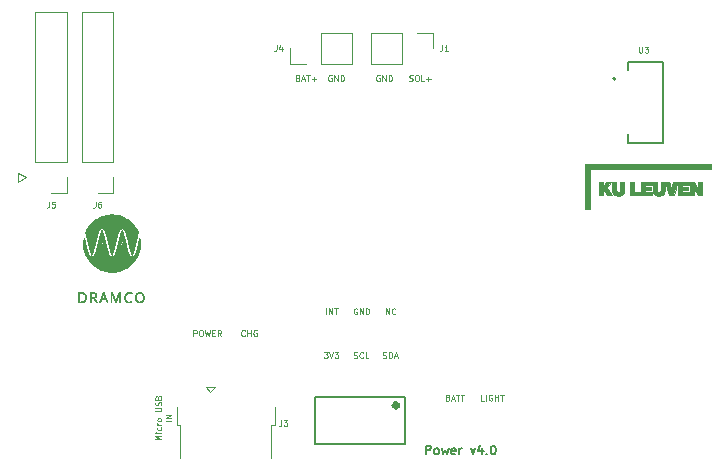
<source format=gto>
G04 #@! TF.GenerationSoftware,KiCad,Pcbnew,(5.1.6)-1*
G04 #@! TF.CreationDate,2021-11-15T16:50:44+01:00*
G04 #@! TF.ProjectId,Power_module_v1,506f7765-725f-46d6-9f64-756c655f7631,rev?*
G04 #@! TF.SameCoordinates,Original*
G04 #@! TF.FileFunction,Legend,Top*
G04 #@! TF.FilePolarity,Positive*
%FSLAX46Y46*%
G04 Gerber Fmt 4.6, Leading zero omitted, Abs format (unit mm)*
G04 Created by KiCad (PCBNEW (5.1.6)-1) date 2021-11-15 16:50:44*
%MOMM*%
%LPD*%
G01*
G04 APERTURE LIST*
%ADD10C,0.125000*%
%ADD11C,0.150000*%
%ADD12C,0.120000*%
%ADD13C,0.152400*%
%ADD14C,0.500000*%
%ADD15C,0.010000*%
%ADD16C,0.200000*%
%ADD17C,0.127000*%
G04 APERTURE END LIST*
D10*
X105588690Y-106521428D02*
X105088690Y-106521428D01*
X105445833Y-106354761D01*
X105088690Y-106188095D01*
X105588690Y-106188095D01*
X105588690Y-105950000D02*
X105255357Y-105950000D01*
X105088690Y-105950000D02*
X105112500Y-105973809D01*
X105136309Y-105950000D01*
X105112500Y-105926190D01*
X105088690Y-105950000D01*
X105136309Y-105950000D01*
X105564880Y-105497619D02*
X105588690Y-105545238D01*
X105588690Y-105640476D01*
X105564880Y-105688095D01*
X105541071Y-105711904D01*
X105493452Y-105735714D01*
X105350595Y-105735714D01*
X105302976Y-105711904D01*
X105279166Y-105688095D01*
X105255357Y-105640476D01*
X105255357Y-105545238D01*
X105279166Y-105497619D01*
X105588690Y-105283333D02*
X105255357Y-105283333D01*
X105350595Y-105283333D02*
X105302976Y-105259523D01*
X105279166Y-105235714D01*
X105255357Y-105188095D01*
X105255357Y-105140476D01*
X105588690Y-104902380D02*
X105564880Y-104950000D01*
X105541071Y-104973809D01*
X105493452Y-104997619D01*
X105350595Y-104997619D01*
X105302976Y-104973809D01*
X105279166Y-104950000D01*
X105255357Y-104902380D01*
X105255357Y-104830952D01*
X105279166Y-104783333D01*
X105302976Y-104759523D01*
X105350595Y-104735714D01*
X105493452Y-104735714D01*
X105541071Y-104759523D01*
X105564880Y-104783333D01*
X105588690Y-104830952D01*
X105588690Y-104902380D01*
X105088690Y-104140476D02*
X105493452Y-104140476D01*
X105541071Y-104116666D01*
X105564880Y-104092857D01*
X105588690Y-104045238D01*
X105588690Y-103950000D01*
X105564880Y-103902380D01*
X105541071Y-103878571D01*
X105493452Y-103854761D01*
X105088690Y-103854761D01*
X105564880Y-103640476D02*
X105588690Y-103569047D01*
X105588690Y-103450000D01*
X105564880Y-103402380D01*
X105541071Y-103378571D01*
X105493452Y-103354761D01*
X105445833Y-103354761D01*
X105398214Y-103378571D01*
X105374404Y-103402380D01*
X105350595Y-103450000D01*
X105326785Y-103545238D01*
X105302976Y-103592857D01*
X105279166Y-103616666D01*
X105231547Y-103640476D01*
X105183928Y-103640476D01*
X105136309Y-103616666D01*
X105112500Y-103592857D01*
X105088690Y-103545238D01*
X105088690Y-103426190D01*
X105112500Y-103354761D01*
X105326785Y-102973809D02*
X105350595Y-102902380D01*
X105374404Y-102878571D01*
X105422023Y-102854761D01*
X105493452Y-102854761D01*
X105541071Y-102878571D01*
X105564880Y-102902380D01*
X105588690Y-102950000D01*
X105588690Y-103140476D01*
X105088690Y-103140476D01*
X105088690Y-102973809D01*
X105112500Y-102926190D01*
X105136309Y-102902380D01*
X105183928Y-102878571D01*
X105231547Y-102878571D01*
X105279166Y-102902380D01*
X105302976Y-102926190D01*
X105326785Y-102973809D01*
X105326785Y-103140476D01*
X106463690Y-104961904D02*
X105963690Y-104961904D01*
X106463690Y-104723809D02*
X105963690Y-104723809D01*
X106463690Y-104438095D01*
X105963690Y-104438095D01*
X108319238Y-97762190D02*
X108319238Y-97262190D01*
X108509714Y-97262190D01*
X108557333Y-97286000D01*
X108581142Y-97309809D01*
X108604952Y-97357428D01*
X108604952Y-97428857D01*
X108581142Y-97476476D01*
X108557333Y-97500285D01*
X108509714Y-97524095D01*
X108319238Y-97524095D01*
X108914476Y-97262190D02*
X109009714Y-97262190D01*
X109057333Y-97286000D01*
X109104952Y-97333619D01*
X109128761Y-97428857D01*
X109128761Y-97595523D01*
X109104952Y-97690761D01*
X109057333Y-97738380D01*
X109009714Y-97762190D01*
X108914476Y-97762190D01*
X108866857Y-97738380D01*
X108819238Y-97690761D01*
X108795428Y-97595523D01*
X108795428Y-97428857D01*
X108819238Y-97333619D01*
X108866857Y-97286000D01*
X108914476Y-97262190D01*
X109295428Y-97262190D02*
X109414476Y-97762190D01*
X109509714Y-97405047D01*
X109604952Y-97762190D01*
X109724000Y-97262190D01*
X109914476Y-97500285D02*
X110081142Y-97500285D01*
X110152571Y-97762190D02*
X109914476Y-97762190D01*
X109914476Y-97262190D01*
X110152571Y-97262190D01*
X110652571Y-97762190D02*
X110485904Y-97524095D01*
X110366857Y-97762190D02*
X110366857Y-97262190D01*
X110557333Y-97262190D01*
X110604952Y-97286000D01*
X110628761Y-97309809D01*
X110652571Y-97357428D01*
X110652571Y-97428857D01*
X110628761Y-97476476D01*
X110604952Y-97500285D01*
X110557333Y-97524095D01*
X110366857Y-97524095D01*
X112672857Y-97714571D02*
X112649047Y-97738380D01*
X112577619Y-97762190D01*
X112530000Y-97762190D01*
X112458571Y-97738380D01*
X112410952Y-97690761D01*
X112387142Y-97643142D01*
X112363333Y-97547904D01*
X112363333Y-97476476D01*
X112387142Y-97381238D01*
X112410952Y-97333619D01*
X112458571Y-97286000D01*
X112530000Y-97262190D01*
X112577619Y-97262190D01*
X112649047Y-97286000D01*
X112672857Y-97309809D01*
X112887142Y-97762190D02*
X112887142Y-97262190D01*
X112887142Y-97500285D02*
X113172857Y-97500285D01*
X113172857Y-97762190D02*
X113172857Y-97262190D01*
X113672857Y-97286000D02*
X113625238Y-97262190D01*
X113553809Y-97262190D01*
X113482380Y-97286000D01*
X113434761Y-97333619D01*
X113410952Y-97381238D01*
X113387142Y-97476476D01*
X113387142Y-97547904D01*
X113410952Y-97643142D01*
X113434761Y-97690761D01*
X113482380Y-97738380D01*
X113553809Y-97762190D01*
X113601428Y-97762190D01*
X113672857Y-97738380D01*
X113696666Y-97714571D01*
X113696666Y-97547904D01*
X113601428Y-97547904D01*
X132937333Y-103223190D02*
X132699238Y-103223190D01*
X132699238Y-102723190D01*
X133104000Y-103223190D02*
X133104000Y-102723190D01*
X133604000Y-102747000D02*
X133556380Y-102723190D01*
X133484952Y-102723190D01*
X133413523Y-102747000D01*
X133365904Y-102794619D01*
X133342095Y-102842238D01*
X133318285Y-102937476D01*
X133318285Y-103008904D01*
X133342095Y-103104142D01*
X133365904Y-103151761D01*
X133413523Y-103199380D01*
X133484952Y-103223190D01*
X133532571Y-103223190D01*
X133604000Y-103199380D01*
X133627809Y-103175571D01*
X133627809Y-103008904D01*
X133532571Y-103008904D01*
X133842095Y-103223190D02*
X133842095Y-102723190D01*
X133842095Y-102961285D02*
X134127809Y-102961285D01*
X134127809Y-103223190D02*
X134127809Y-102723190D01*
X134294476Y-102723190D02*
X134580190Y-102723190D01*
X134437333Y-103223190D02*
X134437333Y-102723190D01*
X129869476Y-102961285D02*
X129940904Y-102985095D01*
X129964714Y-103008904D01*
X129988523Y-103056523D01*
X129988523Y-103127952D01*
X129964714Y-103175571D01*
X129940904Y-103199380D01*
X129893285Y-103223190D01*
X129702809Y-103223190D01*
X129702809Y-102723190D01*
X129869476Y-102723190D01*
X129917095Y-102747000D01*
X129940904Y-102770809D01*
X129964714Y-102818428D01*
X129964714Y-102866047D01*
X129940904Y-102913666D01*
X129917095Y-102937476D01*
X129869476Y-102961285D01*
X129702809Y-102961285D01*
X130179000Y-103080333D02*
X130417095Y-103080333D01*
X130131380Y-103223190D02*
X130298047Y-102723190D01*
X130464714Y-103223190D01*
X130559952Y-102723190D02*
X130845666Y-102723190D01*
X130702809Y-103223190D02*
X130702809Y-102723190D01*
X130940904Y-102723190D02*
X131226619Y-102723190D01*
X131083761Y-103223190D02*
X131083761Y-102723190D01*
D11*
X127990571Y-107781285D02*
X127990571Y-107031285D01*
X128276285Y-107031285D01*
X128347714Y-107067000D01*
X128383428Y-107102714D01*
X128419142Y-107174142D01*
X128419142Y-107281285D01*
X128383428Y-107352714D01*
X128347714Y-107388428D01*
X128276285Y-107424142D01*
X127990571Y-107424142D01*
X128847714Y-107781285D02*
X128776285Y-107745571D01*
X128740571Y-107709857D01*
X128704857Y-107638428D01*
X128704857Y-107424142D01*
X128740571Y-107352714D01*
X128776285Y-107317000D01*
X128847714Y-107281285D01*
X128954857Y-107281285D01*
X129026285Y-107317000D01*
X129062000Y-107352714D01*
X129097714Y-107424142D01*
X129097714Y-107638428D01*
X129062000Y-107709857D01*
X129026285Y-107745571D01*
X128954857Y-107781285D01*
X128847714Y-107781285D01*
X129347714Y-107281285D02*
X129490571Y-107781285D01*
X129633428Y-107424142D01*
X129776285Y-107781285D01*
X129919142Y-107281285D01*
X130490571Y-107745571D02*
X130419142Y-107781285D01*
X130276285Y-107781285D01*
X130204857Y-107745571D01*
X130169142Y-107674142D01*
X130169142Y-107388428D01*
X130204857Y-107317000D01*
X130276285Y-107281285D01*
X130419142Y-107281285D01*
X130490571Y-107317000D01*
X130526285Y-107388428D01*
X130526285Y-107459857D01*
X130169142Y-107531285D01*
X130847714Y-107781285D02*
X130847714Y-107281285D01*
X130847714Y-107424142D02*
X130883428Y-107352714D01*
X130919142Y-107317000D01*
X130990571Y-107281285D01*
X131062000Y-107281285D01*
X131812000Y-107281285D02*
X131990571Y-107781285D01*
X132169142Y-107281285D01*
X132776285Y-107281285D02*
X132776285Y-107781285D01*
X132597714Y-106995571D02*
X132419142Y-107531285D01*
X132883428Y-107531285D01*
X133169142Y-107709857D02*
X133204857Y-107745571D01*
X133169142Y-107781285D01*
X133133428Y-107745571D01*
X133169142Y-107709857D01*
X133169142Y-107781285D01*
X133669142Y-107031285D02*
X133740571Y-107031285D01*
X133812000Y-107067000D01*
X133847714Y-107102714D01*
X133883428Y-107174142D01*
X133919142Y-107317000D01*
X133919142Y-107495571D01*
X133883428Y-107638428D01*
X133847714Y-107709857D01*
X133812000Y-107745571D01*
X133740571Y-107781285D01*
X133669142Y-107781285D01*
X133597714Y-107745571D01*
X133562000Y-107709857D01*
X133526285Y-107638428D01*
X133490571Y-107495571D01*
X133490571Y-107317000D01*
X133526285Y-107174142D01*
X133562000Y-107102714D01*
X133597714Y-107067000D01*
X133669142Y-107031285D01*
D10*
X120015047Y-75696000D02*
X119967428Y-75672190D01*
X119896000Y-75672190D01*
X119824571Y-75696000D01*
X119776952Y-75743619D01*
X119753142Y-75791238D01*
X119729333Y-75886476D01*
X119729333Y-75957904D01*
X119753142Y-76053142D01*
X119776952Y-76100761D01*
X119824571Y-76148380D01*
X119896000Y-76172190D01*
X119943619Y-76172190D01*
X120015047Y-76148380D01*
X120038857Y-76124571D01*
X120038857Y-75957904D01*
X119943619Y-75957904D01*
X120253142Y-76172190D02*
X120253142Y-75672190D01*
X120538857Y-76172190D01*
X120538857Y-75672190D01*
X120776952Y-76172190D02*
X120776952Y-75672190D01*
X120896000Y-75672190D01*
X120967428Y-75696000D01*
X121015047Y-75743619D01*
X121038857Y-75791238D01*
X121062666Y-75886476D01*
X121062666Y-75957904D01*
X121038857Y-76053142D01*
X121015047Y-76100761D01*
X120967428Y-76148380D01*
X120896000Y-76172190D01*
X120776952Y-76172190D01*
X126591333Y-76148380D02*
X126662761Y-76172190D01*
X126781809Y-76172190D01*
X126829428Y-76148380D01*
X126853238Y-76124571D01*
X126877047Y-76076952D01*
X126877047Y-76029333D01*
X126853238Y-75981714D01*
X126829428Y-75957904D01*
X126781809Y-75934095D01*
X126686571Y-75910285D01*
X126638952Y-75886476D01*
X126615142Y-75862666D01*
X126591333Y-75815047D01*
X126591333Y-75767428D01*
X126615142Y-75719809D01*
X126638952Y-75696000D01*
X126686571Y-75672190D01*
X126805619Y-75672190D01*
X126877047Y-75696000D01*
X127186571Y-75672190D02*
X127281809Y-75672190D01*
X127329428Y-75696000D01*
X127377047Y-75743619D01*
X127400857Y-75838857D01*
X127400857Y-76005523D01*
X127377047Y-76100761D01*
X127329428Y-76148380D01*
X127281809Y-76172190D01*
X127186571Y-76172190D01*
X127138952Y-76148380D01*
X127091333Y-76100761D01*
X127067523Y-76005523D01*
X127067523Y-75838857D01*
X127091333Y-75743619D01*
X127138952Y-75696000D01*
X127186571Y-75672190D01*
X127853238Y-76172190D02*
X127615142Y-76172190D01*
X127615142Y-75672190D01*
X128019904Y-75981714D02*
X128400857Y-75981714D01*
X128210380Y-76172190D02*
X128210380Y-75791238D01*
X124079047Y-75696000D02*
X124031428Y-75672190D01*
X123960000Y-75672190D01*
X123888571Y-75696000D01*
X123840952Y-75743619D01*
X123817142Y-75791238D01*
X123793333Y-75886476D01*
X123793333Y-75957904D01*
X123817142Y-76053142D01*
X123840952Y-76100761D01*
X123888571Y-76148380D01*
X123960000Y-76172190D01*
X124007619Y-76172190D01*
X124079047Y-76148380D01*
X124102857Y-76124571D01*
X124102857Y-75957904D01*
X124007619Y-75957904D01*
X124317142Y-76172190D02*
X124317142Y-75672190D01*
X124602857Y-76172190D01*
X124602857Y-75672190D01*
X124840952Y-76172190D02*
X124840952Y-75672190D01*
X124960000Y-75672190D01*
X125031428Y-75696000D01*
X125079047Y-75743619D01*
X125102857Y-75791238D01*
X125126666Y-75886476D01*
X125126666Y-75957904D01*
X125102857Y-76053142D01*
X125079047Y-76100761D01*
X125031428Y-76148380D01*
X124960000Y-76172190D01*
X124840952Y-76172190D01*
X117177428Y-75910285D02*
X117248857Y-75934095D01*
X117272666Y-75957904D01*
X117296476Y-76005523D01*
X117296476Y-76076952D01*
X117272666Y-76124571D01*
X117248857Y-76148380D01*
X117201238Y-76172190D01*
X117010761Y-76172190D01*
X117010761Y-75672190D01*
X117177428Y-75672190D01*
X117225047Y-75696000D01*
X117248857Y-75719809D01*
X117272666Y-75767428D01*
X117272666Y-75815047D01*
X117248857Y-75862666D01*
X117225047Y-75886476D01*
X117177428Y-75910285D01*
X117010761Y-75910285D01*
X117486952Y-76029333D02*
X117725047Y-76029333D01*
X117439333Y-76172190D02*
X117606000Y-75672190D01*
X117772666Y-76172190D01*
X117867904Y-75672190D02*
X118153619Y-75672190D01*
X118010761Y-76172190D02*
X118010761Y-75672190D01*
X118320285Y-75981714D02*
X118701238Y-75981714D01*
X118510761Y-76172190D02*
X118510761Y-75791238D01*
D12*
X93472000Y-84709000D02*
X93472000Y-83947000D01*
X94107000Y-84328000D02*
X93472000Y-84709000D01*
X93472000Y-83947000D02*
X94107000Y-84328000D01*
D10*
X124360857Y-99602380D02*
X124432285Y-99626190D01*
X124551333Y-99626190D01*
X124598952Y-99602380D01*
X124622761Y-99578571D01*
X124646571Y-99530952D01*
X124646571Y-99483333D01*
X124622761Y-99435714D01*
X124598952Y-99411904D01*
X124551333Y-99388095D01*
X124456095Y-99364285D01*
X124408476Y-99340476D01*
X124384666Y-99316666D01*
X124360857Y-99269047D01*
X124360857Y-99221428D01*
X124384666Y-99173809D01*
X124408476Y-99150000D01*
X124456095Y-99126190D01*
X124575142Y-99126190D01*
X124646571Y-99150000D01*
X124860857Y-99626190D02*
X124860857Y-99126190D01*
X124979904Y-99126190D01*
X125051333Y-99150000D01*
X125098952Y-99197619D01*
X125122761Y-99245238D01*
X125146571Y-99340476D01*
X125146571Y-99411904D01*
X125122761Y-99507142D01*
X125098952Y-99554761D01*
X125051333Y-99602380D01*
X124979904Y-99626190D01*
X124860857Y-99626190D01*
X125337047Y-99483333D02*
X125575142Y-99483333D01*
X125289428Y-99626190D02*
X125456095Y-99126190D01*
X125622761Y-99626190D01*
X121904761Y-99602380D02*
X121976190Y-99626190D01*
X122095238Y-99626190D01*
X122142857Y-99602380D01*
X122166666Y-99578571D01*
X122190476Y-99530952D01*
X122190476Y-99483333D01*
X122166666Y-99435714D01*
X122142857Y-99411904D01*
X122095238Y-99388095D01*
X122000000Y-99364285D01*
X121952380Y-99340476D01*
X121928571Y-99316666D01*
X121904761Y-99269047D01*
X121904761Y-99221428D01*
X121928571Y-99173809D01*
X121952380Y-99150000D01*
X122000000Y-99126190D01*
X122119047Y-99126190D01*
X122190476Y-99150000D01*
X122690476Y-99578571D02*
X122666666Y-99602380D01*
X122595238Y-99626190D01*
X122547619Y-99626190D01*
X122476190Y-99602380D01*
X122428571Y-99554761D01*
X122404761Y-99507142D01*
X122380952Y-99411904D01*
X122380952Y-99340476D01*
X122404761Y-99245238D01*
X122428571Y-99197619D01*
X122476190Y-99150000D01*
X122547619Y-99126190D01*
X122595238Y-99126190D01*
X122666666Y-99150000D01*
X122690476Y-99173809D01*
X123142857Y-99626190D02*
X122904761Y-99626190D01*
X122904761Y-99126190D01*
X119380952Y-99126190D02*
X119690476Y-99126190D01*
X119523809Y-99316666D01*
X119595238Y-99316666D01*
X119642857Y-99340476D01*
X119666666Y-99364285D01*
X119690476Y-99411904D01*
X119690476Y-99530952D01*
X119666666Y-99578571D01*
X119642857Y-99602380D01*
X119595238Y-99626190D01*
X119452380Y-99626190D01*
X119404761Y-99602380D01*
X119380952Y-99578571D01*
X119833333Y-99126190D02*
X120000000Y-99626190D01*
X120166666Y-99126190D01*
X120285714Y-99126190D02*
X120595238Y-99126190D01*
X120428571Y-99316666D01*
X120500000Y-99316666D01*
X120547619Y-99340476D01*
X120571428Y-99364285D01*
X120595238Y-99411904D01*
X120595238Y-99530952D01*
X120571428Y-99578571D01*
X120547619Y-99602380D01*
X120500000Y-99626190D01*
X120357142Y-99626190D01*
X120309523Y-99602380D01*
X120285714Y-99578571D01*
X124607142Y-95926190D02*
X124607142Y-95426190D01*
X124892857Y-95926190D01*
X124892857Y-95426190D01*
X125416666Y-95878571D02*
X125392857Y-95902380D01*
X125321428Y-95926190D01*
X125273809Y-95926190D01*
X125202380Y-95902380D01*
X125154761Y-95854761D01*
X125130952Y-95807142D01*
X125107142Y-95711904D01*
X125107142Y-95640476D01*
X125130952Y-95545238D01*
X125154761Y-95497619D01*
X125202380Y-95450000D01*
X125273809Y-95426190D01*
X125321428Y-95426190D01*
X125392857Y-95450000D01*
X125416666Y-95473809D01*
X122174047Y-95450000D02*
X122126428Y-95426190D01*
X122055000Y-95426190D01*
X121983571Y-95450000D01*
X121935952Y-95497619D01*
X121912142Y-95545238D01*
X121888333Y-95640476D01*
X121888333Y-95711904D01*
X121912142Y-95807142D01*
X121935952Y-95854761D01*
X121983571Y-95902380D01*
X122055000Y-95926190D01*
X122102619Y-95926190D01*
X122174047Y-95902380D01*
X122197857Y-95878571D01*
X122197857Y-95711904D01*
X122102619Y-95711904D01*
X122412142Y-95926190D02*
X122412142Y-95426190D01*
X122697857Y-95926190D01*
X122697857Y-95426190D01*
X122935952Y-95926190D02*
X122935952Y-95426190D01*
X123055000Y-95426190D01*
X123126428Y-95450000D01*
X123174047Y-95497619D01*
X123197857Y-95545238D01*
X123221666Y-95640476D01*
X123221666Y-95711904D01*
X123197857Y-95807142D01*
X123174047Y-95854761D01*
X123126428Y-95902380D01*
X123055000Y-95926190D01*
X122935952Y-95926190D01*
X119547619Y-95926190D02*
X119547619Y-95426190D01*
X119785714Y-95926190D02*
X119785714Y-95426190D01*
X120071428Y-95926190D01*
X120071428Y-95426190D01*
X120238095Y-95426190D02*
X120523809Y-95426190D01*
X120380952Y-95926190D02*
X120380952Y-95426190D01*
D13*
X126238000Y-102934000D02*
X126238000Y-106934000D01*
X126238000Y-102934000D02*
X118618000Y-102934000D01*
X126238000Y-106934000D02*
X118618000Y-106934000D01*
X118618000Y-102934000D02*
X118618000Y-106934000D01*
D14*
X125589419Y-103634000D02*
G75*
G03*
X125589419Y-103634000I-141419J0D01*
G01*
D15*
G36*
X152107900Y-83390315D02*
G01*
X152107899Y-83578697D01*
X141894983Y-83580817D01*
X141893919Y-85281558D01*
X141892856Y-86982300D01*
X141516100Y-86982300D01*
X141516100Y-83201934D01*
X152107900Y-83201934D01*
X152107900Y-83390315D01*
G37*
X152107900Y-83390315D02*
X152107899Y-83578697D01*
X141894983Y-83580817D01*
X141893919Y-85281558D01*
X141892856Y-86982300D01*
X141516100Y-86982300D01*
X141516100Y-83201934D01*
X152107900Y-83201934D01*
X152107900Y-83390315D01*
G36*
X144129175Y-85078358D02*
G01*
X144129462Y-85143167D01*
X144129748Y-85200067D01*
X144130045Y-85249617D01*
X144130366Y-85292375D01*
X144130724Y-85328899D01*
X144131131Y-85359748D01*
X144131598Y-85385479D01*
X144132138Y-85406652D01*
X144132765Y-85423824D01*
X144133489Y-85437554D01*
X144134324Y-85448400D01*
X144135281Y-85456919D01*
X144136374Y-85463671D01*
X144137614Y-85469214D01*
X144137840Y-85470075D01*
X144149139Y-85504224D01*
X144163183Y-85531273D01*
X144180791Y-85552367D01*
X144202786Y-85568651D01*
X144212086Y-85573630D01*
X144224172Y-85579385D01*
X144234164Y-85583265D01*
X144244231Y-85585637D01*
X144256539Y-85586870D01*
X144273259Y-85587333D01*
X144293097Y-85587394D01*
X144322303Y-85586671D01*
X144345056Y-85584112D01*
X144363282Y-85579089D01*
X144378907Y-85570975D01*
X144393857Y-85559143D01*
X144401079Y-85552238D01*
X144409156Y-85543789D01*
X144416365Y-85535089D01*
X144422755Y-85525635D01*
X144428376Y-85514921D01*
X144433277Y-85502441D01*
X144437508Y-85487691D01*
X144441117Y-85470164D01*
X144444155Y-85449355D01*
X144446669Y-85424760D01*
X144448710Y-85395873D01*
X144450327Y-85362188D01*
X144451568Y-85323200D01*
X144452484Y-85278405D01*
X144453123Y-85227296D01*
X144453536Y-85169368D01*
X144453770Y-85104116D01*
X144453875Y-85031036D01*
X144453888Y-85010625D01*
X144454033Y-84713234D01*
X144792699Y-84713234D01*
X144792663Y-85069892D01*
X144792606Y-85128025D01*
X144792452Y-85184015D01*
X144792208Y-85237180D01*
X144791881Y-85286835D01*
X144791478Y-85332300D01*
X144791007Y-85372890D01*
X144790475Y-85407923D01*
X144789888Y-85436716D01*
X144789255Y-85458586D01*
X144788582Y-85472850D01*
X144788401Y-85475234D01*
X144779480Y-85540497D01*
X144764543Y-85599814D01*
X144743548Y-85653229D01*
X144716453Y-85700784D01*
X144683218Y-85742523D01*
X144643802Y-85778489D01*
X144598163Y-85808725D01*
X144546261Y-85833273D01*
X144488054Y-85852177D01*
X144423502Y-85865480D01*
X144415390Y-85866693D01*
X144397664Y-85868565D01*
X144373730Y-85870130D01*
X144345443Y-85871361D01*
X144314658Y-85872227D01*
X144283233Y-85872701D01*
X144253023Y-85872751D01*
X144225883Y-85872351D01*
X144203671Y-85871469D01*
X144189450Y-85870243D01*
X144130818Y-85860732D01*
X144078972Y-85848236D01*
X144032648Y-85832406D01*
X143999676Y-85817589D01*
X143952401Y-85789680D01*
X143911290Y-85756342D01*
X143876178Y-85717353D01*
X143846898Y-85672486D01*
X143823284Y-85621516D01*
X143805171Y-85564220D01*
X143801517Y-85549028D01*
X143799909Y-85541826D01*
X143798491Y-85534897D01*
X143797248Y-85527681D01*
X143796166Y-85519620D01*
X143795232Y-85510154D01*
X143794431Y-85498725D01*
X143793750Y-85484774D01*
X143793173Y-85467741D01*
X143792688Y-85447068D01*
X143792280Y-85422196D01*
X143791935Y-85392566D01*
X143791640Y-85357618D01*
X143791379Y-85316794D01*
X143791140Y-85269535D01*
X143790907Y-85215282D01*
X143790668Y-85153475D01*
X143790507Y-85110108D01*
X143789035Y-84713234D01*
X143958334Y-84713234D01*
X144127633Y-84713233D01*
X144129175Y-85078358D01*
G37*
X144129175Y-85078358D02*
X144129462Y-85143167D01*
X144129748Y-85200067D01*
X144130045Y-85249617D01*
X144130366Y-85292375D01*
X144130724Y-85328899D01*
X144131131Y-85359748D01*
X144131598Y-85385479D01*
X144132138Y-85406652D01*
X144132765Y-85423824D01*
X144133489Y-85437554D01*
X144134324Y-85448400D01*
X144135281Y-85456919D01*
X144136374Y-85463671D01*
X144137614Y-85469214D01*
X144137840Y-85470075D01*
X144149139Y-85504224D01*
X144163183Y-85531273D01*
X144180791Y-85552367D01*
X144202786Y-85568651D01*
X144212086Y-85573630D01*
X144224172Y-85579385D01*
X144234164Y-85583265D01*
X144244231Y-85585637D01*
X144256539Y-85586870D01*
X144273259Y-85587333D01*
X144293097Y-85587394D01*
X144322303Y-85586671D01*
X144345056Y-85584112D01*
X144363282Y-85579089D01*
X144378907Y-85570975D01*
X144393857Y-85559143D01*
X144401079Y-85552238D01*
X144409156Y-85543789D01*
X144416365Y-85535089D01*
X144422755Y-85525635D01*
X144428376Y-85514921D01*
X144433277Y-85502441D01*
X144437508Y-85487691D01*
X144441117Y-85470164D01*
X144444155Y-85449355D01*
X144446669Y-85424760D01*
X144448710Y-85395873D01*
X144450327Y-85362188D01*
X144451568Y-85323200D01*
X144452484Y-85278405D01*
X144453123Y-85227296D01*
X144453536Y-85169368D01*
X144453770Y-85104116D01*
X144453875Y-85031036D01*
X144453888Y-85010625D01*
X144454033Y-84713234D01*
X144792699Y-84713234D01*
X144792663Y-85069892D01*
X144792606Y-85128025D01*
X144792452Y-85184015D01*
X144792208Y-85237180D01*
X144791881Y-85286835D01*
X144791478Y-85332300D01*
X144791007Y-85372890D01*
X144790475Y-85407923D01*
X144789888Y-85436716D01*
X144789255Y-85458586D01*
X144788582Y-85472850D01*
X144788401Y-85475234D01*
X144779480Y-85540497D01*
X144764543Y-85599814D01*
X144743548Y-85653229D01*
X144716453Y-85700784D01*
X144683218Y-85742523D01*
X144643802Y-85778489D01*
X144598163Y-85808725D01*
X144546261Y-85833273D01*
X144488054Y-85852177D01*
X144423502Y-85865480D01*
X144415390Y-85866693D01*
X144397664Y-85868565D01*
X144373730Y-85870130D01*
X144345443Y-85871361D01*
X144314658Y-85872227D01*
X144283233Y-85872701D01*
X144253023Y-85872751D01*
X144225883Y-85872351D01*
X144203671Y-85871469D01*
X144189450Y-85870243D01*
X144130818Y-85860732D01*
X144078972Y-85848236D01*
X144032648Y-85832406D01*
X143999676Y-85817589D01*
X143952401Y-85789680D01*
X143911290Y-85756342D01*
X143876178Y-85717353D01*
X143846898Y-85672486D01*
X143823284Y-85621516D01*
X143805171Y-85564220D01*
X143801517Y-85549028D01*
X143799909Y-85541826D01*
X143798491Y-85534897D01*
X143797248Y-85527681D01*
X143796166Y-85519620D01*
X143795232Y-85510154D01*
X143794431Y-85498725D01*
X143793750Y-85484774D01*
X143793173Y-85467741D01*
X143792688Y-85447068D01*
X143792280Y-85422196D01*
X143791935Y-85392566D01*
X143791640Y-85357618D01*
X143791379Y-85316794D01*
X143791140Y-85269535D01*
X143790907Y-85215282D01*
X143790668Y-85153475D01*
X143790507Y-85110108D01*
X143789035Y-84713234D01*
X143958334Y-84713234D01*
X144127633Y-84713233D01*
X144129175Y-85078358D01*
G36*
X148044339Y-84713234D02*
G01*
X148213637Y-84713234D01*
X148212064Y-85107992D01*
X148211792Y-85174838D01*
X148211534Y-85233778D01*
X148211276Y-85285372D01*
X148211004Y-85330180D01*
X148210706Y-85368761D01*
X148210368Y-85401677D01*
X148209976Y-85429486D01*
X148209518Y-85452750D01*
X148208979Y-85472029D01*
X148208346Y-85487882D01*
X148207607Y-85500870D01*
X148206748Y-85511552D01*
X148205754Y-85520490D01*
X148204614Y-85528243D01*
X148203313Y-85535371D01*
X148201838Y-85542435D01*
X148201673Y-85543198D01*
X148192703Y-85578177D01*
X148181162Y-85613864D01*
X148168048Y-85647546D01*
X148154358Y-85676510D01*
X148149381Y-85685429D01*
X148135673Y-85705158D01*
X148116799Y-85727508D01*
X148094724Y-85750539D01*
X148071412Y-85772310D01*
X148048830Y-85790880D01*
X148029083Y-85804227D01*
X147978706Y-85828878D01*
X147922789Y-85848579D01*
X147863016Y-85862799D01*
X147825883Y-85868492D01*
X147803127Y-85870492D01*
X147774427Y-85871835D01*
X147741775Y-85872538D01*
X147707159Y-85872618D01*
X147672571Y-85872091D01*
X147639999Y-85870975D01*
X147611435Y-85869287D01*
X147588867Y-85867043D01*
X147584692Y-85866444D01*
X147523482Y-85854398D01*
X147469093Y-85838194D01*
X147420793Y-85817498D01*
X147377849Y-85791976D01*
X147339529Y-85761294D01*
X147326350Y-85748540D01*
X147294273Y-85711515D01*
X147267981Y-85671135D01*
X147246838Y-85626163D01*
X147230211Y-85575359D01*
X147223488Y-85547814D01*
X147212610Y-85498517D01*
X147211032Y-85105875D01*
X147209454Y-84713234D01*
X147548047Y-84713234D01*
X147549732Y-85074125D01*
X147550051Y-85138977D01*
X147550371Y-85195920D01*
X147550705Y-85245512D01*
X147551064Y-85288312D01*
X147551461Y-85324878D01*
X147551908Y-85355768D01*
X147552417Y-85381540D01*
X147553000Y-85402752D01*
X147553670Y-85419962D01*
X147554438Y-85433728D01*
X147555318Y-85444609D01*
X147556321Y-85453162D01*
X147557458Y-85459946D01*
X147558234Y-85463493D01*
X147567123Y-85494363D01*
X147577895Y-85519053D01*
X147591633Y-85539811D01*
X147599119Y-85548523D01*
X147617187Y-85564963D01*
X147637384Y-85576565D01*
X147661478Y-85584008D01*
X147691241Y-85587972D01*
X147703626Y-85588676D01*
X147741434Y-85588056D01*
X147772954Y-85582504D01*
X147799051Y-85571617D01*
X147820592Y-85554989D01*
X147838443Y-85532218D01*
X147843649Y-85523327D01*
X147848374Y-85514682D01*
X147852538Y-85506699D01*
X147856179Y-85498809D01*
X147859334Y-85490443D01*
X147862042Y-85481034D01*
X147864340Y-85470010D01*
X147866266Y-85456805D01*
X147867859Y-85440848D01*
X147869156Y-85421572D01*
X147870194Y-85398407D01*
X147871013Y-85370784D01*
X147871649Y-85338135D01*
X147872141Y-85299890D01*
X147872527Y-85255482D01*
X147872844Y-85204340D01*
X147873131Y-85145896D01*
X147873425Y-85079582D01*
X147873439Y-85076242D01*
X147875040Y-84713233D01*
X148044339Y-84713234D01*
G37*
X148044339Y-84713234D02*
X148213637Y-84713234D01*
X148212064Y-85107992D01*
X148211792Y-85174838D01*
X148211534Y-85233778D01*
X148211276Y-85285372D01*
X148211004Y-85330180D01*
X148210706Y-85368761D01*
X148210368Y-85401677D01*
X148209976Y-85429486D01*
X148209518Y-85452750D01*
X148208979Y-85472029D01*
X148208346Y-85487882D01*
X148207607Y-85500870D01*
X148206748Y-85511552D01*
X148205754Y-85520490D01*
X148204614Y-85528243D01*
X148203313Y-85535371D01*
X148201838Y-85542435D01*
X148201673Y-85543198D01*
X148192703Y-85578177D01*
X148181162Y-85613864D01*
X148168048Y-85647546D01*
X148154358Y-85676510D01*
X148149381Y-85685429D01*
X148135673Y-85705158D01*
X148116799Y-85727508D01*
X148094724Y-85750539D01*
X148071412Y-85772310D01*
X148048830Y-85790880D01*
X148029083Y-85804227D01*
X147978706Y-85828878D01*
X147922789Y-85848579D01*
X147863016Y-85862799D01*
X147825883Y-85868492D01*
X147803127Y-85870492D01*
X147774427Y-85871835D01*
X147741775Y-85872538D01*
X147707159Y-85872618D01*
X147672571Y-85872091D01*
X147639999Y-85870975D01*
X147611435Y-85869287D01*
X147588867Y-85867043D01*
X147584692Y-85866444D01*
X147523482Y-85854398D01*
X147469093Y-85838194D01*
X147420793Y-85817498D01*
X147377849Y-85791976D01*
X147339529Y-85761294D01*
X147326350Y-85748540D01*
X147294273Y-85711515D01*
X147267981Y-85671135D01*
X147246838Y-85626163D01*
X147230211Y-85575359D01*
X147223488Y-85547814D01*
X147212610Y-85498517D01*
X147211032Y-85105875D01*
X147209454Y-84713234D01*
X147548047Y-84713234D01*
X147549732Y-85074125D01*
X147550051Y-85138977D01*
X147550371Y-85195920D01*
X147550705Y-85245512D01*
X147551064Y-85288312D01*
X147551461Y-85324878D01*
X147551908Y-85355768D01*
X147552417Y-85381540D01*
X147553000Y-85402752D01*
X147553670Y-85419962D01*
X147554438Y-85433728D01*
X147555318Y-85444609D01*
X147556321Y-85453162D01*
X147557458Y-85459946D01*
X147558234Y-85463493D01*
X147567123Y-85494363D01*
X147577895Y-85519053D01*
X147591633Y-85539811D01*
X147599119Y-85548523D01*
X147617187Y-85564963D01*
X147637384Y-85576565D01*
X147661478Y-85584008D01*
X147691241Y-85587972D01*
X147703626Y-85588676D01*
X147741434Y-85588056D01*
X147772954Y-85582504D01*
X147799051Y-85571617D01*
X147820592Y-85554989D01*
X147838443Y-85532218D01*
X147843649Y-85523327D01*
X147848374Y-85514682D01*
X147852538Y-85506699D01*
X147856179Y-85498809D01*
X147859334Y-85490443D01*
X147862042Y-85481034D01*
X147864340Y-85470010D01*
X147866266Y-85456805D01*
X147867859Y-85440848D01*
X147869156Y-85421572D01*
X147870194Y-85398407D01*
X147871013Y-85370784D01*
X147871649Y-85338135D01*
X147872141Y-85299890D01*
X147872527Y-85255482D01*
X147872844Y-85204340D01*
X147873131Y-85145896D01*
X147873425Y-85079582D01*
X147873439Y-85076242D01*
X147875040Y-84713233D01*
X148044339Y-84713234D01*
G36*
X142989300Y-84908908D02*
G01*
X142989308Y-84954628D01*
X142989351Y-84992569D01*
X142989460Y-85023417D01*
X142989664Y-85047861D01*
X142989991Y-85066586D01*
X142990473Y-85080281D01*
X142991137Y-85089633D01*
X142992014Y-85095328D01*
X142993133Y-85098054D01*
X142994524Y-85098499D01*
X142996216Y-85097349D01*
X142997336Y-85096233D01*
X143001396Y-85091355D01*
X143010104Y-85080414D01*
X143022952Y-85064063D01*
X143039430Y-85042954D01*
X143059033Y-85017740D01*
X143081251Y-84989074D01*
X143105576Y-84957608D01*
X143131501Y-84923996D01*
X143143844Y-84907967D01*
X143170302Y-84873623D01*
X143195364Y-84841153D01*
X143218528Y-84811205D01*
X143239288Y-84784428D01*
X143257142Y-84761470D01*
X143271586Y-84742980D01*
X143282115Y-84729606D01*
X143288227Y-84721996D01*
X143289424Y-84720601D01*
X143291501Y-84718899D01*
X143294676Y-84717485D01*
X143299669Y-84716337D01*
X143307199Y-84715435D01*
X143317985Y-84714756D01*
X143332748Y-84714280D01*
X143352207Y-84713985D01*
X143377082Y-84713849D01*
X143408093Y-84713852D01*
X143445959Y-84713972D01*
X143491399Y-84714188D01*
X143503444Y-84714251D01*
X143710354Y-84715350D01*
X143512674Y-84935250D01*
X143475027Y-84977245D01*
X143440659Y-85015816D01*
X143409871Y-85050615D01*
X143382966Y-85081295D01*
X143360242Y-85107508D01*
X143342002Y-85128908D01*
X143328546Y-85145146D01*
X143320175Y-85155875D01*
X143317191Y-85160748D01*
X143317204Y-85160911D01*
X143319829Y-85165181D01*
X143326845Y-85175990D01*
X143337925Y-85192849D01*
X143352743Y-85215266D01*
X143370973Y-85242750D01*
X143392288Y-85274811D01*
X143416362Y-85310958D01*
X143442868Y-85350700D01*
X143471479Y-85393546D01*
X143501870Y-85439006D01*
X143533715Y-85486588D01*
X143545941Y-85504843D01*
X143578188Y-85553008D01*
X143609064Y-85599173D01*
X143638248Y-85642855D01*
X143665417Y-85683570D01*
X143690248Y-85720831D01*
X143712421Y-85754156D01*
X143731612Y-85783060D01*
X143747499Y-85807058D01*
X143759760Y-85825666D01*
X143768074Y-85838399D01*
X143772116Y-85844773D01*
X143772466Y-85845430D01*
X143768367Y-85845883D01*
X143756605Y-85846265D01*
X143737986Y-85846571D01*
X143713312Y-85846797D01*
X143683388Y-85846936D01*
X143649018Y-85846984D01*
X143611006Y-85846937D01*
X143570157Y-85846788D01*
X143562168Y-85846748D01*
X143351869Y-85845650D01*
X143219505Y-85629829D01*
X143195665Y-85591035D01*
X143173082Y-85554438D01*
X143152153Y-85520669D01*
X143133273Y-85490360D01*
X143116837Y-85464141D01*
X143103240Y-85442642D01*
X143092879Y-85426495D01*
X143086147Y-85416329D01*
X143083458Y-85412781D01*
X143079538Y-85415363D01*
X143071082Y-85423289D01*
X143059114Y-85435522D01*
X143044663Y-85451025D01*
X143034537Y-85462237D01*
X142989300Y-85512920D01*
X142989300Y-85847767D01*
X142650633Y-85847767D01*
X142650633Y-84713234D01*
X142989300Y-84713234D01*
X142989300Y-84908908D01*
G37*
X142989300Y-84908908D02*
X142989308Y-84954628D01*
X142989351Y-84992569D01*
X142989460Y-85023417D01*
X142989664Y-85047861D01*
X142989991Y-85066586D01*
X142990473Y-85080281D01*
X142991137Y-85089633D01*
X142992014Y-85095328D01*
X142993133Y-85098054D01*
X142994524Y-85098499D01*
X142996216Y-85097349D01*
X142997336Y-85096233D01*
X143001396Y-85091355D01*
X143010104Y-85080414D01*
X143022952Y-85064063D01*
X143039430Y-85042954D01*
X143059033Y-85017740D01*
X143081251Y-84989074D01*
X143105576Y-84957608D01*
X143131501Y-84923996D01*
X143143844Y-84907967D01*
X143170302Y-84873623D01*
X143195364Y-84841153D01*
X143218528Y-84811205D01*
X143239288Y-84784428D01*
X143257142Y-84761470D01*
X143271586Y-84742980D01*
X143282115Y-84729606D01*
X143288227Y-84721996D01*
X143289424Y-84720601D01*
X143291501Y-84718899D01*
X143294676Y-84717485D01*
X143299669Y-84716337D01*
X143307199Y-84715435D01*
X143317985Y-84714756D01*
X143332748Y-84714280D01*
X143352207Y-84713985D01*
X143377082Y-84713849D01*
X143408093Y-84713852D01*
X143445959Y-84713972D01*
X143491399Y-84714188D01*
X143503444Y-84714251D01*
X143710354Y-84715350D01*
X143512674Y-84935250D01*
X143475027Y-84977245D01*
X143440659Y-85015816D01*
X143409871Y-85050615D01*
X143382966Y-85081295D01*
X143360242Y-85107508D01*
X143342002Y-85128908D01*
X143328546Y-85145146D01*
X143320175Y-85155875D01*
X143317191Y-85160748D01*
X143317204Y-85160911D01*
X143319829Y-85165181D01*
X143326845Y-85175990D01*
X143337925Y-85192849D01*
X143352743Y-85215266D01*
X143370973Y-85242750D01*
X143392288Y-85274811D01*
X143416362Y-85310958D01*
X143442868Y-85350700D01*
X143471479Y-85393546D01*
X143501870Y-85439006D01*
X143533715Y-85486588D01*
X143545941Y-85504843D01*
X143578188Y-85553008D01*
X143609064Y-85599173D01*
X143638248Y-85642855D01*
X143665417Y-85683570D01*
X143690248Y-85720831D01*
X143712421Y-85754156D01*
X143731612Y-85783060D01*
X143747499Y-85807058D01*
X143759760Y-85825666D01*
X143768074Y-85838399D01*
X143772116Y-85844773D01*
X143772466Y-85845430D01*
X143768367Y-85845883D01*
X143756605Y-85846265D01*
X143737986Y-85846571D01*
X143713312Y-85846797D01*
X143683388Y-85846936D01*
X143649018Y-85846984D01*
X143611006Y-85846937D01*
X143570157Y-85846788D01*
X143562168Y-85846748D01*
X143351869Y-85845650D01*
X143219505Y-85629829D01*
X143195665Y-85591035D01*
X143173082Y-85554438D01*
X143152153Y-85520669D01*
X143133273Y-85490360D01*
X143116837Y-85464141D01*
X143103240Y-85442642D01*
X143092879Y-85426495D01*
X143086147Y-85416329D01*
X143083458Y-85412781D01*
X143079538Y-85415363D01*
X143071082Y-85423289D01*
X143059114Y-85435522D01*
X143044663Y-85451025D01*
X143034537Y-85462237D01*
X142989300Y-85512920D01*
X142989300Y-85847767D01*
X142650633Y-85847767D01*
X142650633Y-84713234D01*
X142989300Y-84713234D01*
X142989300Y-84908908D01*
G36*
X145626666Y-85555596D02*
G01*
X146102916Y-85557784D01*
X146104030Y-85702775D01*
X146105144Y-85847767D01*
X145287999Y-85847767D01*
X145287999Y-84713234D01*
X145626666Y-84713234D01*
X145626666Y-85555596D01*
G37*
X145626666Y-85555596D02*
X146102916Y-85557784D01*
X146104030Y-85702775D01*
X146105144Y-85847767D01*
X145287999Y-85847767D01*
X145287999Y-84713234D01*
X145626666Y-84713234D01*
X145626666Y-85555596D01*
G36*
X147108333Y-85005333D02*
G01*
X146541066Y-85005333D01*
X146541066Y-85145033D01*
X147057533Y-85145033D01*
X147057533Y-85415967D01*
X146541066Y-85415967D01*
X146541066Y-85555667D01*
X147125266Y-85555667D01*
X147125266Y-85847767D01*
X146206633Y-85847767D01*
X146206633Y-84713234D01*
X147108333Y-84713234D01*
X147108333Y-85005333D01*
G37*
X147108333Y-85005333D02*
X146541066Y-85005333D01*
X146541066Y-85145033D01*
X147057533Y-85145033D01*
X147057533Y-85415967D01*
X146541066Y-85415967D01*
X146541066Y-85555667D01*
X147125266Y-85555667D01*
X147125266Y-85847767D01*
X146206633Y-85847767D01*
X146206633Y-84713234D01*
X147108333Y-84713234D01*
X147108333Y-85005333D01*
G36*
X148606535Y-84729109D02*
G01*
X148608244Y-84735636D01*
X148611925Y-84749698D01*
X148617405Y-84770642D01*
X148624515Y-84797811D01*
X148633082Y-84830551D01*
X148642935Y-84868205D01*
X148653902Y-84910120D01*
X148665813Y-84955640D01*
X148678495Y-85004110D01*
X148691777Y-85054875D01*
X148695983Y-85070950D01*
X148709319Y-85121872D01*
X148722051Y-85170389D01*
X148734014Y-85215885D01*
X148745046Y-85257739D01*
X148754981Y-85295335D01*
X148763657Y-85328053D01*
X148770910Y-85355274D01*
X148776575Y-85376381D01*
X148780489Y-85390755D01*
X148782488Y-85397778D01*
X148782708Y-85398387D01*
X148783166Y-85398566D01*
X148783779Y-85397900D01*
X148784680Y-85395887D01*
X148786001Y-85392026D01*
X148787877Y-85385816D01*
X148790439Y-85376755D01*
X148793820Y-85364343D01*
X148798154Y-85348077D01*
X148803572Y-85327457D01*
X148810209Y-85301981D01*
X148818196Y-85271148D01*
X148827667Y-85234456D01*
X148838755Y-85191405D01*
X148851591Y-85141492D01*
X148866310Y-85084216D01*
X148877331Y-85041317D01*
X148961068Y-84715350D01*
X149135367Y-84714245D01*
X149172854Y-84714037D01*
X149207575Y-84713904D01*
X149238649Y-84713842D01*
X149265192Y-84713853D01*
X149286321Y-84713935D01*
X149301151Y-84714086D01*
X149308802Y-84714306D01*
X149309666Y-84714429D01*
X149308463Y-84718560D01*
X149304946Y-84730333D01*
X149299255Y-84749288D01*
X149291529Y-84774964D01*
X149281906Y-84806901D01*
X149270526Y-84844637D01*
X149257528Y-84887713D01*
X149243050Y-84935666D01*
X149227233Y-84988037D01*
X149210214Y-85044365D01*
X149192134Y-85104188D01*
X149173131Y-85167046D01*
X149153344Y-85232478D01*
X149138763Y-85280685D01*
X148967860Y-85845650D01*
X148777648Y-85846751D01*
X148587437Y-85847852D01*
X148425114Y-85285834D01*
X148405754Y-85218813D01*
X148387024Y-85153995D01*
X148369061Y-85091850D01*
X148352001Y-85032847D01*
X148335978Y-84977455D01*
X148321130Y-84926143D01*
X148307592Y-84879380D01*
X148295499Y-84837636D01*
X148284988Y-84801378D01*
X148276194Y-84771077D01*
X148269253Y-84747201D01*
X148264302Y-84730220D01*
X148261475Y-84720602D01*
X148260843Y-84718525D01*
X148261978Y-84717162D01*
X148266902Y-84716039D01*
X148276246Y-84715136D01*
X148290641Y-84714434D01*
X148310717Y-84713914D01*
X148337106Y-84713554D01*
X148370438Y-84713337D01*
X148411344Y-84713242D01*
X148430633Y-84713234D01*
X148602373Y-84713234D01*
X148606535Y-84729109D01*
G37*
X148606535Y-84729109D02*
X148608244Y-84735636D01*
X148611925Y-84749698D01*
X148617405Y-84770642D01*
X148624515Y-84797811D01*
X148633082Y-84830551D01*
X148642935Y-84868205D01*
X148653902Y-84910120D01*
X148665813Y-84955640D01*
X148678495Y-85004110D01*
X148691777Y-85054875D01*
X148695983Y-85070950D01*
X148709319Y-85121872D01*
X148722051Y-85170389D01*
X148734014Y-85215885D01*
X148745046Y-85257739D01*
X148754981Y-85295335D01*
X148763657Y-85328053D01*
X148770910Y-85355274D01*
X148776575Y-85376381D01*
X148780489Y-85390755D01*
X148782488Y-85397778D01*
X148782708Y-85398387D01*
X148783166Y-85398566D01*
X148783779Y-85397900D01*
X148784680Y-85395887D01*
X148786001Y-85392026D01*
X148787877Y-85385816D01*
X148790439Y-85376755D01*
X148793820Y-85364343D01*
X148798154Y-85348077D01*
X148803572Y-85327457D01*
X148810209Y-85301981D01*
X148818196Y-85271148D01*
X148827667Y-85234456D01*
X148838755Y-85191405D01*
X148851591Y-85141492D01*
X148866310Y-85084216D01*
X148877331Y-85041317D01*
X148961068Y-84715350D01*
X149135367Y-84714245D01*
X149172854Y-84714037D01*
X149207575Y-84713904D01*
X149238649Y-84713842D01*
X149265192Y-84713853D01*
X149286321Y-84713935D01*
X149301151Y-84714086D01*
X149308802Y-84714306D01*
X149309666Y-84714429D01*
X149308463Y-84718560D01*
X149304946Y-84730333D01*
X149299255Y-84749288D01*
X149291529Y-84774964D01*
X149281906Y-84806901D01*
X149270526Y-84844637D01*
X149257528Y-84887713D01*
X149243050Y-84935666D01*
X149227233Y-84988037D01*
X149210214Y-85044365D01*
X149192134Y-85104188D01*
X149173131Y-85167046D01*
X149153344Y-85232478D01*
X149138763Y-85280685D01*
X148967860Y-85845650D01*
X148777648Y-85846751D01*
X148587437Y-85847852D01*
X148425114Y-85285834D01*
X148405754Y-85218813D01*
X148387024Y-85153995D01*
X148369061Y-85091850D01*
X148352001Y-85032847D01*
X148335978Y-84977455D01*
X148321130Y-84926143D01*
X148307592Y-84879380D01*
X148295499Y-84837636D01*
X148284988Y-84801378D01*
X148276194Y-84771077D01*
X148269253Y-84747201D01*
X148264302Y-84730220D01*
X148261475Y-84720602D01*
X148260843Y-84718525D01*
X148261978Y-84717162D01*
X148266902Y-84716039D01*
X148276246Y-84715136D01*
X148290641Y-84714434D01*
X148310717Y-84713914D01*
X148337106Y-84713554D01*
X148370438Y-84713337D01*
X148411344Y-84713242D01*
X148430633Y-84713234D01*
X148602373Y-84713234D01*
X148606535Y-84729109D01*
G36*
X150257933Y-85005333D02*
G01*
X149694899Y-85005333D01*
X149694899Y-85145033D01*
X150207133Y-85145033D01*
X150207133Y-85415967D01*
X149694899Y-85415967D01*
X149694899Y-85555667D01*
X150274866Y-85555667D01*
X150274866Y-85847767D01*
X149356233Y-85847767D01*
X149356233Y-84713234D01*
X150257933Y-84713234D01*
X150257933Y-85005333D01*
G37*
X150257933Y-85005333D02*
X149694899Y-85005333D01*
X149694899Y-85145033D01*
X150207133Y-85145033D01*
X150207133Y-85415967D01*
X149694899Y-85415967D01*
X149694899Y-85555667D01*
X150274866Y-85555667D01*
X150274866Y-85847767D01*
X149356233Y-85847767D01*
X149356233Y-84713234D01*
X150257933Y-84713234D01*
X150257933Y-85005333D01*
G36*
X151350133Y-85847767D02*
G01*
X151021374Y-85847767D01*
X150855164Y-85541909D01*
X150829545Y-85494801D01*
X150805040Y-85449813D01*
X150781957Y-85407505D01*
X150760603Y-85368435D01*
X150741283Y-85333163D01*
X150724306Y-85302247D01*
X150709978Y-85276248D01*
X150698605Y-85255725D01*
X150690496Y-85241236D01*
X150685957Y-85233341D01*
X150685110Y-85232028D01*
X150684402Y-85235419D01*
X150683751Y-85246832D01*
X150683164Y-85265824D01*
X150682645Y-85291950D01*
X150682200Y-85324768D01*
X150681835Y-85363832D01*
X150681556Y-85408699D01*
X150681367Y-85458925D01*
X150681275Y-85514067D01*
X150681266Y-85537887D01*
X150681266Y-85847767D01*
X150359502Y-85847767D01*
X150360576Y-85281558D01*
X150361650Y-84715350D01*
X150535216Y-84714306D01*
X150708783Y-84713262D01*
X150864681Y-85009213D01*
X150889248Y-85055809D01*
X150912772Y-85100344D01*
X150934941Y-85142232D01*
X150955443Y-85180889D01*
X150973967Y-85215730D01*
X150990202Y-85246172D01*
X151003837Y-85271629D01*
X151014559Y-85291518D01*
X151022058Y-85305253D01*
X151026022Y-85312249D01*
X151026471Y-85312941D01*
X151027610Y-85313513D01*
X151028598Y-85311661D01*
X151029444Y-85306857D01*
X151030160Y-85298571D01*
X151030756Y-85286276D01*
X151031243Y-85269444D01*
X151031632Y-85247545D01*
X151031934Y-85220052D01*
X151032159Y-85186436D01*
X151032319Y-85146169D01*
X151032423Y-85098722D01*
X151032483Y-85043568D01*
X151032498Y-85016975D01*
X151032633Y-84713234D01*
X151350133Y-84713234D01*
X151350133Y-85847767D01*
G37*
X151350133Y-85847767D02*
X151021374Y-85847767D01*
X150855164Y-85541909D01*
X150829545Y-85494801D01*
X150805040Y-85449813D01*
X150781957Y-85407505D01*
X150760603Y-85368435D01*
X150741283Y-85333163D01*
X150724306Y-85302247D01*
X150709978Y-85276248D01*
X150698605Y-85255725D01*
X150690496Y-85241236D01*
X150685957Y-85233341D01*
X150685110Y-85232028D01*
X150684402Y-85235419D01*
X150683751Y-85246832D01*
X150683164Y-85265824D01*
X150682645Y-85291950D01*
X150682200Y-85324768D01*
X150681835Y-85363832D01*
X150681556Y-85408699D01*
X150681367Y-85458925D01*
X150681275Y-85514067D01*
X150681266Y-85537887D01*
X150681266Y-85847767D01*
X150359502Y-85847767D01*
X150360576Y-85281558D01*
X150361650Y-84715350D01*
X150535216Y-84714306D01*
X150708783Y-84713262D01*
X150864681Y-85009213D01*
X150889248Y-85055809D01*
X150912772Y-85100344D01*
X150934941Y-85142232D01*
X150955443Y-85180889D01*
X150973967Y-85215730D01*
X150990202Y-85246172D01*
X151003837Y-85271629D01*
X151014559Y-85291518D01*
X151022058Y-85305253D01*
X151026022Y-85312249D01*
X151026471Y-85312941D01*
X151027610Y-85313513D01*
X151028598Y-85311661D01*
X151029444Y-85306857D01*
X151030160Y-85298571D01*
X151030756Y-85286276D01*
X151031243Y-85269444D01*
X151031632Y-85247545D01*
X151031934Y-85220052D01*
X151032159Y-85186436D01*
X151032319Y-85146169D01*
X151032423Y-85098722D01*
X151032483Y-85043568D01*
X151032498Y-85016975D01*
X151032633Y-84713234D01*
X151350133Y-84713234D01*
X151350133Y-85847767D01*
G36*
X102896765Y-94048221D02*
G01*
X102924077Y-94049975D01*
X102949846Y-94053124D01*
X102975793Y-94057876D01*
X103000677Y-94063680D01*
X103012685Y-94066980D01*
X103026080Y-94071096D01*
X103039853Y-94075665D01*
X103052995Y-94080329D01*
X103064497Y-94084726D01*
X103073350Y-94088495D01*
X103078545Y-94091277D01*
X103079071Y-94091697D01*
X103078819Y-94094486D01*
X103076896Y-94100699D01*
X103073784Y-94109156D01*
X103069963Y-94118679D01*
X103065916Y-94128089D01*
X103062124Y-94136207D01*
X103059068Y-94141855D01*
X103057958Y-94143394D01*
X103054830Y-94143500D01*
X103048790Y-94141557D01*
X103043529Y-94139160D01*
X103030555Y-94133326D01*
X103014126Y-94127044D01*
X102995777Y-94120829D01*
X102977043Y-94115192D01*
X102959456Y-94110646D01*
X102955507Y-94109759D01*
X102913649Y-94102799D01*
X102872275Y-94100033D01*
X102831787Y-94101351D01*
X102792586Y-94106643D01*
X102755073Y-94115801D01*
X102719650Y-94128715D01*
X102686717Y-94145275D01*
X102656676Y-94165372D01*
X102629928Y-94188897D01*
X102618038Y-94201765D01*
X102594123Y-94232937D01*
X102574093Y-94266459D01*
X102557875Y-94302562D01*
X102545395Y-94341479D01*
X102536579Y-94383440D01*
X102531352Y-94428676D01*
X102529640Y-94477120D01*
X102531473Y-94526426D01*
X102536927Y-94572631D01*
X102545933Y-94615638D01*
X102558422Y-94655349D01*
X102574327Y-94691665D01*
X102593578Y-94724487D01*
X102616107Y-94753719D01*
X102641846Y-94779262D01*
X102670725Y-94801017D01*
X102702677Y-94818887D01*
X102737632Y-94832772D01*
X102775523Y-94842576D01*
X102786180Y-94844500D01*
X102823551Y-94848853D01*
X102863955Y-94850262D01*
X102906329Y-94848790D01*
X102949614Y-94844502D01*
X102992747Y-94837462D01*
X103026266Y-94829934D01*
X103050340Y-94823821D01*
X103050340Y-94875879D01*
X103031925Y-94881202D01*
X103008250Y-94887628D01*
X102985881Y-94892724D01*
X102963711Y-94896634D01*
X102940632Y-94899505D01*
X102915535Y-94901481D01*
X102887315Y-94902706D01*
X102863650Y-94903217D01*
X102846027Y-94903422D01*
X102829640Y-94903517D01*
X102815325Y-94903504D01*
X102803918Y-94903387D01*
X102796253Y-94903168D01*
X102793800Y-94902989D01*
X102787577Y-94902056D01*
X102777873Y-94900430D01*
X102766195Y-94898366D01*
X102757820Y-94896831D01*
X102716628Y-94886762D01*
X102678163Y-94872470D01*
X102642534Y-94854085D01*
X102609846Y-94831736D01*
X102580206Y-94805553D01*
X102553721Y-94775665D01*
X102530497Y-94742200D01*
X102510642Y-94705288D01*
X102494261Y-94665059D01*
X102481462Y-94621641D01*
X102472352Y-94575164D01*
X102468792Y-94546785D01*
X102467339Y-94527302D01*
X102466479Y-94504607D01*
X102466200Y-94480127D01*
X102466488Y-94455290D01*
X102467331Y-94431523D01*
X102468715Y-94410255D01*
X102470183Y-94396158D01*
X102478515Y-94348724D01*
X102490829Y-94304249D01*
X102507008Y-94262855D01*
X102526935Y-94224665D01*
X102550494Y-94189804D01*
X102577567Y-94158394D01*
X102608038Y-94130559D01*
X102641791Y-94106423D01*
X102678708Y-94086108D01*
X102718674Y-94069739D01*
X102761571Y-94057438D01*
X102796519Y-94050818D01*
X102806186Y-94049772D01*
X102819616Y-94048874D01*
X102835494Y-94048185D01*
X102852504Y-94047764D01*
X102866190Y-94047660D01*
X102896765Y-94048221D01*
G37*
X102896765Y-94048221D02*
X102924077Y-94049975D01*
X102949846Y-94053124D01*
X102975793Y-94057876D01*
X103000677Y-94063680D01*
X103012685Y-94066980D01*
X103026080Y-94071096D01*
X103039853Y-94075665D01*
X103052995Y-94080329D01*
X103064497Y-94084726D01*
X103073350Y-94088495D01*
X103078545Y-94091277D01*
X103079071Y-94091697D01*
X103078819Y-94094486D01*
X103076896Y-94100699D01*
X103073784Y-94109156D01*
X103069963Y-94118679D01*
X103065916Y-94128089D01*
X103062124Y-94136207D01*
X103059068Y-94141855D01*
X103057958Y-94143394D01*
X103054830Y-94143500D01*
X103048790Y-94141557D01*
X103043529Y-94139160D01*
X103030555Y-94133326D01*
X103014126Y-94127044D01*
X102995777Y-94120829D01*
X102977043Y-94115192D01*
X102959456Y-94110646D01*
X102955507Y-94109759D01*
X102913649Y-94102799D01*
X102872275Y-94100033D01*
X102831787Y-94101351D01*
X102792586Y-94106643D01*
X102755073Y-94115801D01*
X102719650Y-94128715D01*
X102686717Y-94145275D01*
X102656676Y-94165372D01*
X102629928Y-94188897D01*
X102618038Y-94201765D01*
X102594123Y-94232937D01*
X102574093Y-94266459D01*
X102557875Y-94302562D01*
X102545395Y-94341479D01*
X102536579Y-94383440D01*
X102531352Y-94428676D01*
X102529640Y-94477120D01*
X102531473Y-94526426D01*
X102536927Y-94572631D01*
X102545933Y-94615638D01*
X102558422Y-94655349D01*
X102574327Y-94691665D01*
X102593578Y-94724487D01*
X102616107Y-94753719D01*
X102641846Y-94779262D01*
X102670725Y-94801017D01*
X102702677Y-94818887D01*
X102737632Y-94832772D01*
X102775523Y-94842576D01*
X102786180Y-94844500D01*
X102823551Y-94848853D01*
X102863955Y-94850262D01*
X102906329Y-94848790D01*
X102949614Y-94844502D01*
X102992747Y-94837462D01*
X103026266Y-94829934D01*
X103050340Y-94823821D01*
X103050340Y-94875879D01*
X103031925Y-94881202D01*
X103008250Y-94887628D01*
X102985881Y-94892724D01*
X102963711Y-94896634D01*
X102940632Y-94899505D01*
X102915535Y-94901481D01*
X102887315Y-94902706D01*
X102863650Y-94903217D01*
X102846027Y-94903422D01*
X102829640Y-94903517D01*
X102815325Y-94903504D01*
X102803918Y-94903387D01*
X102796253Y-94903168D01*
X102793800Y-94902989D01*
X102787577Y-94902056D01*
X102777873Y-94900430D01*
X102766195Y-94898366D01*
X102757820Y-94896831D01*
X102716628Y-94886762D01*
X102678163Y-94872470D01*
X102642534Y-94854085D01*
X102609846Y-94831736D01*
X102580206Y-94805553D01*
X102553721Y-94775665D01*
X102530497Y-94742200D01*
X102510642Y-94705288D01*
X102494261Y-94665059D01*
X102481462Y-94621641D01*
X102472352Y-94575164D01*
X102468792Y-94546785D01*
X102467339Y-94527302D01*
X102466479Y-94504607D01*
X102466200Y-94480127D01*
X102466488Y-94455290D01*
X102467331Y-94431523D01*
X102468715Y-94410255D01*
X102470183Y-94396158D01*
X102478515Y-94348724D01*
X102490829Y-94304249D01*
X102507008Y-94262855D01*
X102526935Y-94224665D01*
X102550494Y-94189804D01*
X102577567Y-94158394D01*
X102608038Y-94130559D01*
X102641791Y-94106423D01*
X102678708Y-94086108D01*
X102718674Y-94069739D01*
X102761571Y-94057438D01*
X102796519Y-94050818D01*
X102806186Y-94049772D01*
X102819616Y-94048874D01*
X102835494Y-94048185D01*
X102852504Y-94047764D01*
X102866190Y-94047660D01*
X102896765Y-94048221D01*
G36*
X103759778Y-94047522D02*
G01*
X103776714Y-94047821D01*
X103790400Y-94048406D01*
X103801750Y-94049330D01*
X103811676Y-94050643D01*
X103818690Y-94051904D01*
X103858046Y-94061471D01*
X103893650Y-94073927D01*
X103926136Y-94089599D01*
X103956140Y-94108815D01*
X103984296Y-94131902D01*
X103996559Y-94143668D01*
X104024477Y-94175259D01*
X104048533Y-94210121D01*
X104068732Y-94248263D01*
X104085074Y-94289691D01*
X104097563Y-94334414D01*
X104106201Y-94382438D01*
X104110991Y-94433770D01*
X104112060Y-94474202D01*
X104110117Y-94528074D01*
X104104296Y-94578755D01*
X104094602Y-94626221D01*
X104081044Y-94670453D01*
X104063630Y-94711426D01*
X104042368Y-94749120D01*
X104017264Y-94783513D01*
X103994867Y-94808189D01*
X103965103Y-94834588D01*
X103932677Y-94856728D01*
X103897550Y-94874625D01*
X103859679Y-94888295D01*
X103819024Y-94897751D01*
X103775544Y-94903011D01*
X103734936Y-94904179D01*
X103721314Y-94903975D01*
X103708922Y-94903682D01*
X103698946Y-94903336D01*
X103692572Y-94902973D01*
X103691690Y-94902884D01*
X103647522Y-94895408D01*
X103606495Y-94883942D01*
X103568588Y-94868472D01*
X103533777Y-94848981D01*
X103502039Y-94825455D01*
X103473351Y-94797878D01*
X103447691Y-94766235D01*
X103425035Y-94730509D01*
X103418640Y-94718644D01*
X103401616Y-94680890D01*
X103387774Y-94639693D01*
X103377218Y-94595656D01*
X103370053Y-94549378D01*
X103366384Y-94501460D01*
X103366348Y-94475300D01*
X103431340Y-94475300D01*
X103432780Y-94524669D01*
X103437150Y-94570061D01*
X103444524Y-94611698D01*
X103454976Y-94649804D01*
X103468582Y-94684603D01*
X103485415Y-94716319D01*
X103505549Y-94745174D01*
X103529059Y-94771393D01*
X103530162Y-94772480D01*
X103556838Y-94795460D01*
X103585767Y-94814199D01*
X103617290Y-94828859D01*
X103651748Y-94839602D01*
X103684070Y-94845846D01*
X103697863Y-94847229D01*
X103715214Y-94848040D01*
X103734634Y-94848292D01*
X103754633Y-94847998D01*
X103773723Y-94847172D01*
X103790416Y-94845828D01*
X103798326Y-94844828D01*
X103836338Y-94836881D01*
X103871215Y-94824954D01*
X103902999Y-94809012D01*
X103931733Y-94789022D01*
X103957460Y-94764951D01*
X103980222Y-94736765D01*
X104000063Y-94704430D01*
X104013688Y-94675960D01*
X104025653Y-94643034D01*
X104035148Y-94606474D01*
X104042128Y-94567110D01*
X104046551Y-94525771D01*
X104048372Y-94483286D01*
X104047548Y-94440485D01*
X104044034Y-94398196D01*
X104037787Y-94357250D01*
X104031920Y-94330450D01*
X104020604Y-94292545D01*
X104006366Y-94258438D01*
X103988916Y-94227584D01*
X103967966Y-94199436D01*
X103954771Y-94184833D01*
X103929609Y-94161692D01*
X103902522Y-94142617D01*
X103873178Y-94127480D01*
X103841242Y-94116157D01*
X103806383Y-94108521D01*
X103768266Y-94104446D01*
X103739950Y-94103646D01*
X103711363Y-94104321D01*
X103686194Y-94106493D01*
X103662941Y-94110381D01*
X103640106Y-94116203D01*
X103628289Y-94119936D01*
X103594846Y-94133729D01*
X103564015Y-94151792D01*
X103536004Y-94173922D01*
X103511019Y-94199915D01*
X103489268Y-94229567D01*
X103470958Y-94262674D01*
X103461844Y-94283767D01*
X103451377Y-94313852D01*
X103443253Y-94344901D01*
X103437338Y-94377752D01*
X103433499Y-94413244D01*
X103431603Y-94452213D01*
X103431340Y-94475300D01*
X103366348Y-94475300D01*
X103366316Y-94452503D01*
X103367718Y-94427111D01*
X103373186Y-94377155D01*
X103381899Y-94330969D01*
X103393935Y-94288346D01*
X103409374Y-94249083D01*
X103428297Y-94212974D01*
X103450783Y-94179814D01*
X103475005Y-94151397D01*
X103503257Y-94124631D01*
X103533574Y-94101999D01*
X103566421Y-94083249D01*
X103602260Y-94068128D01*
X103641556Y-94056383D01*
X103654860Y-94053313D01*
X103664521Y-94051359D01*
X103673578Y-94049892D01*
X103683021Y-94048844D01*
X103693837Y-94048145D01*
X103707017Y-94047726D01*
X103723547Y-94047519D01*
X103738680Y-94047461D01*
X103759778Y-94047522D01*
G37*
X103759778Y-94047522D02*
X103776714Y-94047821D01*
X103790400Y-94048406D01*
X103801750Y-94049330D01*
X103811676Y-94050643D01*
X103818690Y-94051904D01*
X103858046Y-94061471D01*
X103893650Y-94073927D01*
X103926136Y-94089599D01*
X103956140Y-94108815D01*
X103984296Y-94131902D01*
X103996559Y-94143668D01*
X104024477Y-94175259D01*
X104048533Y-94210121D01*
X104068732Y-94248263D01*
X104085074Y-94289691D01*
X104097563Y-94334414D01*
X104106201Y-94382438D01*
X104110991Y-94433770D01*
X104112060Y-94474202D01*
X104110117Y-94528074D01*
X104104296Y-94578755D01*
X104094602Y-94626221D01*
X104081044Y-94670453D01*
X104063630Y-94711426D01*
X104042368Y-94749120D01*
X104017264Y-94783513D01*
X103994867Y-94808189D01*
X103965103Y-94834588D01*
X103932677Y-94856728D01*
X103897550Y-94874625D01*
X103859679Y-94888295D01*
X103819024Y-94897751D01*
X103775544Y-94903011D01*
X103734936Y-94904179D01*
X103721314Y-94903975D01*
X103708922Y-94903682D01*
X103698946Y-94903336D01*
X103692572Y-94902973D01*
X103691690Y-94902884D01*
X103647522Y-94895408D01*
X103606495Y-94883942D01*
X103568588Y-94868472D01*
X103533777Y-94848981D01*
X103502039Y-94825455D01*
X103473351Y-94797878D01*
X103447691Y-94766235D01*
X103425035Y-94730509D01*
X103418640Y-94718644D01*
X103401616Y-94680890D01*
X103387774Y-94639693D01*
X103377218Y-94595656D01*
X103370053Y-94549378D01*
X103366384Y-94501460D01*
X103366348Y-94475300D01*
X103431340Y-94475300D01*
X103432780Y-94524669D01*
X103437150Y-94570061D01*
X103444524Y-94611698D01*
X103454976Y-94649804D01*
X103468582Y-94684603D01*
X103485415Y-94716319D01*
X103505549Y-94745174D01*
X103529059Y-94771393D01*
X103530162Y-94772480D01*
X103556838Y-94795460D01*
X103585767Y-94814199D01*
X103617290Y-94828859D01*
X103651748Y-94839602D01*
X103684070Y-94845846D01*
X103697863Y-94847229D01*
X103715214Y-94848040D01*
X103734634Y-94848292D01*
X103754633Y-94847998D01*
X103773723Y-94847172D01*
X103790416Y-94845828D01*
X103798326Y-94844828D01*
X103836338Y-94836881D01*
X103871215Y-94824954D01*
X103902999Y-94809012D01*
X103931733Y-94789022D01*
X103957460Y-94764951D01*
X103980222Y-94736765D01*
X104000063Y-94704430D01*
X104013688Y-94675960D01*
X104025653Y-94643034D01*
X104035148Y-94606474D01*
X104042128Y-94567110D01*
X104046551Y-94525771D01*
X104048372Y-94483286D01*
X104047548Y-94440485D01*
X104044034Y-94398196D01*
X104037787Y-94357250D01*
X104031920Y-94330450D01*
X104020604Y-94292545D01*
X104006366Y-94258438D01*
X103988916Y-94227584D01*
X103967966Y-94199436D01*
X103954771Y-94184833D01*
X103929609Y-94161692D01*
X103902522Y-94142617D01*
X103873178Y-94127480D01*
X103841242Y-94116157D01*
X103806383Y-94108521D01*
X103768266Y-94104446D01*
X103739950Y-94103646D01*
X103711363Y-94104321D01*
X103686194Y-94106493D01*
X103662941Y-94110381D01*
X103640106Y-94116203D01*
X103628289Y-94119936D01*
X103594846Y-94133729D01*
X103564015Y-94151792D01*
X103536004Y-94173922D01*
X103511019Y-94199915D01*
X103489268Y-94229567D01*
X103470958Y-94262674D01*
X103461844Y-94283767D01*
X103451377Y-94313852D01*
X103443253Y-94344901D01*
X103437338Y-94377752D01*
X103433499Y-94413244D01*
X103431603Y-94452213D01*
X103431340Y-94475300D01*
X103366348Y-94475300D01*
X103366316Y-94452503D01*
X103367718Y-94427111D01*
X103373186Y-94377155D01*
X103381899Y-94330969D01*
X103393935Y-94288346D01*
X103409374Y-94249083D01*
X103428297Y-94212974D01*
X103450783Y-94179814D01*
X103475005Y-94151397D01*
X103503257Y-94124631D01*
X103533574Y-94101999D01*
X103566421Y-94083249D01*
X103602260Y-94068128D01*
X103641556Y-94056383D01*
X103654860Y-94053313D01*
X103664521Y-94051359D01*
X103673578Y-94049892D01*
X103683021Y-94048844D01*
X103693837Y-94048145D01*
X103707017Y-94047726D01*
X103723547Y-94047519D01*
X103738680Y-94047461D01*
X103759778Y-94047522D01*
G36*
X98726625Y-94059431D02*
G01*
X98759810Y-94059692D01*
X98788421Y-94059970D01*
X98812960Y-94060301D01*
X98833931Y-94060722D01*
X98851840Y-94061269D01*
X98867191Y-94061978D01*
X98880487Y-94062885D01*
X98892233Y-94064027D01*
X98902934Y-94065440D01*
X98913094Y-94067160D01*
X98923216Y-94069223D01*
X98933806Y-94071665D01*
X98945367Y-94074524D01*
X98948820Y-94075397D01*
X98989720Y-94088125D01*
X99027549Y-94104747D01*
X99062169Y-94125155D01*
X99093441Y-94149244D01*
X99121226Y-94176904D01*
X99145387Y-94208029D01*
X99165783Y-94242511D01*
X99166620Y-94244160D01*
X99181371Y-94276846D01*
X99193083Y-94310649D01*
X99201899Y-94346259D01*
X99207961Y-94384366D01*
X99211410Y-94425662D01*
X99212399Y-94466640D01*
X99211121Y-94514662D01*
X99207209Y-94558738D01*
X99200544Y-94599332D01*
X99191009Y-94636910D01*
X99178487Y-94671937D01*
X99162859Y-94704879D01*
X99144485Y-94735489D01*
X99120846Y-94766474D01*
X99093296Y-94794412D01*
X99062124Y-94819117D01*
X99027615Y-94840405D01*
X98990058Y-94858089D01*
X98949739Y-94871984D01*
X98922490Y-94878831D01*
X98908956Y-94881683D01*
X98896382Y-94884112D01*
X98884202Y-94886156D01*
X98871853Y-94887856D01*
X98858768Y-94889250D01*
X98844385Y-94890378D01*
X98828137Y-94891281D01*
X98809459Y-94891996D01*
X98787788Y-94892564D01*
X98762559Y-94893024D01*
X98733206Y-94893415D01*
X98710115Y-94893668D01*
X98579940Y-94895006D01*
X98579940Y-94841570D01*
X98638360Y-94841570D01*
X98743135Y-94840321D01*
X98769915Y-94839977D01*
X98792212Y-94839623D01*
X98810620Y-94839229D01*
X98825736Y-94838766D01*
X98838156Y-94838206D01*
X98848474Y-94837518D01*
X98857287Y-94836675D01*
X98865191Y-94835647D01*
X98872782Y-94834405D01*
X98875850Y-94833845D01*
X98918715Y-94823970D01*
X98957543Y-94811083D01*
X98992466Y-94795076D01*
X99023615Y-94775838D01*
X99051123Y-94753259D01*
X99075122Y-94727230D01*
X99095744Y-94697641D01*
X99113122Y-94664382D01*
X99127387Y-94627344D01*
X99128433Y-94624101D01*
X99134209Y-94604703D01*
X99138760Y-94586249D01*
X99142210Y-94567742D01*
X99144686Y-94548183D01*
X99146315Y-94526574D01*
X99147221Y-94501918D01*
X99147531Y-94473216D01*
X99147532Y-94472760D01*
X99147468Y-94448875D01*
X99147131Y-94429057D01*
X99146422Y-94412295D01*
X99145239Y-94397579D01*
X99143483Y-94383898D01*
X99141054Y-94370241D01*
X99137852Y-94355598D01*
X99134626Y-94342331D01*
X99122663Y-94303670D01*
X99107002Y-94268404D01*
X99087692Y-94236596D01*
X99064781Y-94208309D01*
X99038317Y-94183607D01*
X99008349Y-94162554D01*
X98992002Y-94153384D01*
X98974812Y-94144864D01*
X98958183Y-94137552D01*
X98941555Y-94131353D01*
X98924367Y-94126171D01*
X98906059Y-94121910D01*
X98886070Y-94118475D01*
X98863838Y-94115771D01*
X98838803Y-94113700D01*
X98810404Y-94112169D01*
X98778081Y-94111081D01*
X98741272Y-94110341D01*
X98739325Y-94110311D01*
X98638360Y-94108814D01*
X98638360Y-94841570D01*
X98579940Y-94841570D01*
X98579940Y-94058344D01*
X98726625Y-94059431D01*
G37*
X98726625Y-94059431D02*
X98759810Y-94059692D01*
X98788421Y-94059970D01*
X98812960Y-94060301D01*
X98833931Y-94060722D01*
X98851840Y-94061269D01*
X98867191Y-94061978D01*
X98880487Y-94062885D01*
X98892233Y-94064027D01*
X98902934Y-94065440D01*
X98913094Y-94067160D01*
X98923216Y-94069223D01*
X98933806Y-94071665D01*
X98945367Y-94074524D01*
X98948820Y-94075397D01*
X98989720Y-94088125D01*
X99027549Y-94104747D01*
X99062169Y-94125155D01*
X99093441Y-94149244D01*
X99121226Y-94176904D01*
X99145387Y-94208029D01*
X99165783Y-94242511D01*
X99166620Y-94244160D01*
X99181371Y-94276846D01*
X99193083Y-94310649D01*
X99201899Y-94346259D01*
X99207961Y-94384366D01*
X99211410Y-94425662D01*
X99212399Y-94466640D01*
X99211121Y-94514662D01*
X99207209Y-94558738D01*
X99200544Y-94599332D01*
X99191009Y-94636910D01*
X99178487Y-94671937D01*
X99162859Y-94704879D01*
X99144485Y-94735489D01*
X99120846Y-94766474D01*
X99093296Y-94794412D01*
X99062124Y-94819117D01*
X99027615Y-94840405D01*
X98990058Y-94858089D01*
X98949739Y-94871984D01*
X98922490Y-94878831D01*
X98908956Y-94881683D01*
X98896382Y-94884112D01*
X98884202Y-94886156D01*
X98871853Y-94887856D01*
X98858768Y-94889250D01*
X98844385Y-94890378D01*
X98828137Y-94891281D01*
X98809459Y-94891996D01*
X98787788Y-94892564D01*
X98762559Y-94893024D01*
X98733206Y-94893415D01*
X98710115Y-94893668D01*
X98579940Y-94895006D01*
X98579940Y-94841570D01*
X98638360Y-94841570D01*
X98743135Y-94840321D01*
X98769915Y-94839977D01*
X98792212Y-94839623D01*
X98810620Y-94839229D01*
X98825736Y-94838766D01*
X98838156Y-94838206D01*
X98848474Y-94837518D01*
X98857287Y-94836675D01*
X98865191Y-94835647D01*
X98872782Y-94834405D01*
X98875850Y-94833845D01*
X98918715Y-94823970D01*
X98957543Y-94811083D01*
X98992466Y-94795076D01*
X99023615Y-94775838D01*
X99051123Y-94753259D01*
X99075122Y-94727230D01*
X99095744Y-94697641D01*
X99113122Y-94664382D01*
X99127387Y-94627344D01*
X99128433Y-94624101D01*
X99134209Y-94604703D01*
X99138760Y-94586249D01*
X99142210Y-94567742D01*
X99144686Y-94548183D01*
X99146315Y-94526574D01*
X99147221Y-94501918D01*
X99147531Y-94473216D01*
X99147532Y-94472760D01*
X99147468Y-94448875D01*
X99147131Y-94429057D01*
X99146422Y-94412295D01*
X99145239Y-94397579D01*
X99143483Y-94383898D01*
X99141054Y-94370241D01*
X99137852Y-94355598D01*
X99134626Y-94342331D01*
X99122663Y-94303670D01*
X99107002Y-94268404D01*
X99087692Y-94236596D01*
X99064781Y-94208309D01*
X99038317Y-94183607D01*
X99008349Y-94162554D01*
X98992002Y-94153384D01*
X98974812Y-94144864D01*
X98958183Y-94137552D01*
X98941555Y-94131353D01*
X98924367Y-94126171D01*
X98906059Y-94121910D01*
X98886070Y-94118475D01*
X98863838Y-94115771D01*
X98838803Y-94113700D01*
X98810404Y-94112169D01*
X98778081Y-94111081D01*
X98741272Y-94110341D01*
X98739325Y-94110311D01*
X98638360Y-94108814D01*
X98638360Y-94841570D01*
X98579940Y-94841570D01*
X98579940Y-94058344D01*
X98726625Y-94059431D01*
G36*
X99696905Y-94058748D02*
G01*
X99721977Y-94058810D01*
X99746521Y-94058983D01*
X99769850Y-94059254D01*
X99791279Y-94059611D01*
X99810121Y-94060041D01*
X99825692Y-94060532D01*
X99837304Y-94061070D01*
X99842320Y-94061432D01*
X99879979Y-94066284D01*
X99915025Y-94073628D01*
X99946864Y-94083298D01*
X99974901Y-94095127D01*
X99987992Y-94102200D01*
X100002024Y-94111819D01*
X100016828Y-94124242D01*
X100031198Y-94138264D01*
X100043929Y-94152680D01*
X100053813Y-94166282D01*
X100056306Y-94170500D01*
X100068149Y-94196850D01*
X100076629Y-94226066D01*
X100081702Y-94257168D01*
X100083325Y-94289176D01*
X100081454Y-94321111D01*
X100076045Y-94351992D01*
X100067054Y-94380839D01*
X100065826Y-94383891D01*
X100051575Y-94411887D01*
X100033087Y-94437219D01*
X100010546Y-94459725D01*
X99984138Y-94479245D01*
X99954046Y-94495614D01*
X99925627Y-94506960D01*
X99916953Y-94510291D01*
X99910656Y-94513429D01*
X99907854Y-94515797D01*
X99907818Y-94516161D01*
X99909202Y-94518733D01*
X99913001Y-94525341D01*
X99919024Y-94535663D01*
X99927079Y-94549375D01*
X99936975Y-94566154D01*
X99948522Y-94585676D01*
X99961528Y-94607619D01*
X99975801Y-94631657D01*
X99991151Y-94657469D01*
X100007386Y-94684731D01*
X100018943Y-94704115D01*
X100035662Y-94732173D01*
X100051611Y-94758997D01*
X100066601Y-94784267D01*
X100080442Y-94807658D01*
X100092944Y-94828848D01*
X100103917Y-94847515D01*
X100113172Y-94863336D01*
X100120519Y-94875988D01*
X100125768Y-94885149D01*
X100128729Y-94890496D01*
X100129340Y-94891793D01*
X100126864Y-94892941D01*
X100119678Y-94893776D01*
X100108143Y-94894269D01*
X100095643Y-94894400D01*
X100061947Y-94894400D01*
X99847777Y-94532450D01*
X99743448Y-94531786D01*
X99639120Y-94531123D01*
X99639120Y-94894400D01*
X99580700Y-94894400D01*
X99580700Y-94294536D01*
X99639120Y-94294536D01*
X99639142Y-94324529D01*
X99639209Y-94353032D01*
X99639315Y-94379639D01*
X99639458Y-94403943D01*
X99639632Y-94425538D01*
X99639835Y-94444018D01*
X99640063Y-94458977D01*
X99640313Y-94470009D01*
X99640579Y-94476707D01*
X99640813Y-94478686D01*
X99643844Y-94479234D01*
X99651266Y-94479666D01*
X99662389Y-94479987D01*
X99676527Y-94480198D01*
X99692991Y-94480302D01*
X99711092Y-94480304D01*
X99730143Y-94480206D01*
X99749455Y-94480010D01*
X99768340Y-94479721D01*
X99786109Y-94479341D01*
X99802076Y-94478873D01*
X99815550Y-94478320D01*
X99823296Y-94477873D01*
X99857928Y-94474170D01*
X99888477Y-94467981D01*
X99915377Y-94459143D01*
X99939063Y-94447492D01*
X99959971Y-94432865D01*
X99971969Y-94421990D01*
X99986903Y-94405439D01*
X99998269Y-94388615D01*
X100007057Y-94369827D01*
X100012962Y-94352020D01*
X100015313Y-94343129D01*
X100016942Y-94334724D01*
X100017972Y-94325548D01*
X100018523Y-94314342D01*
X100018718Y-94299849D01*
X100018723Y-94292420D01*
X100018578Y-94275968D01*
X100018125Y-94263327D01*
X100017238Y-94253231D01*
X100015795Y-94244412D01*
X100013672Y-94235605D01*
X100012896Y-94232819D01*
X100003924Y-94207661D01*
X99992178Y-94186056D01*
X99977323Y-94167714D01*
X99959025Y-94152344D01*
X99936948Y-94139657D01*
X99910758Y-94129361D01*
X99885500Y-94122387D01*
X99872509Y-94119658D01*
X99858621Y-94117417D01*
X99843239Y-94115625D01*
X99825763Y-94114245D01*
X99805594Y-94113239D01*
X99782135Y-94112569D01*
X99754787Y-94112195D01*
X99723575Y-94112082D01*
X99639120Y-94112080D01*
X99639120Y-94294536D01*
X99580700Y-94294536D01*
X99580700Y-94058740D01*
X99696905Y-94058748D01*
G37*
X99696905Y-94058748D02*
X99721977Y-94058810D01*
X99746521Y-94058983D01*
X99769850Y-94059254D01*
X99791279Y-94059611D01*
X99810121Y-94060041D01*
X99825692Y-94060532D01*
X99837304Y-94061070D01*
X99842320Y-94061432D01*
X99879979Y-94066284D01*
X99915025Y-94073628D01*
X99946864Y-94083298D01*
X99974901Y-94095127D01*
X99987992Y-94102200D01*
X100002024Y-94111819D01*
X100016828Y-94124242D01*
X100031198Y-94138264D01*
X100043929Y-94152680D01*
X100053813Y-94166282D01*
X100056306Y-94170500D01*
X100068149Y-94196850D01*
X100076629Y-94226066D01*
X100081702Y-94257168D01*
X100083325Y-94289176D01*
X100081454Y-94321111D01*
X100076045Y-94351992D01*
X100067054Y-94380839D01*
X100065826Y-94383891D01*
X100051575Y-94411887D01*
X100033087Y-94437219D01*
X100010546Y-94459725D01*
X99984138Y-94479245D01*
X99954046Y-94495614D01*
X99925627Y-94506960D01*
X99916953Y-94510291D01*
X99910656Y-94513429D01*
X99907854Y-94515797D01*
X99907818Y-94516161D01*
X99909202Y-94518733D01*
X99913001Y-94525341D01*
X99919024Y-94535663D01*
X99927079Y-94549375D01*
X99936975Y-94566154D01*
X99948522Y-94585676D01*
X99961528Y-94607619D01*
X99975801Y-94631657D01*
X99991151Y-94657469D01*
X100007386Y-94684731D01*
X100018943Y-94704115D01*
X100035662Y-94732173D01*
X100051611Y-94758997D01*
X100066601Y-94784267D01*
X100080442Y-94807658D01*
X100092944Y-94828848D01*
X100103917Y-94847515D01*
X100113172Y-94863336D01*
X100120519Y-94875988D01*
X100125768Y-94885149D01*
X100128729Y-94890496D01*
X100129340Y-94891793D01*
X100126864Y-94892941D01*
X100119678Y-94893776D01*
X100108143Y-94894269D01*
X100095643Y-94894400D01*
X100061947Y-94894400D01*
X99847777Y-94532450D01*
X99743448Y-94531786D01*
X99639120Y-94531123D01*
X99639120Y-94894400D01*
X99580700Y-94894400D01*
X99580700Y-94294536D01*
X99639120Y-94294536D01*
X99639142Y-94324529D01*
X99639209Y-94353032D01*
X99639315Y-94379639D01*
X99639458Y-94403943D01*
X99639632Y-94425538D01*
X99639835Y-94444018D01*
X99640063Y-94458977D01*
X99640313Y-94470009D01*
X99640579Y-94476707D01*
X99640813Y-94478686D01*
X99643844Y-94479234D01*
X99651266Y-94479666D01*
X99662389Y-94479987D01*
X99676527Y-94480198D01*
X99692991Y-94480302D01*
X99711092Y-94480304D01*
X99730143Y-94480206D01*
X99749455Y-94480010D01*
X99768340Y-94479721D01*
X99786109Y-94479341D01*
X99802076Y-94478873D01*
X99815550Y-94478320D01*
X99823296Y-94477873D01*
X99857928Y-94474170D01*
X99888477Y-94467981D01*
X99915377Y-94459143D01*
X99939063Y-94447492D01*
X99959971Y-94432865D01*
X99971969Y-94421990D01*
X99986903Y-94405439D01*
X99998269Y-94388615D01*
X100007057Y-94369827D01*
X100012962Y-94352020D01*
X100015313Y-94343129D01*
X100016942Y-94334724D01*
X100017972Y-94325548D01*
X100018523Y-94314342D01*
X100018718Y-94299849D01*
X100018723Y-94292420D01*
X100018578Y-94275968D01*
X100018125Y-94263327D01*
X100017238Y-94253231D01*
X100015795Y-94244412D01*
X100013672Y-94235605D01*
X100012896Y-94232819D01*
X100003924Y-94207661D01*
X99992178Y-94186056D01*
X99977323Y-94167714D01*
X99959025Y-94152344D01*
X99936948Y-94139657D01*
X99910758Y-94129361D01*
X99885500Y-94122387D01*
X99872509Y-94119658D01*
X99858621Y-94117417D01*
X99843239Y-94115625D01*
X99825763Y-94114245D01*
X99805594Y-94113239D01*
X99782135Y-94112569D01*
X99754787Y-94112195D01*
X99723575Y-94112082D01*
X99639120Y-94112080D01*
X99639120Y-94294536D01*
X99580700Y-94294536D01*
X99580700Y-94058740D01*
X99696905Y-94058748D01*
G36*
X100697446Y-94056588D02*
G01*
X100704243Y-94057730D01*
X100706612Y-94059420D01*
X100707657Y-94062091D01*
X100710462Y-94069249D01*
X100714933Y-94080651D01*
X100720974Y-94096054D01*
X100728491Y-94115217D01*
X100737387Y-94137897D01*
X100747568Y-94163852D01*
X100758939Y-94192839D01*
X100771405Y-94224616D01*
X100784871Y-94258940D01*
X100799242Y-94295569D01*
X100814421Y-94334261D01*
X100830316Y-94374773D01*
X100846829Y-94416863D01*
X100863867Y-94460288D01*
X100869401Y-94474392D01*
X100886593Y-94518208D01*
X100903294Y-94560776D01*
X100919409Y-94601851D01*
X100934843Y-94641192D01*
X100949501Y-94678554D01*
X100963287Y-94713695D01*
X100976106Y-94746372D01*
X100987862Y-94776341D01*
X100998460Y-94803360D01*
X101007805Y-94827185D01*
X101015801Y-94847573D01*
X101022354Y-94864282D01*
X101027367Y-94877067D01*
X101030745Y-94885687D01*
X101032393Y-94889897D01*
X101032539Y-94890271D01*
X101032708Y-94891962D01*
X101031192Y-94893120D01*
X101027245Y-94893845D01*
X101020123Y-94894234D01*
X101009078Y-94894383D01*
X101001021Y-94894400D01*
X100967920Y-94894400D01*
X100937621Y-94817565D01*
X100928454Y-94794307D01*
X100918259Y-94768421D01*
X100907624Y-94741403D01*
X100897139Y-94714750D01*
X100887393Y-94689960D01*
X100879646Y-94670239D01*
X100851970Y-94599748D01*
X100682237Y-94600389D01*
X100512505Y-94601030D01*
X100454794Y-94747080D01*
X100397082Y-94893130D01*
X100364509Y-94893843D01*
X100351158Y-94894089D01*
X100342120Y-94894073D01*
X100336629Y-94893702D01*
X100333920Y-94892882D01*
X100333229Y-94891517D01*
X100333591Y-94890033D01*
X100334695Y-94887229D01*
X100337587Y-94879950D01*
X100342172Y-94868437D01*
X100348353Y-94852932D01*
X100356032Y-94833676D01*
X100365115Y-94810910D01*
X100375503Y-94784878D01*
X100387102Y-94755819D01*
X100399814Y-94723977D01*
X100413543Y-94689592D01*
X100428193Y-94652906D01*
X100443667Y-94614161D01*
X100459868Y-94573599D01*
X100472126Y-94542911D01*
X100536367Y-94542911D01*
X100537066Y-94543707D01*
X100538885Y-94544373D01*
X100542203Y-94544920D01*
X100547400Y-94545360D01*
X100554854Y-94545705D01*
X100564944Y-94545967D01*
X100578050Y-94546156D01*
X100594550Y-94546284D01*
X100614823Y-94546363D01*
X100639248Y-94546404D01*
X100668204Y-94546418D01*
X100682763Y-94546420D01*
X100712666Y-94546380D01*
X100739940Y-94546267D01*
X100764256Y-94546083D01*
X100785283Y-94545836D01*
X100802692Y-94545529D01*
X100816153Y-94545169D01*
X100825336Y-94544759D01*
X100829911Y-94544306D01*
X100830380Y-94544099D01*
X100829505Y-94541397D01*
X100826977Y-94534326D01*
X100822936Y-94523266D01*
X100817525Y-94508599D01*
X100810886Y-94490707D01*
X100803160Y-94469972D01*
X100794490Y-94446775D01*
X100785017Y-94421499D01*
X100774884Y-94394525D01*
X100765931Y-94370744D01*
X100755080Y-94341903D01*
X100744571Y-94313886D01*
X100734572Y-94287145D01*
X100725249Y-94262131D01*
X100716770Y-94239295D01*
X100709303Y-94219090D01*
X100703015Y-94201966D01*
X100698074Y-94188376D01*
X100694646Y-94178771D01*
X100693241Y-94174672D01*
X100684999Y-94149635D01*
X100671592Y-94189912D01*
X100668260Y-94199491D01*
X100663263Y-94213251D01*
X100656809Y-94230653D01*
X100649101Y-94251154D01*
X100640347Y-94274213D01*
X100630751Y-94299289D01*
X100620519Y-94325840D01*
X100609857Y-94353326D01*
X100598970Y-94381204D01*
X100597929Y-94383860D01*
X100587496Y-94410487D01*
X100577596Y-94435786D01*
X100568390Y-94459349D01*
X100560035Y-94480770D01*
X100552691Y-94499639D01*
X100546515Y-94515548D01*
X100541667Y-94528091D01*
X100538306Y-94536858D01*
X100536590Y-94541443D01*
X100536410Y-94541975D01*
X100536367Y-94542911D01*
X100472126Y-94542911D01*
X100476700Y-94531460D01*
X100494067Y-94487988D01*
X100500898Y-94470892D01*
X100666550Y-94056274D01*
X100685963Y-94056237D01*
X100697446Y-94056588D01*
G37*
X100697446Y-94056588D02*
X100704243Y-94057730D01*
X100706612Y-94059420D01*
X100707657Y-94062091D01*
X100710462Y-94069249D01*
X100714933Y-94080651D01*
X100720974Y-94096054D01*
X100728491Y-94115217D01*
X100737387Y-94137897D01*
X100747568Y-94163852D01*
X100758939Y-94192839D01*
X100771405Y-94224616D01*
X100784871Y-94258940D01*
X100799242Y-94295569D01*
X100814421Y-94334261D01*
X100830316Y-94374773D01*
X100846829Y-94416863D01*
X100863867Y-94460288D01*
X100869401Y-94474392D01*
X100886593Y-94518208D01*
X100903294Y-94560776D01*
X100919409Y-94601851D01*
X100934843Y-94641192D01*
X100949501Y-94678554D01*
X100963287Y-94713695D01*
X100976106Y-94746372D01*
X100987862Y-94776341D01*
X100998460Y-94803360D01*
X101007805Y-94827185D01*
X101015801Y-94847573D01*
X101022354Y-94864282D01*
X101027367Y-94877067D01*
X101030745Y-94885687D01*
X101032393Y-94889897D01*
X101032539Y-94890271D01*
X101032708Y-94891962D01*
X101031192Y-94893120D01*
X101027245Y-94893845D01*
X101020123Y-94894234D01*
X101009078Y-94894383D01*
X101001021Y-94894400D01*
X100967920Y-94894400D01*
X100937621Y-94817565D01*
X100928454Y-94794307D01*
X100918259Y-94768421D01*
X100907624Y-94741403D01*
X100897139Y-94714750D01*
X100887393Y-94689960D01*
X100879646Y-94670239D01*
X100851970Y-94599748D01*
X100682237Y-94600389D01*
X100512505Y-94601030D01*
X100454794Y-94747080D01*
X100397082Y-94893130D01*
X100364509Y-94893843D01*
X100351158Y-94894089D01*
X100342120Y-94894073D01*
X100336629Y-94893702D01*
X100333920Y-94892882D01*
X100333229Y-94891517D01*
X100333591Y-94890033D01*
X100334695Y-94887229D01*
X100337587Y-94879950D01*
X100342172Y-94868437D01*
X100348353Y-94852932D01*
X100356032Y-94833676D01*
X100365115Y-94810910D01*
X100375503Y-94784878D01*
X100387102Y-94755819D01*
X100399814Y-94723977D01*
X100413543Y-94689592D01*
X100428193Y-94652906D01*
X100443667Y-94614161D01*
X100459868Y-94573599D01*
X100472126Y-94542911D01*
X100536367Y-94542911D01*
X100537066Y-94543707D01*
X100538885Y-94544373D01*
X100542203Y-94544920D01*
X100547400Y-94545360D01*
X100554854Y-94545705D01*
X100564944Y-94545967D01*
X100578050Y-94546156D01*
X100594550Y-94546284D01*
X100614823Y-94546363D01*
X100639248Y-94546404D01*
X100668204Y-94546418D01*
X100682763Y-94546420D01*
X100712666Y-94546380D01*
X100739940Y-94546267D01*
X100764256Y-94546083D01*
X100785283Y-94545836D01*
X100802692Y-94545529D01*
X100816153Y-94545169D01*
X100825336Y-94544759D01*
X100829911Y-94544306D01*
X100830380Y-94544099D01*
X100829505Y-94541397D01*
X100826977Y-94534326D01*
X100822936Y-94523266D01*
X100817525Y-94508599D01*
X100810886Y-94490707D01*
X100803160Y-94469972D01*
X100794490Y-94446775D01*
X100785017Y-94421499D01*
X100774884Y-94394525D01*
X100765931Y-94370744D01*
X100755080Y-94341903D01*
X100744571Y-94313886D01*
X100734572Y-94287145D01*
X100725249Y-94262131D01*
X100716770Y-94239295D01*
X100709303Y-94219090D01*
X100703015Y-94201966D01*
X100698074Y-94188376D01*
X100694646Y-94178771D01*
X100693241Y-94174672D01*
X100684999Y-94149635D01*
X100671592Y-94189912D01*
X100668260Y-94199491D01*
X100663263Y-94213251D01*
X100656809Y-94230653D01*
X100649101Y-94251154D01*
X100640347Y-94274213D01*
X100630751Y-94299289D01*
X100620519Y-94325840D01*
X100609857Y-94353326D01*
X100598970Y-94381204D01*
X100597929Y-94383860D01*
X100587496Y-94410487D01*
X100577596Y-94435786D01*
X100568390Y-94459349D01*
X100560035Y-94480770D01*
X100552691Y-94499639D01*
X100546515Y-94515548D01*
X100541667Y-94528091D01*
X100538306Y-94536858D01*
X100536590Y-94541443D01*
X100536410Y-94541975D01*
X100536367Y-94542911D01*
X100472126Y-94542911D01*
X100476700Y-94531460D01*
X100494067Y-94487988D01*
X100500898Y-94470892D01*
X100666550Y-94056274D01*
X100685963Y-94056237D01*
X100697446Y-94056588D01*
G36*
X101428031Y-94087315D02*
G01*
X101435439Y-94105800D01*
X101444127Y-94127444D01*
X101453968Y-94151936D01*
X101464838Y-94178966D01*
X101476612Y-94208226D01*
X101489165Y-94239405D01*
X101502372Y-94272195D01*
X101516108Y-94306284D01*
X101530249Y-94341366D01*
X101544669Y-94377128D01*
X101559243Y-94413263D01*
X101573846Y-94449460D01*
X101588355Y-94485410D01*
X101602642Y-94520803D01*
X101616584Y-94555330D01*
X101630056Y-94588682D01*
X101642933Y-94620549D01*
X101655089Y-94650620D01*
X101666400Y-94678588D01*
X101676741Y-94704142D01*
X101685988Y-94726972D01*
X101694014Y-94746770D01*
X101700695Y-94763226D01*
X101705906Y-94776029D01*
X101709522Y-94784871D01*
X101711419Y-94789443D01*
X101711674Y-94790016D01*
X101711929Y-94790797D01*
X101712058Y-94791762D01*
X101712148Y-94792703D01*
X101712286Y-94793409D01*
X101712557Y-94793673D01*
X101713049Y-94793285D01*
X101713848Y-94792036D01*
X101715040Y-94789717D01*
X101716712Y-94786119D01*
X101718951Y-94781034D01*
X101721843Y-94774252D01*
X101725474Y-94765564D01*
X101729931Y-94754761D01*
X101735301Y-94741634D01*
X101741669Y-94725974D01*
X101749124Y-94707573D01*
X101757750Y-94686221D01*
X101767635Y-94661709D01*
X101778865Y-94633828D01*
X101791526Y-94602369D01*
X101805706Y-94567123D01*
X101821490Y-94527882D01*
X101838965Y-94484435D01*
X101858218Y-94436575D01*
X101866894Y-94415010D01*
X102010210Y-94058810D01*
X102097840Y-94058740D01*
X102097840Y-94894400D01*
X102039420Y-94894400D01*
X102039420Y-94557171D01*
X102039438Y-94501410D01*
X102039497Y-94450515D01*
X102039599Y-94404270D01*
X102039747Y-94362463D01*
X102039944Y-94324877D01*
X102040194Y-94291300D01*
X102040499Y-94261515D01*
X102040864Y-94235310D01*
X102041291Y-94212470D01*
X102041783Y-94192779D01*
X102042343Y-94176025D01*
X102042975Y-94161992D01*
X102043682Y-94150466D01*
X102044467Y-94141232D01*
X102045333Y-94134077D01*
X102045736Y-94131560D01*
X102045904Y-94126435D01*
X102044295Y-94125271D01*
X102043059Y-94127685D01*
X102040021Y-94134560D01*
X102035283Y-94145649D01*
X102028947Y-94160704D01*
X102021114Y-94179478D01*
X102011887Y-94201722D01*
X102001368Y-94227189D01*
X101989658Y-94255630D01*
X101976861Y-94286798D01*
X101963078Y-94320446D01*
X101948411Y-94356325D01*
X101932962Y-94394188D01*
X101916833Y-94433786D01*
X101900127Y-94474873D01*
X101886007Y-94509650D01*
X101730418Y-94893130D01*
X101693800Y-94894626D01*
X101687945Y-94881178D01*
X101686349Y-94877337D01*
X101682961Y-94869048D01*
X101677889Y-94856574D01*
X101671240Y-94840179D01*
X101663119Y-94820126D01*
X101653633Y-94796680D01*
X101642889Y-94770105D01*
X101630994Y-94740663D01*
X101618053Y-94708618D01*
X101604174Y-94674235D01*
X101589464Y-94637777D01*
X101574028Y-94599508D01*
X101557973Y-94559691D01*
X101541406Y-94518591D01*
X101532661Y-94496890D01*
X101515955Y-94455444D01*
X101499756Y-94415277D01*
X101484166Y-94376642D01*
X101469287Y-94339792D01*
X101455221Y-94304980D01*
X101442072Y-94272459D01*
X101429941Y-94242482D01*
X101418932Y-94215302D01*
X101409146Y-94191173D01*
X101400686Y-94170347D01*
X101393655Y-94153078D01*
X101388155Y-94139618D01*
X101384288Y-94130221D01*
X101382158Y-94125139D01*
X101381760Y-94124271D01*
X101381598Y-94126560D01*
X101381451Y-94133655D01*
X101381320Y-94145282D01*
X101381205Y-94161167D01*
X101381106Y-94181034D01*
X101381024Y-94204611D01*
X101380960Y-94231623D01*
X101380914Y-94261795D01*
X101380887Y-94294854D01*
X101380878Y-94330526D01*
X101380889Y-94368536D01*
X101380920Y-94408609D01*
X101380971Y-94450473D01*
X101381044Y-94493852D01*
X101381072Y-94508446D01*
X101381855Y-94894400D01*
X101325680Y-94894400D01*
X101325680Y-94058740D01*
X101416591Y-94058740D01*
X101428031Y-94087315D01*
G37*
X101428031Y-94087315D02*
X101435439Y-94105800D01*
X101444127Y-94127444D01*
X101453968Y-94151936D01*
X101464838Y-94178966D01*
X101476612Y-94208226D01*
X101489165Y-94239405D01*
X101502372Y-94272195D01*
X101516108Y-94306284D01*
X101530249Y-94341366D01*
X101544669Y-94377128D01*
X101559243Y-94413263D01*
X101573846Y-94449460D01*
X101588355Y-94485410D01*
X101602642Y-94520803D01*
X101616584Y-94555330D01*
X101630056Y-94588682D01*
X101642933Y-94620549D01*
X101655089Y-94650620D01*
X101666400Y-94678588D01*
X101676741Y-94704142D01*
X101685988Y-94726972D01*
X101694014Y-94746770D01*
X101700695Y-94763226D01*
X101705906Y-94776029D01*
X101709522Y-94784871D01*
X101711419Y-94789443D01*
X101711674Y-94790016D01*
X101711929Y-94790797D01*
X101712058Y-94791762D01*
X101712148Y-94792703D01*
X101712286Y-94793409D01*
X101712557Y-94793673D01*
X101713049Y-94793285D01*
X101713848Y-94792036D01*
X101715040Y-94789717D01*
X101716712Y-94786119D01*
X101718951Y-94781034D01*
X101721843Y-94774252D01*
X101725474Y-94765564D01*
X101729931Y-94754761D01*
X101735301Y-94741634D01*
X101741669Y-94725974D01*
X101749124Y-94707573D01*
X101757750Y-94686221D01*
X101767635Y-94661709D01*
X101778865Y-94633828D01*
X101791526Y-94602369D01*
X101805706Y-94567123D01*
X101821490Y-94527882D01*
X101838965Y-94484435D01*
X101858218Y-94436575D01*
X101866894Y-94415010D01*
X102010210Y-94058810D01*
X102097840Y-94058740D01*
X102097840Y-94894400D01*
X102039420Y-94894400D01*
X102039420Y-94557171D01*
X102039438Y-94501410D01*
X102039497Y-94450515D01*
X102039599Y-94404270D01*
X102039747Y-94362463D01*
X102039944Y-94324877D01*
X102040194Y-94291300D01*
X102040499Y-94261515D01*
X102040864Y-94235310D01*
X102041291Y-94212470D01*
X102041783Y-94192779D01*
X102042343Y-94176025D01*
X102042975Y-94161992D01*
X102043682Y-94150466D01*
X102044467Y-94141232D01*
X102045333Y-94134077D01*
X102045736Y-94131560D01*
X102045904Y-94126435D01*
X102044295Y-94125271D01*
X102043059Y-94127685D01*
X102040021Y-94134560D01*
X102035283Y-94145649D01*
X102028947Y-94160704D01*
X102021114Y-94179478D01*
X102011887Y-94201722D01*
X102001368Y-94227189D01*
X101989658Y-94255630D01*
X101976861Y-94286798D01*
X101963078Y-94320446D01*
X101948411Y-94356325D01*
X101932962Y-94394188D01*
X101916833Y-94433786D01*
X101900127Y-94474873D01*
X101886007Y-94509650D01*
X101730418Y-94893130D01*
X101693800Y-94894626D01*
X101687945Y-94881178D01*
X101686349Y-94877337D01*
X101682961Y-94869048D01*
X101677889Y-94856574D01*
X101671240Y-94840179D01*
X101663119Y-94820126D01*
X101653633Y-94796680D01*
X101642889Y-94770105D01*
X101630994Y-94740663D01*
X101618053Y-94708618D01*
X101604174Y-94674235D01*
X101589464Y-94637777D01*
X101574028Y-94599508D01*
X101557973Y-94559691D01*
X101541406Y-94518591D01*
X101532661Y-94496890D01*
X101515955Y-94455444D01*
X101499756Y-94415277D01*
X101484166Y-94376642D01*
X101469287Y-94339792D01*
X101455221Y-94304980D01*
X101442072Y-94272459D01*
X101429941Y-94242482D01*
X101418932Y-94215302D01*
X101409146Y-94191173D01*
X101400686Y-94170347D01*
X101393655Y-94153078D01*
X101388155Y-94139618D01*
X101384288Y-94130221D01*
X101382158Y-94125139D01*
X101381760Y-94124271D01*
X101381598Y-94126560D01*
X101381451Y-94133655D01*
X101381320Y-94145282D01*
X101381205Y-94161167D01*
X101381106Y-94181034D01*
X101381024Y-94204611D01*
X101380960Y-94231623D01*
X101380914Y-94261795D01*
X101380887Y-94294854D01*
X101380878Y-94330526D01*
X101380889Y-94368536D01*
X101380920Y-94408609D01*
X101380971Y-94450473D01*
X101381044Y-94493852D01*
X101381072Y-94508446D01*
X101381855Y-94894400D01*
X101325680Y-94894400D01*
X101325680Y-94058740D01*
X101416591Y-94058740D01*
X101428031Y-94087315D01*
G36*
X102469378Y-89484625D02*
G01*
X102470000Y-89486055D01*
X102470888Y-89488720D01*
X102472098Y-89492851D01*
X102473687Y-89498679D01*
X102475711Y-89506435D01*
X102478226Y-89516349D01*
X102481289Y-89528653D01*
X102484956Y-89543576D01*
X102489284Y-89561350D01*
X102494329Y-89582206D01*
X102500147Y-89606374D01*
X102506795Y-89634085D01*
X102514329Y-89665569D01*
X102522806Y-89701059D01*
X102532282Y-89740784D01*
X102542814Y-89784975D01*
X102554457Y-89833863D01*
X102555266Y-89837260D01*
X102564226Y-89874832D01*
X102573409Y-89913232D01*
X102582675Y-89951877D01*
X102591883Y-89990188D01*
X102600894Y-90027584D01*
X102609568Y-90063485D01*
X102617763Y-90097311D01*
X102625340Y-90128480D01*
X102632159Y-90156413D01*
X102638079Y-90180529D01*
X102642702Y-90199210D01*
X102662856Y-90279010D01*
X102682393Y-90353898D01*
X102701356Y-90423998D01*
X102719790Y-90489432D01*
X102737740Y-90550327D01*
X102755252Y-90606804D01*
X102772369Y-90658989D01*
X102789138Y-90707005D01*
X102805602Y-90750976D01*
X102821808Y-90791026D01*
X102837798Y-90827280D01*
X102853620Y-90859860D01*
X102869316Y-90888891D01*
X102884934Y-90914498D01*
X102900516Y-90936803D01*
X102916108Y-90955931D01*
X102917270Y-90957231D01*
X102931395Y-90971054D01*
X102948239Y-90984595D01*
X102966110Y-90996631D01*
X102983312Y-91005944D01*
X102987310Y-91007703D01*
X103011518Y-91016216D01*
X103037375Y-91022126D01*
X103065855Y-91025598D01*
X103097934Y-91026798D01*
X103099870Y-91026801D01*
X103131916Y-91025748D01*
X103160252Y-91022479D01*
X103185813Y-91016832D01*
X103209535Y-91008644D01*
X103213253Y-91007074D01*
X103229316Y-90999444D01*
X103243245Y-90991122D01*
X103256485Y-90981081D01*
X103270484Y-90968291D01*
X103277116Y-90961671D01*
X103295352Y-90940978D01*
X103313397Y-90916164D01*
X103331353Y-90887052D01*
X103349319Y-90853461D01*
X103367395Y-90815215D01*
X103385682Y-90772134D01*
X103391449Y-90757666D01*
X103403578Y-90725975D01*
X103415798Y-90692342D01*
X103428167Y-90656556D01*
X103440745Y-90618406D01*
X103453590Y-90577680D01*
X103466763Y-90534167D01*
X103480322Y-90487655D01*
X103494326Y-90437933D01*
X103508835Y-90384789D01*
X103523907Y-90328012D01*
X103539602Y-90267390D01*
X103555979Y-90202712D01*
X103573097Y-90133766D01*
X103591016Y-90060341D01*
X103609794Y-89982225D01*
X103618003Y-89947750D01*
X103631867Y-89889392D01*
X103644609Y-89835804D01*
X103656272Y-89786811D01*
X103666899Y-89742238D01*
X103676531Y-89701910D01*
X103685212Y-89665651D01*
X103692985Y-89633288D01*
X103699891Y-89604644D01*
X103705973Y-89579546D01*
X103711274Y-89557817D01*
X103715836Y-89539284D01*
X103719703Y-89523770D01*
X103722915Y-89511102D01*
X103725517Y-89501103D01*
X103727550Y-89493600D01*
X103729057Y-89488416D01*
X103730081Y-89485378D01*
X103730663Y-89484310D01*
X103730696Y-89484305D01*
X103732154Y-89486531D01*
X103735547Y-89492804D01*
X103740606Y-89502594D01*
X103747063Y-89515371D01*
X103754650Y-89530604D01*
X103763097Y-89547764D01*
X103769622Y-89561140D01*
X103806915Y-89637870D01*
X103809651Y-89663270D01*
X103818154Y-89765138D01*
X103821920Y-89868347D01*
X103820992Y-89972513D01*
X103815412Y-90077252D01*
X103805220Y-90182179D01*
X103790459Y-90286911D01*
X103771171Y-90391064D01*
X103747398Y-90494253D01*
X103719180Y-90596094D01*
X103702220Y-90650060D01*
X103665308Y-90754620D01*
X103623818Y-90857056D01*
X103577847Y-90957235D01*
X103527489Y-91055023D01*
X103472840Y-91150289D01*
X103413995Y-91242901D01*
X103351049Y-91332724D01*
X103284099Y-91419628D01*
X103213240Y-91503479D01*
X103138566Y-91584145D01*
X103060174Y-91661493D01*
X102978159Y-91735391D01*
X102892617Y-91805706D01*
X102842060Y-91844323D01*
X102751876Y-91908216D01*
X102659075Y-91967797D01*
X102563825Y-92023004D01*
X102466294Y-92073771D01*
X102366651Y-92120037D01*
X102265064Y-92161736D01*
X102161702Y-92198806D01*
X102056732Y-92231182D01*
X101950325Y-92258801D01*
X101842648Y-92281600D01*
X101733869Y-92299514D01*
X101624158Y-92312481D01*
X101596190Y-92314976D01*
X101547203Y-92318485D01*
X101495970Y-92321087D01*
X101444030Y-92322743D01*
X101392921Y-92323415D01*
X101344182Y-92323063D01*
X101312980Y-92322211D01*
X101201285Y-92315607D01*
X101090501Y-92304044D01*
X100980756Y-92287560D01*
X100872177Y-92266194D01*
X100764895Y-92239983D01*
X100659036Y-92208966D01*
X100554731Y-92173180D01*
X100452106Y-92132663D01*
X100351291Y-92087454D01*
X100252415Y-92037591D01*
X100155605Y-91983111D01*
X100144580Y-91976533D01*
X100056173Y-91920932D01*
X99971256Y-91862276D01*
X99889308Y-91800157D01*
X99809808Y-91734169D01*
X99732236Y-91663903D01*
X99678407Y-91611556D01*
X99632976Y-91565146D01*
X99590912Y-91520073D01*
X99551180Y-91475137D01*
X99512743Y-91429141D01*
X99474565Y-91380888D01*
X99443783Y-91340216D01*
X99381053Y-91251673D01*
X99322511Y-91160487D01*
X99268213Y-91066860D01*
X99218216Y-90970995D01*
X99172576Y-90873092D01*
X99131348Y-90773354D01*
X99094590Y-90671983D01*
X99062357Y-90569181D01*
X99034706Y-90465149D01*
X99011693Y-90360089D01*
X98993375Y-90254204D01*
X98979806Y-90147695D01*
X98971045Y-90040764D01*
X98967147Y-89933613D01*
X98968168Y-89826444D01*
X98974165Y-89719459D01*
X98978557Y-89670890D01*
X98983187Y-89625170D01*
X99018032Y-89554050D01*
X99027997Y-89533808D01*
X99036013Y-89517776D01*
X99042297Y-89505569D01*
X99047065Y-89496801D01*
X99050534Y-89491086D01*
X99052921Y-89488039D01*
X99054443Y-89487275D01*
X99055166Y-89488010D01*
X99055873Y-89489970D01*
X99056960Y-89493623D01*
X99058481Y-89499199D01*
X99060493Y-89506927D01*
X99063052Y-89517039D01*
X99066214Y-89529764D01*
X99070035Y-89545334D01*
X99074571Y-89563978D01*
X99079878Y-89585927D01*
X99086012Y-89611411D01*
X99093030Y-89640661D01*
X99100986Y-89673906D01*
X99109937Y-89711378D01*
X99119940Y-89753306D01*
X99131050Y-89799922D01*
X99132381Y-89805510D01*
X99149317Y-89876494D01*
X99165192Y-89942780D01*
X99180072Y-90004622D01*
X99194022Y-90062274D01*
X99207111Y-90115992D01*
X99219403Y-90166029D01*
X99230966Y-90212639D01*
X99241867Y-90256079D01*
X99252171Y-90296601D01*
X99261946Y-90334461D01*
X99271258Y-90369913D01*
X99280172Y-90403211D01*
X99288757Y-90434611D01*
X99297078Y-90464366D01*
X99305201Y-90492731D01*
X99313194Y-90519961D01*
X99321123Y-90546310D01*
X99329054Y-90572033D01*
X99337055Y-90597384D01*
X99345190Y-90622618D01*
X99348764Y-90633550D01*
X99366992Y-90687399D01*
X99384761Y-90736395D01*
X99402184Y-90780730D01*
X99419372Y-90820599D01*
X99436437Y-90856195D01*
X99453491Y-90887711D01*
X99470645Y-90915343D01*
X99488010Y-90939283D01*
X99505700Y-90959725D01*
X99523824Y-90976864D01*
X99542496Y-90990892D01*
X99560865Y-91001525D01*
X99590148Y-91013593D01*
X99622345Y-91022095D01*
X99656621Y-91026898D01*
X99692144Y-91027865D01*
X99714755Y-91026448D01*
X99741384Y-91023054D01*
X99764534Y-91018257D01*
X99785708Y-91011660D01*
X99806406Y-91002867D01*
X99809300Y-91001464D01*
X99820358Y-90995748D01*
X99829437Y-90990218D01*
X99837888Y-90983864D01*
X99847062Y-90975674D01*
X99857707Y-90965244D01*
X99874760Y-90946818D01*
X99890499Y-90926884D01*
X99905525Y-90904557D01*
X99920436Y-90878949D01*
X99934443Y-90851990D01*
X99950041Y-90819126D01*
X99965648Y-90783287D01*
X99981340Y-90744245D01*
X99997194Y-90701771D01*
X100013288Y-90655636D01*
X100029699Y-90605613D01*
X100046505Y-90551471D01*
X100063781Y-90492984D01*
X100081607Y-90429922D01*
X100100005Y-90362257D01*
X100104609Y-90344787D01*
X100110279Y-90322870D01*
X100116894Y-90296997D01*
X100124333Y-90267661D01*
X100132472Y-90235354D01*
X100141192Y-90200566D01*
X100150368Y-90163790D01*
X100159881Y-90125519D01*
X100169607Y-90086242D01*
X100179426Y-90046454D01*
X100189214Y-90006644D01*
X100198851Y-89967305D01*
X100208215Y-89928929D01*
X100217183Y-89892008D01*
X100225633Y-89857033D01*
X100233445Y-89824497D01*
X100238578Y-89802970D01*
X100248524Y-89761182D01*
X100258034Y-89721344D01*
X100267046Y-89683709D01*
X100275498Y-89648533D01*
X100283329Y-89616070D01*
X100290475Y-89586575D01*
X100296876Y-89560303D01*
X100302470Y-89537509D01*
X100307193Y-89518446D01*
X100310984Y-89503371D01*
X100313782Y-89492538D01*
X100315523Y-89486202D01*
X100316102Y-89484550D01*
X100317529Y-89486446D01*
X100321008Y-89492698D01*
X100326424Y-89503069D01*
X100333660Y-89517321D01*
X100342600Y-89535218D01*
X100353130Y-89556522D01*
X100365132Y-89580996D01*
X100378491Y-89608401D01*
X100393092Y-89638500D01*
X100408818Y-89671057D01*
X100425553Y-89705833D01*
X100443182Y-89742590D01*
X100461589Y-89781093D01*
X100480657Y-89821103D01*
X100493772Y-89848690D01*
X100525134Y-89914563D01*
X100554574Y-89976064D01*
X100582230Y-90033463D01*
X100608238Y-90087032D01*
X100632733Y-90137044D01*
X100655851Y-90183770D01*
X100677729Y-90227482D01*
X100698502Y-90268451D01*
X100718306Y-90306950D01*
X100737278Y-90343251D01*
X100755553Y-90377625D01*
X100773267Y-90410344D01*
X100788900Y-90438704D01*
X100828943Y-90508941D01*
X100868191Y-90574189D01*
X100906666Y-90634476D01*
X100944388Y-90689828D01*
X100981378Y-90740272D01*
X101017656Y-90785833D01*
X101053243Y-90826538D01*
X101088161Y-90862414D01*
X101122430Y-90893487D01*
X101156071Y-90919783D01*
X101180411Y-90936082D01*
X101192558Y-90944296D01*
X101205531Y-90954133D01*
X101217055Y-90963840D01*
X101220059Y-90966628D01*
X101239412Y-90983490D01*
X101258609Y-90996524D01*
X101279169Y-91006698D01*
X101288610Y-91010365D01*
X101322139Y-91020036D01*
X101357921Y-91025835D01*
X101394870Y-91027715D01*
X101431900Y-91025631D01*
X101467926Y-91019539D01*
X101474035Y-91018060D01*
X101502616Y-91008620D01*
X101529175Y-90995497D01*
X101552796Y-90979206D01*
X101568250Y-90964993D01*
X101574603Y-90959208D01*
X101583926Y-90951813D01*
X101594855Y-90943853D01*
X101603810Y-90937795D01*
X101637602Y-90913954D01*
X101671353Y-90886408D01*
X101705174Y-90855021D01*
X101739177Y-90819657D01*
X101773473Y-90780178D01*
X101808172Y-90736450D01*
X101843387Y-90688334D01*
X101879229Y-90635696D01*
X101915809Y-90578398D01*
X101953238Y-90516305D01*
X101966753Y-90493080D01*
X101986670Y-90457990D01*
X102007872Y-90419544D01*
X102030424Y-90377615D01*
X102054387Y-90332081D01*
X102079825Y-90282816D01*
X102106800Y-90229696D01*
X102135375Y-90172597D01*
X102165613Y-90111395D01*
X102197577Y-90045965D01*
X102231329Y-89976183D01*
X102266933Y-89901924D01*
X102292892Y-89847420D01*
X102316077Y-89798663D01*
X102337878Y-89752912D01*
X102358232Y-89710294D01*
X102377078Y-89670936D01*
X102394353Y-89634968D01*
X102409996Y-89602518D01*
X102423943Y-89573714D01*
X102436133Y-89548683D01*
X102446504Y-89527555D01*
X102454994Y-89510458D01*
X102461539Y-89497519D01*
X102466079Y-89488868D01*
X102468551Y-89484632D01*
X102468965Y-89484199D01*
X102469378Y-89484625D01*
G37*
X102469378Y-89484625D02*
X102470000Y-89486055D01*
X102470888Y-89488720D01*
X102472098Y-89492851D01*
X102473687Y-89498679D01*
X102475711Y-89506435D01*
X102478226Y-89516349D01*
X102481289Y-89528653D01*
X102484956Y-89543576D01*
X102489284Y-89561350D01*
X102494329Y-89582206D01*
X102500147Y-89606374D01*
X102506795Y-89634085D01*
X102514329Y-89665569D01*
X102522806Y-89701059D01*
X102532282Y-89740784D01*
X102542814Y-89784975D01*
X102554457Y-89833863D01*
X102555266Y-89837260D01*
X102564226Y-89874832D01*
X102573409Y-89913232D01*
X102582675Y-89951877D01*
X102591883Y-89990188D01*
X102600894Y-90027584D01*
X102609568Y-90063485D01*
X102617763Y-90097311D01*
X102625340Y-90128480D01*
X102632159Y-90156413D01*
X102638079Y-90180529D01*
X102642702Y-90199210D01*
X102662856Y-90279010D01*
X102682393Y-90353898D01*
X102701356Y-90423998D01*
X102719790Y-90489432D01*
X102737740Y-90550327D01*
X102755252Y-90606804D01*
X102772369Y-90658989D01*
X102789138Y-90707005D01*
X102805602Y-90750976D01*
X102821808Y-90791026D01*
X102837798Y-90827280D01*
X102853620Y-90859860D01*
X102869316Y-90888891D01*
X102884934Y-90914498D01*
X102900516Y-90936803D01*
X102916108Y-90955931D01*
X102917270Y-90957231D01*
X102931395Y-90971054D01*
X102948239Y-90984595D01*
X102966110Y-90996631D01*
X102983312Y-91005944D01*
X102987310Y-91007703D01*
X103011518Y-91016216D01*
X103037375Y-91022126D01*
X103065855Y-91025598D01*
X103097934Y-91026798D01*
X103099870Y-91026801D01*
X103131916Y-91025748D01*
X103160252Y-91022479D01*
X103185813Y-91016832D01*
X103209535Y-91008644D01*
X103213253Y-91007074D01*
X103229316Y-90999444D01*
X103243245Y-90991122D01*
X103256485Y-90981081D01*
X103270484Y-90968291D01*
X103277116Y-90961671D01*
X103295352Y-90940978D01*
X103313397Y-90916164D01*
X103331353Y-90887052D01*
X103349319Y-90853461D01*
X103367395Y-90815215D01*
X103385682Y-90772134D01*
X103391449Y-90757666D01*
X103403578Y-90725975D01*
X103415798Y-90692342D01*
X103428167Y-90656556D01*
X103440745Y-90618406D01*
X103453590Y-90577680D01*
X103466763Y-90534167D01*
X103480322Y-90487655D01*
X103494326Y-90437933D01*
X103508835Y-90384789D01*
X103523907Y-90328012D01*
X103539602Y-90267390D01*
X103555979Y-90202712D01*
X103573097Y-90133766D01*
X103591016Y-90060341D01*
X103609794Y-89982225D01*
X103618003Y-89947750D01*
X103631867Y-89889392D01*
X103644609Y-89835804D01*
X103656272Y-89786811D01*
X103666899Y-89742238D01*
X103676531Y-89701910D01*
X103685212Y-89665651D01*
X103692985Y-89633288D01*
X103699891Y-89604644D01*
X103705973Y-89579546D01*
X103711274Y-89557817D01*
X103715836Y-89539284D01*
X103719703Y-89523770D01*
X103722915Y-89511102D01*
X103725517Y-89501103D01*
X103727550Y-89493600D01*
X103729057Y-89488416D01*
X103730081Y-89485378D01*
X103730663Y-89484310D01*
X103730696Y-89484305D01*
X103732154Y-89486531D01*
X103735547Y-89492804D01*
X103740606Y-89502594D01*
X103747063Y-89515371D01*
X103754650Y-89530604D01*
X103763097Y-89547764D01*
X103769622Y-89561140D01*
X103806915Y-89637870D01*
X103809651Y-89663270D01*
X103818154Y-89765138D01*
X103821920Y-89868347D01*
X103820992Y-89972513D01*
X103815412Y-90077252D01*
X103805220Y-90182179D01*
X103790459Y-90286911D01*
X103771171Y-90391064D01*
X103747398Y-90494253D01*
X103719180Y-90596094D01*
X103702220Y-90650060D01*
X103665308Y-90754620D01*
X103623818Y-90857056D01*
X103577847Y-90957235D01*
X103527489Y-91055023D01*
X103472840Y-91150289D01*
X103413995Y-91242901D01*
X103351049Y-91332724D01*
X103284099Y-91419628D01*
X103213240Y-91503479D01*
X103138566Y-91584145D01*
X103060174Y-91661493D01*
X102978159Y-91735391D01*
X102892617Y-91805706D01*
X102842060Y-91844323D01*
X102751876Y-91908216D01*
X102659075Y-91967797D01*
X102563825Y-92023004D01*
X102466294Y-92073771D01*
X102366651Y-92120037D01*
X102265064Y-92161736D01*
X102161702Y-92198806D01*
X102056732Y-92231182D01*
X101950325Y-92258801D01*
X101842648Y-92281600D01*
X101733869Y-92299514D01*
X101624158Y-92312481D01*
X101596190Y-92314976D01*
X101547203Y-92318485D01*
X101495970Y-92321087D01*
X101444030Y-92322743D01*
X101392921Y-92323415D01*
X101344182Y-92323063D01*
X101312980Y-92322211D01*
X101201285Y-92315607D01*
X101090501Y-92304044D01*
X100980756Y-92287560D01*
X100872177Y-92266194D01*
X100764895Y-92239983D01*
X100659036Y-92208966D01*
X100554731Y-92173180D01*
X100452106Y-92132663D01*
X100351291Y-92087454D01*
X100252415Y-92037591D01*
X100155605Y-91983111D01*
X100144580Y-91976533D01*
X100056173Y-91920932D01*
X99971256Y-91862276D01*
X99889308Y-91800157D01*
X99809808Y-91734169D01*
X99732236Y-91663903D01*
X99678407Y-91611556D01*
X99632976Y-91565146D01*
X99590912Y-91520073D01*
X99551180Y-91475137D01*
X99512743Y-91429141D01*
X99474565Y-91380888D01*
X99443783Y-91340216D01*
X99381053Y-91251673D01*
X99322511Y-91160487D01*
X99268213Y-91066860D01*
X99218216Y-90970995D01*
X99172576Y-90873092D01*
X99131348Y-90773354D01*
X99094590Y-90671983D01*
X99062357Y-90569181D01*
X99034706Y-90465149D01*
X99011693Y-90360089D01*
X98993375Y-90254204D01*
X98979806Y-90147695D01*
X98971045Y-90040764D01*
X98967147Y-89933613D01*
X98968168Y-89826444D01*
X98974165Y-89719459D01*
X98978557Y-89670890D01*
X98983187Y-89625170D01*
X99018032Y-89554050D01*
X99027997Y-89533808D01*
X99036013Y-89517776D01*
X99042297Y-89505569D01*
X99047065Y-89496801D01*
X99050534Y-89491086D01*
X99052921Y-89488039D01*
X99054443Y-89487275D01*
X99055166Y-89488010D01*
X99055873Y-89489970D01*
X99056960Y-89493623D01*
X99058481Y-89499199D01*
X99060493Y-89506927D01*
X99063052Y-89517039D01*
X99066214Y-89529764D01*
X99070035Y-89545334D01*
X99074571Y-89563978D01*
X99079878Y-89585927D01*
X99086012Y-89611411D01*
X99093030Y-89640661D01*
X99100986Y-89673906D01*
X99109937Y-89711378D01*
X99119940Y-89753306D01*
X99131050Y-89799922D01*
X99132381Y-89805510D01*
X99149317Y-89876494D01*
X99165192Y-89942780D01*
X99180072Y-90004622D01*
X99194022Y-90062274D01*
X99207111Y-90115992D01*
X99219403Y-90166029D01*
X99230966Y-90212639D01*
X99241867Y-90256079D01*
X99252171Y-90296601D01*
X99261946Y-90334461D01*
X99271258Y-90369913D01*
X99280172Y-90403211D01*
X99288757Y-90434611D01*
X99297078Y-90464366D01*
X99305201Y-90492731D01*
X99313194Y-90519961D01*
X99321123Y-90546310D01*
X99329054Y-90572033D01*
X99337055Y-90597384D01*
X99345190Y-90622618D01*
X99348764Y-90633550D01*
X99366992Y-90687399D01*
X99384761Y-90736395D01*
X99402184Y-90780730D01*
X99419372Y-90820599D01*
X99436437Y-90856195D01*
X99453491Y-90887711D01*
X99470645Y-90915343D01*
X99488010Y-90939283D01*
X99505700Y-90959725D01*
X99523824Y-90976864D01*
X99542496Y-90990892D01*
X99560865Y-91001525D01*
X99590148Y-91013593D01*
X99622345Y-91022095D01*
X99656621Y-91026898D01*
X99692144Y-91027865D01*
X99714755Y-91026448D01*
X99741384Y-91023054D01*
X99764534Y-91018257D01*
X99785708Y-91011660D01*
X99806406Y-91002867D01*
X99809300Y-91001464D01*
X99820358Y-90995748D01*
X99829437Y-90990218D01*
X99837888Y-90983864D01*
X99847062Y-90975674D01*
X99857707Y-90965244D01*
X99874760Y-90946818D01*
X99890499Y-90926884D01*
X99905525Y-90904557D01*
X99920436Y-90878949D01*
X99934443Y-90851990D01*
X99950041Y-90819126D01*
X99965648Y-90783287D01*
X99981340Y-90744245D01*
X99997194Y-90701771D01*
X100013288Y-90655636D01*
X100029699Y-90605613D01*
X100046505Y-90551471D01*
X100063781Y-90492984D01*
X100081607Y-90429922D01*
X100100005Y-90362257D01*
X100104609Y-90344787D01*
X100110279Y-90322870D01*
X100116894Y-90296997D01*
X100124333Y-90267661D01*
X100132472Y-90235354D01*
X100141192Y-90200566D01*
X100150368Y-90163790D01*
X100159881Y-90125519D01*
X100169607Y-90086242D01*
X100179426Y-90046454D01*
X100189214Y-90006644D01*
X100198851Y-89967305D01*
X100208215Y-89928929D01*
X100217183Y-89892008D01*
X100225633Y-89857033D01*
X100233445Y-89824497D01*
X100238578Y-89802970D01*
X100248524Y-89761182D01*
X100258034Y-89721344D01*
X100267046Y-89683709D01*
X100275498Y-89648533D01*
X100283329Y-89616070D01*
X100290475Y-89586575D01*
X100296876Y-89560303D01*
X100302470Y-89537509D01*
X100307193Y-89518446D01*
X100310984Y-89503371D01*
X100313782Y-89492538D01*
X100315523Y-89486202D01*
X100316102Y-89484550D01*
X100317529Y-89486446D01*
X100321008Y-89492698D01*
X100326424Y-89503069D01*
X100333660Y-89517321D01*
X100342600Y-89535218D01*
X100353130Y-89556522D01*
X100365132Y-89580996D01*
X100378491Y-89608401D01*
X100393092Y-89638500D01*
X100408818Y-89671057D01*
X100425553Y-89705833D01*
X100443182Y-89742590D01*
X100461589Y-89781093D01*
X100480657Y-89821103D01*
X100493772Y-89848690D01*
X100525134Y-89914563D01*
X100554574Y-89976064D01*
X100582230Y-90033463D01*
X100608238Y-90087032D01*
X100632733Y-90137044D01*
X100655851Y-90183770D01*
X100677729Y-90227482D01*
X100698502Y-90268451D01*
X100718306Y-90306950D01*
X100737278Y-90343251D01*
X100755553Y-90377625D01*
X100773267Y-90410344D01*
X100788900Y-90438704D01*
X100828943Y-90508941D01*
X100868191Y-90574189D01*
X100906666Y-90634476D01*
X100944388Y-90689828D01*
X100981378Y-90740272D01*
X101017656Y-90785833D01*
X101053243Y-90826538D01*
X101088161Y-90862414D01*
X101122430Y-90893487D01*
X101156071Y-90919783D01*
X101180411Y-90936082D01*
X101192558Y-90944296D01*
X101205531Y-90954133D01*
X101217055Y-90963840D01*
X101220059Y-90966628D01*
X101239412Y-90983490D01*
X101258609Y-90996524D01*
X101279169Y-91006698D01*
X101288610Y-91010365D01*
X101322139Y-91020036D01*
X101357921Y-91025835D01*
X101394870Y-91027715D01*
X101431900Y-91025631D01*
X101467926Y-91019539D01*
X101474035Y-91018060D01*
X101502616Y-91008620D01*
X101529175Y-90995497D01*
X101552796Y-90979206D01*
X101568250Y-90964993D01*
X101574603Y-90959208D01*
X101583926Y-90951813D01*
X101594855Y-90943853D01*
X101603810Y-90937795D01*
X101637602Y-90913954D01*
X101671353Y-90886408D01*
X101705174Y-90855021D01*
X101739177Y-90819657D01*
X101773473Y-90780178D01*
X101808172Y-90736450D01*
X101843387Y-90688334D01*
X101879229Y-90635696D01*
X101915809Y-90578398D01*
X101953238Y-90516305D01*
X101966753Y-90493080D01*
X101986670Y-90457990D01*
X102007872Y-90419544D01*
X102030424Y-90377615D01*
X102054387Y-90332081D01*
X102079825Y-90282816D01*
X102106800Y-90229696D01*
X102135375Y-90172597D01*
X102165613Y-90111395D01*
X102197577Y-90045965D01*
X102231329Y-89976183D01*
X102266933Y-89901924D01*
X102292892Y-89847420D01*
X102316077Y-89798663D01*
X102337878Y-89752912D01*
X102358232Y-89710294D01*
X102377078Y-89670936D01*
X102394353Y-89634968D01*
X102409996Y-89602518D01*
X102423943Y-89573714D01*
X102436133Y-89548683D01*
X102446504Y-89527555D01*
X102454994Y-89510458D01*
X102461539Y-89497519D01*
X102466079Y-89488868D01*
X102468551Y-89484632D01*
X102468965Y-89484199D01*
X102469378Y-89484625D01*
G36*
X101504923Y-87469995D02*
G01*
X101614966Y-87477528D01*
X101724237Y-87490017D01*
X101832586Y-87507409D01*
X101939862Y-87529655D01*
X102045913Y-87556702D01*
X102150588Y-87588499D01*
X102253736Y-87624995D01*
X102355207Y-87666138D01*
X102454849Y-87711877D01*
X102552510Y-87762161D01*
X102648041Y-87816937D01*
X102741289Y-87876156D01*
X102832104Y-87939765D01*
X102872540Y-87970117D01*
X102944524Y-88027787D01*
X103015812Y-88089756D01*
X103085601Y-88155245D01*
X103153090Y-88223473D01*
X103217477Y-88293662D01*
X103275100Y-88361520D01*
X103329164Y-88430545D01*
X103382041Y-88503545D01*
X103432997Y-88579434D01*
X103481296Y-88657126D01*
X103515291Y-88715850D01*
X103526449Y-88736282D01*
X103539085Y-88760316D01*
X103552672Y-88786882D01*
X103566684Y-88814916D01*
X103580593Y-88843349D01*
X103593874Y-88871114D01*
X103605998Y-88897144D01*
X103616440Y-88920373D01*
X103617895Y-88923701D01*
X103639809Y-88974072D01*
X103623654Y-89022435D01*
X103607498Y-89070799D01*
X103580629Y-89030484D01*
X103547220Y-88981842D01*
X103514724Y-88937602D01*
X103482739Y-88897259D01*
X103450862Y-88860309D01*
X103418691Y-88826247D01*
X103414922Y-88822460D01*
X103380692Y-88790124D01*
X103347183Y-88762343D01*
X103313886Y-88738746D01*
X103280290Y-88718960D01*
X103257350Y-88707647D01*
X103228959Y-88695672D01*
X103202253Y-88686674D01*
X103175324Y-88680143D01*
X103146264Y-88675569D01*
X103131330Y-88673950D01*
X103089083Y-88672434D01*
X103047128Y-88675988D01*
X103005475Y-88684608D01*
X102964135Y-88698291D01*
X102923121Y-88717036D01*
X102891590Y-88735027D01*
X102872032Y-88747688D01*
X102853854Y-88760667D01*
X102836089Y-88774754D01*
X102817773Y-88790743D01*
X102797939Y-88809424D01*
X102783502Y-88823659D01*
X102756486Y-88851666D01*
X102730358Y-88880856D01*
X102704565Y-88911922D01*
X102678551Y-88945558D01*
X102651764Y-88982458D01*
X102623648Y-89023315D01*
X102621522Y-89026481D01*
X102591998Y-89070517D01*
X102576360Y-89023993D01*
X102561954Y-88982096D01*
X102548281Y-88944401D01*
X102535030Y-88910137D01*
X102521892Y-88878533D01*
X102508556Y-88848820D01*
X102494713Y-88820227D01*
X102492671Y-88816180D01*
X102474909Y-88783109D01*
X102457419Y-88754683D01*
X102439859Y-88730502D01*
X102421887Y-88710170D01*
X102403162Y-88693286D01*
X102383343Y-88679453D01*
X102368350Y-88671232D01*
X102341109Y-88660208D01*
X102311194Y-88652376D01*
X102279482Y-88647706D01*
X102246852Y-88646165D01*
X102214184Y-88647722D01*
X102182356Y-88652345D01*
X102152248Y-88660004D01*
X102124738Y-88670666D01*
X102106339Y-88680615D01*
X102086784Y-88694875D01*
X102067592Y-88713108D01*
X102048680Y-88735454D01*
X102029960Y-88762055D01*
X102011348Y-88793050D01*
X101992759Y-88828579D01*
X101974107Y-88868783D01*
X101955307Y-88913803D01*
X101939646Y-88954610D01*
X101929124Y-88983566D01*
X101918616Y-89013654D01*
X101908057Y-89045107D01*
X101897385Y-89078159D01*
X101886535Y-89113046D01*
X101875444Y-89150001D01*
X101864048Y-89189259D01*
X101852283Y-89231054D01*
X101840085Y-89275620D01*
X101827391Y-89323191D01*
X101814136Y-89374003D01*
X101800257Y-89428288D01*
X101785691Y-89486283D01*
X101770373Y-89548220D01*
X101754239Y-89614334D01*
X101737226Y-89684859D01*
X101719270Y-89760030D01*
X101711788Y-89791540D01*
X101696036Y-89857891D01*
X101681340Y-89919584D01*
X101667626Y-89976911D01*
X101654820Y-90030167D01*
X101642848Y-90079643D01*
X101631634Y-90125635D01*
X101621106Y-90168436D01*
X101611189Y-90208339D01*
X101601809Y-90245637D01*
X101592891Y-90280625D01*
X101584361Y-90313596D01*
X101576146Y-90344843D01*
X101568171Y-90374660D01*
X101560361Y-90403341D01*
X101552643Y-90431179D01*
X101544942Y-90458467D01*
X101537185Y-90485500D01*
X101531061Y-90506550D01*
X101516637Y-90554584D01*
X101501928Y-90601139D01*
X101487093Y-90645792D01*
X101472288Y-90688119D01*
X101457671Y-90727695D01*
X101443400Y-90764097D01*
X101429633Y-90796901D01*
X101416528Y-90825683D01*
X101404241Y-90850020D01*
X101401272Y-90855438D01*
X101392254Y-90871587D01*
X101385711Y-90860421D01*
X101375657Y-90841905D01*
X101364568Y-90819023D01*
X101352665Y-90792329D01*
X101340167Y-90762380D01*
X101327295Y-90729731D01*
X101314268Y-90694938D01*
X101301307Y-90658556D01*
X101288632Y-90621141D01*
X101278699Y-90590370D01*
X101269864Y-90562061D01*
X101261107Y-90533346D01*
X101252354Y-90503943D01*
X101243533Y-90473570D01*
X101234568Y-90441945D01*
X101225388Y-90408786D01*
X101215919Y-90373810D01*
X101206088Y-90336735D01*
X101195821Y-90297280D01*
X101185044Y-90255161D01*
X101173685Y-90210098D01*
X101161671Y-90161807D01*
X101148927Y-90110006D01*
X101135381Y-90054414D01*
X101120959Y-89994748D01*
X101105588Y-89930727D01*
X101089195Y-89862067D01*
X101086907Y-89852458D01*
X101069624Y-89780012D01*
X101053382Y-89712268D01*
X101038114Y-89648973D01*
X101023753Y-89589870D01*
X101010233Y-89534706D01*
X100997486Y-89483225D01*
X100985445Y-89435173D01*
X100974044Y-89390294D01*
X100963214Y-89348333D01*
X100952890Y-89309037D01*
X100943004Y-89272150D01*
X100933490Y-89237416D01*
X100924280Y-89204582D01*
X100915307Y-89173393D01*
X100906504Y-89143593D01*
X100897805Y-89114927D01*
X100889142Y-89087141D01*
X100880449Y-89059981D01*
X100871658Y-89033190D01*
X100871289Y-89032080D01*
X100852951Y-88978580D01*
X100835076Y-88929936D01*
X100817544Y-88885955D01*
X100800235Y-88846446D01*
X100783030Y-88811217D01*
X100765808Y-88780077D01*
X100748451Y-88752834D01*
X100730838Y-88729297D01*
X100712851Y-88709274D01*
X100694369Y-88692574D01*
X100675272Y-88679004D01*
X100655442Y-88668374D01*
X100640406Y-88662350D01*
X100609256Y-88653724D01*
X100575714Y-88648400D01*
X100541020Y-88646391D01*
X100506413Y-88647709D01*
X100473133Y-88652366D01*
X100442444Y-88660368D01*
X100427866Y-88665517D01*
X100416300Y-88670456D01*
X100405824Y-88676177D01*
X100394513Y-88683670D01*
X100387759Y-88688525D01*
X100369311Y-88703922D01*
X100351171Y-88722993D01*
X100333256Y-88745895D01*
X100315479Y-88772786D01*
X100297756Y-88803823D01*
X100280002Y-88839163D01*
X100262131Y-88878964D01*
X100244059Y-88923383D01*
X100225700Y-88972577D01*
X100210496Y-89016224D01*
X100192211Y-89070218D01*
X100160097Y-89022574D01*
X100132218Y-88982106D01*
X100105764Y-88945634D01*
X100080182Y-88912475D01*
X100054921Y-88881944D01*
X100029426Y-88853358D01*
X100003146Y-88826034D01*
X99993121Y-88816115D01*
X99961648Y-88786829D01*
X99931341Y-88761729D01*
X99901457Y-88740292D01*
X99871255Y-88721995D01*
X99839991Y-88706316D01*
X99832536Y-88703009D01*
X99792025Y-88688168D01*
X99750510Y-88678202D01*
X99708373Y-88673099D01*
X99665997Y-88672848D01*
X99623768Y-88677436D01*
X99582067Y-88686852D01*
X99541279Y-88701084D01*
X99515930Y-88712666D01*
X99480196Y-88732699D01*
X99444526Y-88756980D01*
X99408819Y-88785613D01*
X99372971Y-88818702D01*
X99336881Y-88856350D01*
X99300446Y-88898662D01*
X99263564Y-88945742D01*
X99226133Y-88997693D01*
X99205821Y-89027561D01*
X99197141Y-89040520D01*
X99189499Y-89051837D01*
X99183309Y-89060907D01*
X99178986Y-89067123D01*
X99176942Y-89069880D01*
X99176835Y-89069951D01*
X99176060Y-89067329D01*
X99173908Y-89060671D01*
X99170633Y-89050750D01*
X99166492Y-89038341D01*
X99161870Y-89024605D01*
X99146909Y-88980301D01*
X99165944Y-88935705D01*
X99210363Y-88838051D01*
X99259447Y-88742162D01*
X99313018Y-88648276D01*
X99370894Y-88556631D01*
X99432898Y-88467468D01*
X99498848Y-88381024D01*
X99568565Y-88297539D01*
X99641870Y-88217251D01*
X99718582Y-88140400D01*
X99798522Y-88067224D01*
X99856290Y-88018327D01*
X99943656Y-87950011D01*
X100033666Y-87885968D01*
X100126165Y-87826254D01*
X100220998Y-87770925D01*
X100318011Y-87720036D01*
X100417049Y-87673643D01*
X100517957Y-87631801D01*
X100620579Y-87594565D01*
X100724762Y-87561991D01*
X100830351Y-87534135D01*
X100937190Y-87511051D01*
X101045125Y-87492796D01*
X101154001Y-87479424D01*
X101263664Y-87470991D01*
X101373958Y-87467553D01*
X101394260Y-87467469D01*
X101504923Y-87469995D01*
G37*
X101504923Y-87469995D02*
X101614966Y-87477528D01*
X101724237Y-87490017D01*
X101832586Y-87507409D01*
X101939862Y-87529655D01*
X102045913Y-87556702D01*
X102150588Y-87588499D01*
X102253736Y-87624995D01*
X102355207Y-87666138D01*
X102454849Y-87711877D01*
X102552510Y-87762161D01*
X102648041Y-87816937D01*
X102741289Y-87876156D01*
X102832104Y-87939765D01*
X102872540Y-87970117D01*
X102944524Y-88027787D01*
X103015812Y-88089756D01*
X103085601Y-88155245D01*
X103153090Y-88223473D01*
X103217477Y-88293662D01*
X103275100Y-88361520D01*
X103329164Y-88430545D01*
X103382041Y-88503545D01*
X103432997Y-88579434D01*
X103481296Y-88657126D01*
X103515291Y-88715850D01*
X103526449Y-88736282D01*
X103539085Y-88760316D01*
X103552672Y-88786882D01*
X103566684Y-88814916D01*
X103580593Y-88843349D01*
X103593874Y-88871114D01*
X103605998Y-88897144D01*
X103616440Y-88920373D01*
X103617895Y-88923701D01*
X103639809Y-88974072D01*
X103623654Y-89022435D01*
X103607498Y-89070799D01*
X103580629Y-89030484D01*
X103547220Y-88981842D01*
X103514724Y-88937602D01*
X103482739Y-88897259D01*
X103450862Y-88860309D01*
X103418691Y-88826247D01*
X103414922Y-88822460D01*
X103380692Y-88790124D01*
X103347183Y-88762343D01*
X103313886Y-88738746D01*
X103280290Y-88718960D01*
X103257350Y-88707647D01*
X103228959Y-88695672D01*
X103202253Y-88686674D01*
X103175324Y-88680143D01*
X103146264Y-88675569D01*
X103131330Y-88673950D01*
X103089083Y-88672434D01*
X103047128Y-88675988D01*
X103005475Y-88684608D01*
X102964135Y-88698291D01*
X102923121Y-88717036D01*
X102891590Y-88735027D01*
X102872032Y-88747688D01*
X102853854Y-88760667D01*
X102836089Y-88774754D01*
X102817773Y-88790743D01*
X102797939Y-88809424D01*
X102783502Y-88823659D01*
X102756486Y-88851666D01*
X102730358Y-88880856D01*
X102704565Y-88911922D01*
X102678551Y-88945558D01*
X102651764Y-88982458D01*
X102623648Y-89023315D01*
X102621522Y-89026481D01*
X102591998Y-89070517D01*
X102576360Y-89023993D01*
X102561954Y-88982096D01*
X102548281Y-88944401D01*
X102535030Y-88910137D01*
X102521892Y-88878533D01*
X102508556Y-88848820D01*
X102494713Y-88820227D01*
X102492671Y-88816180D01*
X102474909Y-88783109D01*
X102457419Y-88754683D01*
X102439859Y-88730502D01*
X102421887Y-88710170D01*
X102403162Y-88693286D01*
X102383343Y-88679453D01*
X102368350Y-88671232D01*
X102341109Y-88660208D01*
X102311194Y-88652376D01*
X102279482Y-88647706D01*
X102246852Y-88646165D01*
X102214184Y-88647722D01*
X102182356Y-88652345D01*
X102152248Y-88660004D01*
X102124738Y-88670666D01*
X102106339Y-88680615D01*
X102086784Y-88694875D01*
X102067592Y-88713108D01*
X102048680Y-88735454D01*
X102029960Y-88762055D01*
X102011348Y-88793050D01*
X101992759Y-88828579D01*
X101974107Y-88868783D01*
X101955307Y-88913803D01*
X101939646Y-88954610D01*
X101929124Y-88983566D01*
X101918616Y-89013654D01*
X101908057Y-89045107D01*
X101897385Y-89078159D01*
X101886535Y-89113046D01*
X101875444Y-89150001D01*
X101864048Y-89189259D01*
X101852283Y-89231054D01*
X101840085Y-89275620D01*
X101827391Y-89323191D01*
X101814136Y-89374003D01*
X101800257Y-89428288D01*
X101785691Y-89486283D01*
X101770373Y-89548220D01*
X101754239Y-89614334D01*
X101737226Y-89684859D01*
X101719270Y-89760030D01*
X101711788Y-89791540D01*
X101696036Y-89857891D01*
X101681340Y-89919584D01*
X101667626Y-89976911D01*
X101654820Y-90030167D01*
X101642848Y-90079643D01*
X101631634Y-90125635D01*
X101621106Y-90168436D01*
X101611189Y-90208339D01*
X101601809Y-90245637D01*
X101592891Y-90280625D01*
X101584361Y-90313596D01*
X101576146Y-90344843D01*
X101568171Y-90374660D01*
X101560361Y-90403341D01*
X101552643Y-90431179D01*
X101544942Y-90458467D01*
X101537185Y-90485500D01*
X101531061Y-90506550D01*
X101516637Y-90554584D01*
X101501928Y-90601139D01*
X101487093Y-90645792D01*
X101472288Y-90688119D01*
X101457671Y-90727695D01*
X101443400Y-90764097D01*
X101429633Y-90796901D01*
X101416528Y-90825683D01*
X101404241Y-90850020D01*
X101401272Y-90855438D01*
X101392254Y-90871587D01*
X101385711Y-90860421D01*
X101375657Y-90841905D01*
X101364568Y-90819023D01*
X101352665Y-90792329D01*
X101340167Y-90762380D01*
X101327295Y-90729731D01*
X101314268Y-90694938D01*
X101301307Y-90658556D01*
X101288632Y-90621141D01*
X101278699Y-90590370D01*
X101269864Y-90562061D01*
X101261107Y-90533346D01*
X101252354Y-90503943D01*
X101243533Y-90473570D01*
X101234568Y-90441945D01*
X101225388Y-90408786D01*
X101215919Y-90373810D01*
X101206088Y-90336735D01*
X101195821Y-90297280D01*
X101185044Y-90255161D01*
X101173685Y-90210098D01*
X101161671Y-90161807D01*
X101148927Y-90110006D01*
X101135381Y-90054414D01*
X101120959Y-89994748D01*
X101105588Y-89930727D01*
X101089195Y-89862067D01*
X101086907Y-89852458D01*
X101069624Y-89780012D01*
X101053382Y-89712268D01*
X101038114Y-89648973D01*
X101023753Y-89589870D01*
X101010233Y-89534706D01*
X100997486Y-89483225D01*
X100985445Y-89435173D01*
X100974044Y-89390294D01*
X100963214Y-89348333D01*
X100952890Y-89309037D01*
X100943004Y-89272150D01*
X100933490Y-89237416D01*
X100924280Y-89204582D01*
X100915307Y-89173393D01*
X100906504Y-89143593D01*
X100897805Y-89114927D01*
X100889142Y-89087141D01*
X100880449Y-89059981D01*
X100871658Y-89033190D01*
X100871289Y-89032080D01*
X100852951Y-88978580D01*
X100835076Y-88929936D01*
X100817544Y-88885955D01*
X100800235Y-88846446D01*
X100783030Y-88811217D01*
X100765808Y-88780077D01*
X100748451Y-88752834D01*
X100730838Y-88729297D01*
X100712851Y-88709274D01*
X100694369Y-88692574D01*
X100675272Y-88679004D01*
X100655442Y-88668374D01*
X100640406Y-88662350D01*
X100609256Y-88653724D01*
X100575714Y-88648400D01*
X100541020Y-88646391D01*
X100506413Y-88647709D01*
X100473133Y-88652366D01*
X100442444Y-88660368D01*
X100427866Y-88665517D01*
X100416300Y-88670456D01*
X100405824Y-88676177D01*
X100394513Y-88683670D01*
X100387759Y-88688525D01*
X100369311Y-88703922D01*
X100351171Y-88722993D01*
X100333256Y-88745895D01*
X100315479Y-88772786D01*
X100297756Y-88803823D01*
X100280002Y-88839163D01*
X100262131Y-88878964D01*
X100244059Y-88923383D01*
X100225700Y-88972577D01*
X100210496Y-89016224D01*
X100192211Y-89070218D01*
X100160097Y-89022574D01*
X100132218Y-88982106D01*
X100105764Y-88945634D01*
X100080182Y-88912475D01*
X100054921Y-88881944D01*
X100029426Y-88853358D01*
X100003146Y-88826034D01*
X99993121Y-88816115D01*
X99961648Y-88786829D01*
X99931341Y-88761729D01*
X99901457Y-88740292D01*
X99871255Y-88721995D01*
X99839991Y-88706316D01*
X99832536Y-88703009D01*
X99792025Y-88688168D01*
X99750510Y-88678202D01*
X99708373Y-88673099D01*
X99665997Y-88672848D01*
X99623768Y-88677436D01*
X99582067Y-88686852D01*
X99541279Y-88701084D01*
X99515930Y-88712666D01*
X99480196Y-88732699D01*
X99444526Y-88756980D01*
X99408819Y-88785613D01*
X99372971Y-88818702D01*
X99336881Y-88856350D01*
X99300446Y-88898662D01*
X99263564Y-88945742D01*
X99226133Y-88997693D01*
X99205821Y-89027561D01*
X99197141Y-89040520D01*
X99189499Y-89051837D01*
X99183309Y-89060907D01*
X99178986Y-89067123D01*
X99176942Y-89069880D01*
X99176835Y-89069951D01*
X99176060Y-89067329D01*
X99173908Y-89060671D01*
X99170633Y-89050750D01*
X99166492Y-89038341D01*
X99161870Y-89024605D01*
X99146909Y-88980301D01*
X99165944Y-88935705D01*
X99210363Y-88838051D01*
X99259447Y-88742162D01*
X99313018Y-88648276D01*
X99370894Y-88556631D01*
X99432898Y-88467468D01*
X99498848Y-88381024D01*
X99568565Y-88297539D01*
X99641870Y-88217251D01*
X99718582Y-88140400D01*
X99798522Y-88067224D01*
X99856290Y-88018327D01*
X99943656Y-87950011D01*
X100033666Y-87885968D01*
X100126165Y-87826254D01*
X100220998Y-87770925D01*
X100318011Y-87720036D01*
X100417049Y-87673643D01*
X100517957Y-87631801D01*
X100620579Y-87594565D01*
X100724762Y-87561991D01*
X100830351Y-87534135D01*
X100937190Y-87511051D01*
X101045125Y-87492796D01*
X101154001Y-87479424D01*
X101263664Y-87470991D01*
X101373958Y-87467553D01*
X101394260Y-87467469D01*
X101504923Y-87469995D01*
G36*
X103133736Y-88716325D02*
G01*
X103158967Y-88723893D01*
X103183690Y-88734516D01*
X103212126Y-88749634D01*
X103239539Y-88767063D01*
X103266663Y-88787362D01*
X103294233Y-88811088D01*
X103322984Y-88838800D01*
X103328534Y-88844452D01*
X103357025Y-88874886D01*
X103385135Y-88907381D01*
X103413174Y-88942360D01*
X103441452Y-88980244D01*
X103470279Y-89021456D01*
X103499964Y-89066419D01*
X103530817Y-89115554D01*
X103547048Y-89142268D01*
X103572839Y-89185146D01*
X103567984Y-89200688D01*
X103562217Y-89219872D01*
X103555379Y-89243919D01*
X103547494Y-89272733D01*
X103538587Y-89306215D01*
X103528682Y-89344270D01*
X103517804Y-89386799D01*
X103505977Y-89433705D01*
X103493226Y-89484892D01*
X103479574Y-89540261D01*
X103465048Y-89599717D01*
X103449670Y-89663162D01*
X103433466Y-89730498D01*
X103416459Y-89801628D01*
X103410998Y-89824560D01*
X103393907Y-89896235D01*
X103377855Y-89963214D01*
X103362773Y-90025755D01*
X103348593Y-90084120D01*
X103335248Y-90138568D01*
X103322668Y-90189361D01*
X103310786Y-90236758D01*
X103299533Y-90281020D01*
X103288842Y-90322408D01*
X103278644Y-90361181D01*
X103268871Y-90397601D01*
X103259455Y-90431928D01*
X103250327Y-90464421D01*
X103241420Y-90495343D01*
X103232666Y-90524952D01*
X103223995Y-90553510D01*
X103215340Y-90581277D01*
X103206633Y-90608513D01*
X103202204Y-90622120D01*
X103190237Y-90657666D01*
X103177828Y-90692654D01*
X103165228Y-90726454D01*
X103152690Y-90758436D01*
X103140468Y-90787972D01*
X103128814Y-90814432D01*
X103117980Y-90837187D01*
X103109010Y-90854209D01*
X103099200Y-90871669D01*
X103090152Y-90855479D01*
X103078116Y-90832402D01*
X103065216Y-90804792D01*
X103051617Y-90773092D01*
X103037485Y-90737744D01*
X103022986Y-90699189D01*
X103008285Y-90657871D01*
X102993548Y-90614230D01*
X102978941Y-90568710D01*
X102964628Y-90521752D01*
X102962761Y-90515440D01*
X102949714Y-90470270D01*
X102935800Y-90420366D01*
X102921088Y-90365984D01*
X102905647Y-90307382D01*
X102889547Y-90244819D01*
X102877704Y-90197940D01*
X102872634Y-90177698D01*
X102867829Y-90158456D01*
X102863195Y-90139820D01*
X102858637Y-90121399D01*
X102854060Y-90102801D01*
X102849370Y-90083636D01*
X102844473Y-90063510D01*
X102839274Y-90042033D01*
X102833678Y-90018813D01*
X102827590Y-89993458D01*
X102820917Y-89965576D01*
X102813563Y-89934776D01*
X102805435Y-89900667D01*
X102796437Y-89862855D01*
X102786475Y-89820951D01*
X102775454Y-89774562D01*
X102773454Y-89766140D01*
X102756649Y-89695636D01*
X102740844Y-89629860D01*
X102725977Y-89568570D01*
X102711989Y-89511525D01*
X102698818Y-89458484D01*
X102686405Y-89409206D01*
X102674688Y-89363451D01*
X102663607Y-89320976D01*
X102653101Y-89281541D01*
X102643111Y-89244906D01*
X102636535Y-89221310D01*
X102626534Y-89185750D01*
X102634414Y-89171780D01*
X102642331Y-89158124D01*
X102652472Y-89141217D01*
X102664232Y-89122026D01*
X102677006Y-89101520D01*
X102690191Y-89080667D01*
X102703182Y-89060435D01*
X102715374Y-89041792D01*
X102718449Y-89037160D01*
X102755281Y-88983859D01*
X102791663Y-88935202D01*
X102827540Y-88891246D01*
X102862860Y-88852052D01*
X102897566Y-88817677D01*
X102931607Y-88788181D01*
X102964926Y-88763623D01*
X102976680Y-88756036D01*
X103006330Y-88738993D01*
X103033844Y-88726197D01*
X103059782Y-88717591D01*
X103084703Y-88713115D01*
X103109168Y-88712713D01*
X103133736Y-88716325D01*
G37*
X103133736Y-88716325D02*
X103158967Y-88723893D01*
X103183690Y-88734516D01*
X103212126Y-88749634D01*
X103239539Y-88767063D01*
X103266663Y-88787362D01*
X103294233Y-88811088D01*
X103322984Y-88838800D01*
X103328534Y-88844452D01*
X103357025Y-88874886D01*
X103385135Y-88907381D01*
X103413174Y-88942360D01*
X103441452Y-88980244D01*
X103470279Y-89021456D01*
X103499964Y-89066419D01*
X103530817Y-89115554D01*
X103547048Y-89142268D01*
X103572839Y-89185146D01*
X103567984Y-89200688D01*
X103562217Y-89219872D01*
X103555379Y-89243919D01*
X103547494Y-89272733D01*
X103538587Y-89306215D01*
X103528682Y-89344270D01*
X103517804Y-89386799D01*
X103505977Y-89433705D01*
X103493226Y-89484892D01*
X103479574Y-89540261D01*
X103465048Y-89599717D01*
X103449670Y-89663162D01*
X103433466Y-89730498D01*
X103416459Y-89801628D01*
X103410998Y-89824560D01*
X103393907Y-89896235D01*
X103377855Y-89963214D01*
X103362773Y-90025755D01*
X103348593Y-90084120D01*
X103335248Y-90138568D01*
X103322668Y-90189361D01*
X103310786Y-90236758D01*
X103299533Y-90281020D01*
X103288842Y-90322408D01*
X103278644Y-90361181D01*
X103268871Y-90397601D01*
X103259455Y-90431928D01*
X103250327Y-90464421D01*
X103241420Y-90495343D01*
X103232666Y-90524952D01*
X103223995Y-90553510D01*
X103215340Y-90581277D01*
X103206633Y-90608513D01*
X103202204Y-90622120D01*
X103190237Y-90657666D01*
X103177828Y-90692654D01*
X103165228Y-90726454D01*
X103152690Y-90758436D01*
X103140468Y-90787972D01*
X103128814Y-90814432D01*
X103117980Y-90837187D01*
X103109010Y-90854209D01*
X103099200Y-90871669D01*
X103090152Y-90855479D01*
X103078116Y-90832402D01*
X103065216Y-90804792D01*
X103051617Y-90773092D01*
X103037485Y-90737744D01*
X103022986Y-90699189D01*
X103008285Y-90657871D01*
X102993548Y-90614230D01*
X102978941Y-90568710D01*
X102964628Y-90521752D01*
X102962761Y-90515440D01*
X102949714Y-90470270D01*
X102935800Y-90420366D01*
X102921088Y-90365984D01*
X102905647Y-90307382D01*
X102889547Y-90244819D01*
X102877704Y-90197940D01*
X102872634Y-90177698D01*
X102867829Y-90158456D01*
X102863195Y-90139820D01*
X102858637Y-90121399D01*
X102854060Y-90102801D01*
X102849370Y-90083636D01*
X102844473Y-90063510D01*
X102839274Y-90042033D01*
X102833678Y-90018813D01*
X102827590Y-89993458D01*
X102820917Y-89965576D01*
X102813563Y-89934776D01*
X102805435Y-89900667D01*
X102796437Y-89862855D01*
X102786475Y-89820951D01*
X102775454Y-89774562D01*
X102773454Y-89766140D01*
X102756649Y-89695636D01*
X102740844Y-89629860D01*
X102725977Y-89568570D01*
X102711989Y-89511525D01*
X102698818Y-89458484D01*
X102686405Y-89409206D01*
X102674688Y-89363451D01*
X102663607Y-89320976D01*
X102653101Y-89281541D01*
X102643111Y-89244906D01*
X102636535Y-89221310D01*
X102626534Y-89185750D01*
X102634414Y-89171780D01*
X102642331Y-89158124D01*
X102652472Y-89141217D01*
X102664232Y-89122026D01*
X102677006Y-89101520D01*
X102690191Y-89080667D01*
X102703182Y-89060435D01*
X102715374Y-89041792D01*
X102718449Y-89037160D01*
X102755281Y-88983859D01*
X102791663Y-88935202D01*
X102827540Y-88891246D01*
X102862860Y-88852052D01*
X102897566Y-88817677D01*
X102931607Y-88788181D01*
X102964926Y-88763623D01*
X102976680Y-88756036D01*
X103006330Y-88738993D01*
X103033844Y-88726197D01*
X103059782Y-88717591D01*
X103084703Y-88713115D01*
X103109168Y-88712713D01*
X103133736Y-88716325D01*
G36*
X99713707Y-88715242D02*
G01*
X99740375Y-88722319D01*
X99768137Y-88733738D01*
X99797495Y-88749480D01*
X99808030Y-88755876D01*
X99840568Y-88778397D01*
X99873917Y-88805875D01*
X99908034Y-88838256D01*
X99942875Y-88875491D01*
X99978397Y-88917526D01*
X100014555Y-88964310D01*
X100051308Y-89015792D01*
X100088610Y-89071919D01*
X100126418Y-89132641D01*
X100129557Y-89137851D01*
X100158002Y-89185186D01*
X100151046Y-89209598D01*
X100143085Y-89237910D01*
X100134696Y-89268491D01*
X100125825Y-89301560D01*
X100116415Y-89337335D01*
X100106413Y-89376036D01*
X100095764Y-89417880D01*
X100084413Y-89463088D01*
X100072304Y-89511877D01*
X100059383Y-89564468D01*
X100045596Y-89621078D01*
X100030887Y-89681926D01*
X100015201Y-89747232D01*
X99998484Y-89817214D01*
X99993408Y-89838530D01*
X99976282Y-89910314D01*
X99960185Y-89977402D01*
X99945047Y-90040055D01*
X99930799Y-90098539D01*
X99917372Y-90153115D01*
X99904696Y-90204047D01*
X99892702Y-90251598D01*
X99881321Y-90296031D01*
X99870484Y-90337609D01*
X99860121Y-90376596D01*
X99850163Y-90413254D01*
X99840540Y-90447847D01*
X99831184Y-90480637D01*
X99822025Y-90511889D01*
X99812994Y-90541865D01*
X99804021Y-90570828D01*
X99795038Y-90599042D01*
X99785974Y-90626769D01*
X99785411Y-90628470D01*
X99778303Y-90649568D01*
X99770613Y-90671804D01*
X99762783Y-90693942D01*
X99755252Y-90714745D01*
X99748464Y-90732976D01*
X99743693Y-90745310D01*
X99736984Y-90761768D01*
X99729652Y-90778981D01*
X99721998Y-90796317D01*
X99714322Y-90813146D01*
X99706924Y-90828838D01*
X99700106Y-90842761D01*
X99694167Y-90854285D01*
X99689409Y-90862780D01*
X99686132Y-90867616D01*
X99684971Y-90868500D01*
X99682955Y-90866347D01*
X99679200Y-90860430D01*
X99674176Y-90851558D01*
X99668353Y-90840539D01*
X99665930Y-90835759D01*
X99655372Y-90814083D01*
X99644910Y-90791332D01*
X99634490Y-90767319D01*
X99624058Y-90741858D01*
X99613559Y-90714763D01*
X99602940Y-90685849D01*
X99592147Y-90654929D01*
X99581125Y-90621816D01*
X99569822Y-90586325D01*
X99558182Y-90548271D01*
X99546152Y-90507465D01*
X99533678Y-90463724D01*
X99520706Y-90416860D01*
X99507182Y-90366688D01*
X99493052Y-90313021D01*
X99478262Y-90255673D01*
X99462758Y-90194459D01*
X99446486Y-90129191D01*
X99429392Y-90059685D01*
X99411422Y-89985754D01*
X99392522Y-89907212D01*
X99373708Y-89828370D01*
X99355309Y-89751265D01*
X99337772Y-89678333D01*
X99321121Y-89609663D01*
X99305378Y-89545347D01*
X99290565Y-89485476D01*
X99276705Y-89430141D01*
X99263821Y-89379434D01*
X99251935Y-89333445D01*
X99241071Y-89292265D01*
X99233717Y-89264999D01*
X99211695Y-89184229D01*
X99240388Y-89136729D01*
X99277700Y-89076638D01*
X99314105Y-89021435D01*
X99349680Y-88971024D01*
X99384506Y-88925309D01*
X99418661Y-88884195D01*
X99452224Y-88847585D01*
X99485276Y-88815385D01*
X99517895Y-88787498D01*
X99548530Y-88764931D01*
X99579188Y-88745591D01*
X99607925Y-88730698D01*
X99635243Y-88720234D01*
X99661644Y-88714182D01*
X99687631Y-88712524D01*
X99713707Y-88715242D01*
G37*
X99713707Y-88715242D02*
X99740375Y-88722319D01*
X99768137Y-88733738D01*
X99797495Y-88749480D01*
X99808030Y-88755876D01*
X99840568Y-88778397D01*
X99873917Y-88805875D01*
X99908034Y-88838256D01*
X99942875Y-88875491D01*
X99978397Y-88917526D01*
X100014555Y-88964310D01*
X100051308Y-89015792D01*
X100088610Y-89071919D01*
X100126418Y-89132641D01*
X100129557Y-89137851D01*
X100158002Y-89185186D01*
X100151046Y-89209598D01*
X100143085Y-89237910D01*
X100134696Y-89268491D01*
X100125825Y-89301560D01*
X100116415Y-89337335D01*
X100106413Y-89376036D01*
X100095764Y-89417880D01*
X100084413Y-89463088D01*
X100072304Y-89511877D01*
X100059383Y-89564468D01*
X100045596Y-89621078D01*
X100030887Y-89681926D01*
X100015201Y-89747232D01*
X99998484Y-89817214D01*
X99993408Y-89838530D01*
X99976282Y-89910314D01*
X99960185Y-89977402D01*
X99945047Y-90040055D01*
X99930799Y-90098539D01*
X99917372Y-90153115D01*
X99904696Y-90204047D01*
X99892702Y-90251598D01*
X99881321Y-90296031D01*
X99870484Y-90337609D01*
X99860121Y-90376596D01*
X99850163Y-90413254D01*
X99840540Y-90447847D01*
X99831184Y-90480637D01*
X99822025Y-90511889D01*
X99812994Y-90541865D01*
X99804021Y-90570828D01*
X99795038Y-90599042D01*
X99785974Y-90626769D01*
X99785411Y-90628470D01*
X99778303Y-90649568D01*
X99770613Y-90671804D01*
X99762783Y-90693942D01*
X99755252Y-90714745D01*
X99748464Y-90732976D01*
X99743693Y-90745310D01*
X99736984Y-90761768D01*
X99729652Y-90778981D01*
X99721998Y-90796317D01*
X99714322Y-90813146D01*
X99706924Y-90828838D01*
X99700106Y-90842761D01*
X99694167Y-90854285D01*
X99689409Y-90862780D01*
X99686132Y-90867616D01*
X99684971Y-90868500D01*
X99682955Y-90866347D01*
X99679200Y-90860430D01*
X99674176Y-90851558D01*
X99668353Y-90840539D01*
X99665930Y-90835759D01*
X99655372Y-90814083D01*
X99644910Y-90791332D01*
X99634490Y-90767319D01*
X99624058Y-90741858D01*
X99613559Y-90714763D01*
X99602940Y-90685849D01*
X99592147Y-90654929D01*
X99581125Y-90621816D01*
X99569822Y-90586325D01*
X99558182Y-90548271D01*
X99546152Y-90507465D01*
X99533678Y-90463724D01*
X99520706Y-90416860D01*
X99507182Y-90366688D01*
X99493052Y-90313021D01*
X99478262Y-90255673D01*
X99462758Y-90194459D01*
X99446486Y-90129191D01*
X99429392Y-90059685D01*
X99411422Y-89985754D01*
X99392522Y-89907212D01*
X99373708Y-89828370D01*
X99355309Y-89751265D01*
X99337772Y-89678333D01*
X99321121Y-89609663D01*
X99305378Y-89545347D01*
X99290565Y-89485476D01*
X99276705Y-89430141D01*
X99263821Y-89379434D01*
X99251935Y-89333445D01*
X99241071Y-89292265D01*
X99233717Y-89264999D01*
X99211695Y-89184229D01*
X99240388Y-89136729D01*
X99277700Y-89076638D01*
X99314105Y-89021435D01*
X99349680Y-88971024D01*
X99384506Y-88925309D01*
X99418661Y-88884195D01*
X99452224Y-88847585D01*
X99485276Y-88815385D01*
X99517895Y-88787498D01*
X99548530Y-88764931D01*
X99579188Y-88745591D01*
X99607925Y-88730698D01*
X99635243Y-88720234D01*
X99661644Y-88714182D01*
X99687631Y-88712524D01*
X99713707Y-88715242D01*
G36*
X100540357Y-88805701D02*
G01*
X100544005Y-88811914D01*
X100549022Y-88821446D01*
X100555087Y-88833622D01*
X100561883Y-88847768D01*
X100569089Y-88863210D01*
X100576387Y-88879273D01*
X100583457Y-88895283D01*
X100589981Y-88910567D01*
X100595487Y-88924065D01*
X100605532Y-88949901D01*
X100615450Y-88976373D01*
X100625301Y-89003707D01*
X100635148Y-89032131D01*
X100645055Y-89061869D01*
X100655083Y-89093149D01*
X100665295Y-89126198D01*
X100675753Y-89161241D01*
X100686521Y-89198505D01*
X100697660Y-89238217D01*
X100709233Y-89280603D01*
X100721304Y-89325889D01*
X100733933Y-89374302D01*
X100747185Y-89426069D01*
X100761120Y-89481415D01*
X100775803Y-89540567D01*
X100791295Y-89603752D01*
X100807659Y-89671196D01*
X100824958Y-89743126D01*
X100843253Y-89819767D01*
X100845601Y-89829640D01*
X100862113Y-89898944D01*
X100877582Y-89963574D01*
X100892083Y-90023810D01*
X100905688Y-90079934D01*
X100918469Y-90132228D01*
X100930499Y-90180972D01*
X100941851Y-90226449D01*
X100952598Y-90268939D01*
X100962811Y-90308725D01*
X100972565Y-90346087D01*
X100981930Y-90381306D01*
X100990981Y-90414666D01*
X100999790Y-90446446D01*
X101008429Y-90476928D01*
X101016972Y-90506393D01*
X101025490Y-90535124D01*
X101034057Y-90563401D01*
X101040373Y-90583887D01*
X101047125Y-90605292D01*
X101054428Y-90627855D01*
X101062005Y-90650758D01*
X101069574Y-90673183D01*
X101076857Y-90694314D01*
X101083573Y-90713333D01*
X101089442Y-90729422D01*
X101094185Y-90741764D01*
X101095535Y-90745064D01*
X101097860Y-90751391D01*
X101098751Y-90755458D01*
X101098615Y-90756051D01*
X101096842Y-90754454D01*
X101092537Y-90749371D01*
X101086184Y-90741408D01*
X101078264Y-90731169D01*
X101069258Y-90719258D01*
X101068464Y-90718196D01*
X101049607Y-90692535D01*
X101030889Y-90666183D01*
X101012199Y-90638935D01*
X100993424Y-90610584D01*
X100974454Y-90580924D01*
X100955176Y-90549750D01*
X100935478Y-90516854D01*
X100915250Y-90482032D01*
X100894379Y-90445078D01*
X100872754Y-90405784D01*
X100850263Y-90363945D01*
X100826795Y-90319356D01*
X100802238Y-90271810D01*
X100776480Y-90221101D01*
X100749410Y-90167023D01*
X100720915Y-90109371D01*
X100690885Y-90047937D01*
X100659208Y-89982517D01*
X100625771Y-89912903D01*
X100590464Y-89838891D01*
X100580032Y-89816940D01*
X100563924Y-89783113D01*
X100546772Y-89747271D01*
X100528944Y-89710171D01*
X100510807Y-89672573D01*
X100492730Y-89635234D01*
X100475080Y-89598915D01*
X100458226Y-89564372D01*
X100442534Y-89532366D01*
X100428373Y-89503655D01*
X100419373Y-89485533D01*
X100349777Y-89345897D01*
X100365606Y-89287413D01*
X100385914Y-89214155D01*
X100405823Y-89145921D01*
X100425346Y-89082670D01*
X100444495Y-89024364D01*
X100463284Y-88970961D01*
X100479053Y-88929210D01*
X100483849Y-88917406D01*
X100489741Y-88903622D01*
X100496404Y-88888544D01*
X100503515Y-88872858D01*
X100510748Y-88857251D01*
X100517779Y-88842412D01*
X100524286Y-88829025D01*
X100529942Y-88817780D01*
X100534424Y-88809361D01*
X100537407Y-88804457D01*
X100538397Y-88803480D01*
X100540357Y-88805701D01*
G37*
X100540357Y-88805701D02*
X100544005Y-88811914D01*
X100549022Y-88821446D01*
X100555087Y-88833622D01*
X100561883Y-88847768D01*
X100569089Y-88863210D01*
X100576387Y-88879273D01*
X100583457Y-88895283D01*
X100589981Y-88910567D01*
X100595487Y-88924065D01*
X100605532Y-88949901D01*
X100615450Y-88976373D01*
X100625301Y-89003707D01*
X100635148Y-89032131D01*
X100645055Y-89061869D01*
X100655083Y-89093149D01*
X100665295Y-89126198D01*
X100675753Y-89161241D01*
X100686521Y-89198505D01*
X100697660Y-89238217D01*
X100709233Y-89280603D01*
X100721304Y-89325889D01*
X100733933Y-89374302D01*
X100747185Y-89426069D01*
X100761120Y-89481415D01*
X100775803Y-89540567D01*
X100791295Y-89603752D01*
X100807659Y-89671196D01*
X100824958Y-89743126D01*
X100843253Y-89819767D01*
X100845601Y-89829640D01*
X100862113Y-89898944D01*
X100877582Y-89963574D01*
X100892083Y-90023810D01*
X100905688Y-90079934D01*
X100918469Y-90132228D01*
X100930499Y-90180972D01*
X100941851Y-90226449D01*
X100952598Y-90268939D01*
X100962811Y-90308725D01*
X100972565Y-90346087D01*
X100981930Y-90381306D01*
X100990981Y-90414666D01*
X100999790Y-90446446D01*
X101008429Y-90476928D01*
X101016972Y-90506393D01*
X101025490Y-90535124D01*
X101034057Y-90563401D01*
X101040373Y-90583887D01*
X101047125Y-90605292D01*
X101054428Y-90627855D01*
X101062005Y-90650758D01*
X101069574Y-90673183D01*
X101076857Y-90694314D01*
X101083573Y-90713333D01*
X101089442Y-90729422D01*
X101094185Y-90741764D01*
X101095535Y-90745064D01*
X101097860Y-90751391D01*
X101098751Y-90755458D01*
X101098615Y-90756051D01*
X101096842Y-90754454D01*
X101092537Y-90749371D01*
X101086184Y-90741408D01*
X101078264Y-90731169D01*
X101069258Y-90719258D01*
X101068464Y-90718196D01*
X101049607Y-90692535D01*
X101030889Y-90666183D01*
X101012199Y-90638935D01*
X100993424Y-90610584D01*
X100974454Y-90580924D01*
X100955176Y-90549750D01*
X100935478Y-90516854D01*
X100915250Y-90482032D01*
X100894379Y-90445078D01*
X100872754Y-90405784D01*
X100850263Y-90363945D01*
X100826795Y-90319356D01*
X100802238Y-90271810D01*
X100776480Y-90221101D01*
X100749410Y-90167023D01*
X100720915Y-90109371D01*
X100690885Y-90047937D01*
X100659208Y-89982517D01*
X100625771Y-89912903D01*
X100590464Y-89838891D01*
X100580032Y-89816940D01*
X100563924Y-89783113D01*
X100546772Y-89747271D01*
X100528944Y-89710171D01*
X100510807Y-89672573D01*
X100492730Y-89635234D01*
X100475080Y-89598915D01*
X100458226Y-89564372D01*
X100442534Y-89532366D01*
X100428373Y-89503655D01*
X100419373Y-89485533D01*
X100349777Y-89345897D01*
X100365606Y-89287413D01*
X100385914Y-89214155D01*
X100405823Y-89145921D01*
X100425346Y-89082670D01*
X100444495Y-89024364D01*
X100463284Y-88970961D01*
X100479053Y-88929210D01*
X100483849Y-88917406D01*
X100489741Y-88903622D01*
X100496404Y-88888544D01*
X100503515Y-88872858D01*
X100510748Y-88857251D01*
X100517779Y-88842412D01*
X100524286Y-88829025D01*
X100529942Y-88817780D01*
X100534424Y-88809361D01*
X100537407Y-88804457D01*
X100538397Y-88803480D01*
X100540357Y-88805701D01*
G36*
X102249775Y-88809668D02*
G01*
X102253725Y-88816182D01*
X102258949Y-88826402D01*
X102260985Y-88830421D01*
X102276478Y-88862381D01*
X102292038Y-88897600D01*
X102307741Y-88936297D01*
X102323664Y-88978689D01*
X102339882Y-89024994D01*
X102356471Y-89075432D01*
X102373508Y-89130218D01*
X102391068Y-89189572D01*
X102409228Y-89253711D01*
X102411784Y-89262945D01*
X102417034Y-89282117D01*
X102421815Y-89299875D01*
X102425962Y-89315585D01*
X102429312Y-89328612D01*
X102431701Y-89338324D01*
X102432962Y-89344084D01*
X102433120Y-89345265D01*
X102431992Y-89348766D01*
X102428807Y-89356141D01*
X102423866Y-89366763D01*
X102417465Y-89380005D01*
X102409904Y-89395239D01*
X102401482Y-89411839D01*
X102400334Y-89414075D01*
X102389952Y-89434405D01*
X102378824Y-89456462D01*
X102366826Y-89480502D01*
X102353834Y-89506782D01*
X102339724Y-89535558D01*
X102324371Y-89567087D01*
X102307650Y-89601625D01*
X102289437Y-89639428D01*
X102269607Y-89680754D01*
X102248037Y-89725859D01*
X102224602Y-89774999D01*
X102199176Y-89828431D01*
X102193169Y-89841070D01*
X102159371Y-89912000D01*
X102127483Y-89978508D01*
X102097381Y-90040830D01*
X102068941Y-90099199D01*
X102042042Y-90153849D01*
X102016559Y-90205014D01*
X101992369Y-90252930D01*
X101969350Y-90297830D01*
X101947377Y-90339948D01*
X101926329Y-90379519D01*
X101906081Y-90416777D01*
X101886510Y-90451955D01*
X101867494Y-90485290D01*
X101848909Y-90517014D01*
X101830631Y-90547362D01*
X101812538Y-90576568D01*
X101794507Y-90604867D01*
X101779079Y-90628470D01*
X101766772Y-90646859D01*
X101754284Y-90665110D01*
X101741937Y-90682788D01*
X101730053Y-90699458D01*
X101718956Y-90714686D01*
X101708967Y-90728036D01*
X101700410Y-90739073D01*
X101693606Y-90747363D01*
X101688878Y-90752471D01*
X101686549Y-90753961D01*
X101686360Y-90753513D01*
X101687198Y-90750916D01*
X101689512Y-90744402D01*
X101692995Y-90734812D01*
X101697345Y-90722987D01*
X101699973Y-90715898D01*
X101709055Y-90691044D01*
X101718083Y-90665458D01*
X101727118Y-90638921D01*
X101736217Y-90611212D01*
X101745440Y-90582111D01*
X101754847Y-90551398D01*
X101764496Y-90518852D01*
X101774446Y-90484253D01*
X101784758Y-90447381D01*
X101795489Y-90408016D01*
X101806700Y-90365937D01*
X101818449Y-90320925D01*
X101830796Y-90272758D01*
X101843800Y-90221217D01*
X101857520Y-90166082D01*
X101872015Y-90107131D01*
X101887344Y-90044146D01*
X101903567Y-89976905D01*
X101920743Y-89905188D01*
X101938930Y-89828776D01*
X101942944Y-89811860D01*
X101956315Y-89755670D01*
X101969541Y-89700475D01*
X101982523Y-89646680D01*
X101995159Y-89594692D01*
X102007351Y-89544915D01*
X102018998Y-89497755D01*
X102030000Y-89453618D01*
X102040257Y-89412910D01*
X102049668Y-89376036D01*
X102058134Y-89343402D01*
X102063887Y-89321640D01*
X102083839Y-89248436D01*
X102103270Y-89180243D01*
X102122193Y-89117020D01*
X102140622Y-89058723D01*
X102158571Y-89005314D01*
X102176055Y-88956749D01*
X102193087Y-88912987D01*
X102209680Y-88873988D01*
X102225850Y-88839710D01*
X102227240Y-88836943D01*
X102234205Y-88823106D01*
X102239315Y-88813581D01*
X102243196Y-88808247D01*
X102246474Y-88806983D01*
X102249775Y-88809668D01*
G37*
X102249775Y-88809668D02*
X102253725Y-88816182D01*
X102258949Y-88826402D01*
X102260985Y-88830421D01*
X102276478Y-88862381D01*
X102292038Y-88897600D01*
X102307741Y-88936297D01*
X102323664Y-88978689D01*
X102339882Y-89024994D01*
X102356471Y-89075432D01*
X102373508Y-89130218D01*
X102391068Y-89189572D01*
X102409228Y-89253711D01*
X102411784Y-89262945D01*
X102417034Y-89282117D01*
X102421815Y-89299875D01*
X102425962Y-89315585D01*
X102429312Y-89328612D01*
X102431701Y-89338324D01*
X102432962Y-89344084D01*
X102433120Y-89345265D01*
X102431992Y-89348766D01*
X102428807Y-89356141D01*
X102423866Y-89366763D01*
X102417465Y-89380005D01*
X102409904Y-89395239D01*
X102401482Y-89411839D01*
X102400334Y-89414075D01*
X102389952Y-89434405D01*
X102378824Y-89456462D01*
X102366826Y-89480502D01*
X102353834Y-89506782D01*
X102339724Y-89535558D01*
X102324371Y-89567087D01*
X102307650Y-89601625D01*
X102289437Y-89639428D01*
X102269607Y-89680754D01*
X102248037Y-89725859D01*
X102224602Y-89774999D01*
X102199176Y-89828431D01*
X102193169Y-89841070D01*
X102159371Y-89912000D01*
X102127483Y-89978508D01*
X102097381Y-90040830D01*
X102068941Y-90099199D01*
X102042042Y-90153849D01*
X102016559Y-90205014D01*
X101992369Y-90252930D01*
X101969350Y-90297830D01*
X101947377Y-90339948D01*
X101926329Y-90379519D01*
X101906081Y-90416777D01*
X101886510Y-90451955D01*
X101867494Y-90485290D01*
X101848909Y-90517014D01*
X101830631Y-90547362D01*
X101812538Y-90576568D01*
X101794507Y-90604867D01*
X101779079Y-90628470D01*
X101766772Y-90646859D01*
X101754284Y-90665110D01*
X101741937Y-90682788D01*
X101730053Y-90699458D01*
X101718956Y-90714686D01*
X101708967Y-90728036D01*
X101700410Y-90739073D01*
X101693606Y-90747363D01*
X101688878Y-90752471D01*
X101686549Y-90753961D01*
X101686360Y-90753513D01*
X101687198Y-90750916D01*
X101689512Y-90744402D01*
X101692995Y-90734812D01*
X101697345Y-90722987D01*
X101699973Y-90715898D01*
X101709055Y-90691044D01*
X101718083Y-90665458D01*
X101727118Y-90638921D01*
X101736217Y-90611212D01*
X101745440Y-90582111D01*
X101754847Y-90551398D01*
X101764496Y-90518852D01*
X101774446Y-90484253D01*
X101784758Y-90447381D01*
X101795489Y-90408016D01*
X101806700Y-90365937D01*
X101818449Y-90320925D01*
X101830796Y-90272758D01*
X101843800Y-90221217D01*
X101857520Y-90166082D01*
X101872015Y-90107131D01*
X101887344Y-90044146D01*
X101903567Y-89976905D01*
X101920743Y-89905188D01*
X101938930Y-89828776D01*
X101942944Y-89811860D01*
X101956315Y-89755670D01*
X101969541Y-89700475D01*
X101982523Y-89646680D01*
X101995159Y-89594692D01*
X102007351Y-89544915D01*
X102018998Y-89497755D01*
X102030000Y-89453618D01*
X102040257Y-89412910D01*
X102049668Y-89376036D01*
X102058134Y-89343402D01*
X102063887Y-89321640D01*
X102083839Y-89248436D01*
X102103270Y-89180243D01*
X102122193Y-89117020D01*
X102140622Y-89058723D01*
X102158571Y-89005314D01*
X102176055Y-88956749D01*
X102193087Y-88912987D01*
X102209680Y-88873988D01*
X102225850Y-88839710D01*
X102227240Y-88836943D01*
X102234205Y-88823106D01*
X102239315Y-88813581D01*
X102243196Y-88808247D01*
X102246474Y-88806983D01*
X102249775Y-88809668D01*
D16*
X144041000Y-75996000D02*
G75*
G03*
X144041000Y-75996000I-100000J0D01*
G01*
D17*
X145116000Y-74578000D02*
X148116000Y-74578000D01*
X148116000Y-74578000D02*
X148116000Y-81378000D01*
X148116000Y-81378000D02*
X145116000Y-81378000D01*
X145116000Y-74578000D02*
X145116000Y-75278000D01*
X145116000Y-81378000D02*
X145116000Y-80678000D01*
D12*
X128584000Y-72076000D02*
X128584000Y-73406000D01*
X127254000Y-72076000D02*
X128584000Y-72076000D01*
X125984000Y-72076000D02*
X125984000Y-74736000D01*
X125984000Y-74736000D02*
X123384000Y-74736000D01*
X125984000Y-72076000D02*
X123384000Y-72076000D01*
X123384000Y-72076000D02*
X123384000Y-74736000D01*
X106904000Y-105296740D02*
X106904000Y-103746740D01*
X114904000Y-105296740D02*
X115204000Y-105296740D01*
X115204000Y-105296740D02*
X115204000Y-103746740D01*
X107204000Y-108096740D02*
X107204000Y-105296740D01*
X114904000Y-108096740D02*
X114904000Y-105296740D01*
X110154000Y-102046740D02*
X109754000Y-102496740D01*
X109754000Y-102496740D02*
X109354000Y-102046740D01*
X106904000Y-105296740D02*
X107204000Y-105296740D01*
X109354000Y-102046740D02*
X110154000Y-102046740D01*
X121726000Y-74736000D02*
X121726000Y-72076000D01*
X119126000Y-74736000D02*
X121726000Y-74736000D01*
X119126000Y-72076000D02*
X121726000Y-72076000D01*
X119126000Y-74736000D02*
X119126000Y-72076000D01*
X117856000Y-74736000D02*
X116526000Y-74736000D01*
X116526000Y-74736000D02*
X116526000Y-73406000D01*
X97596000Y-85658000D02*
X96266000Y-85658000D01*
X97596000Y-84328000D02*
X97596000Y-85658000D01*
X97596000Y-83058000D02*
X94936000Y-83058000D01*
X94936000Y-83058000D02*
X94936000Y-70298000D01*
X97596000Y-83058000D02*
X97596000Y-70298000D01*
X97596000Y-70298000D02*
X94936000Y-70298000D01*
X101533000Y-70298000D02*
X98873000Y-70298000D01*
X101533000Y-83058000D02*
X101533000Y-70298000D01*
X98873000Y-83058000D02*
X98873000Y-70298000D01*
X101533000Y-83058000D02*
X98873000Y-83058000D01*
X101533000Y-84328000D02*
X101533000Y-85658000D01*
X101533000Y-85658000D02*
X100203000Y-85658000D01*
D10*
X146050047Y-73259190D02*
X146050047Y-73663952D01*
X146073857Y-73711571D01*
X146097666Y-73735380D01*
X146145285Y-73759190D01*
X146240523Y-73759190D01*
X146288142Y-73735380D01*
X146311952Y-73711571D01*
X146335761Y-73663952D01*
X146335761Y-73259190D01*
X146526238Y-73259190D02*
X146835761Y-73259190D01*
X146669095Y-73449666D01*
X146740523Y-73449666D01*
X146788142Y-73473476D01*
X146811952Y-73497285D01*
X146835761Y-73544904D01*
X146835761Y-73663952D01*
X146811952Y-73711571D01*
X146788142Y-73735380D01*
X146740523Y-73759190D01*
X146597666Y-73759190D01*
X146550047Y-73735380D01*
X146526238Y-73711571D01*
X129373333Y-73132190D02*
X129373333Y-73489333D01*
X129349523Y-73560761D01*
X129301904Y-73608380D01*
X129230476Y-73632190D01*
X129182857Y-73632190D01*
X129873333Y-73632190D02*
X129587619Y-73632190D01*
X129730476Y-73632190D02*
X129730476Y-73132190D01*
X129682857Y-73203619D01*
X129635238Y-73251238D01*
X129587619Y-73275047D01*
X115776433Y-104882190D02*
X115776433Y-105239333D01*
X115752623Y-105310761D01*
X115705004Y-105358380D01*
X115633576Y-105382190D01*
X115585957Y-105382190D01*
X115966909Y-104882190D02*
X116276433Y-104882190D01*
X116109766Y-105072666D01*
X116181195Y-105072666D01*
X116228814Y-105096476D01*
X116252623Y-105120285D01*
X116276433Y-105167904D01*
X116276433Y-105286952D01*
X116252623Y-105334571D01*
X116228814Y-105358380D01*
X116181195Y-105382190D01*
X116038338Y-105382190D01*
X115990719Y-105358380D01*
X115966909Y-105334571D01*
X115359333Y-73132190D02*
X115359333Y-73489333D01*
X115335523Y-73560761D01*
X115287904Y-73608380D01*
X115216476Y-73632190D01*
X115168857Y-73632190D01*
X115811714Y-73298857D02*
X115811714Y-73632190D01*
X115692666Y-73108380D02*
X115573619Y-73465523D01*
X115883142Y-73465523D01*
X96099333Y-86384190D02*
X96099333Y-86741333D01*
X96075523Y-86812761D01*
X96027904Y-86860380D01*
X95956476Y-86884190D01*
X95908857Y-86884190D01*
X96575523Y-86384190D02*
X96337428Y-86384190D01*
X96313619Y-86622285D01*
X96337428Y-86598476D01*
X96385047Y-86574666D01*
X96504095Y-86574666D01*
X96551714Y-86598476D01*
X96575523Y-86622285D01*
X96599333Y-86669904D01*
X96599333Y-86788952D01*
X96575523Y-86836571D01*
X96551714Y-86860380D01*
X96504095Y-86884190D01*
X96385047Y-86884190D01*
X96337428Y-86860380D01*
X96313619Y-86836571D01*
X100036333Y-86384190D02*
X100036333Y-86741333D01*
X100012523Y-86812761D01*
X99964904Y-86860380D01*
X99893476Y-86884190D01*
X99845857Y-86884190D01*
X100488714Y-86384190D02*
X100393476Y-86384190D01*
X100345857Y-86408000D01*
X100322047Y-86431809D01*
X100274428Y-86503238D01*
X100250619Y-86598476D01*
X100250619Y-86788952D01*
X100274428Y-86836571D01*
X100298238Y-86860380D01*
X100345857Y-86884190D01*
X100441095Y-86884190D01*
X100488714Y-86860380D01*
X100512523Y-86836571D01*
X100536333Y-86788952D01*
X100536333Y-86669904D01*
X100512523Y-86622285D01*
X100488714Y-86598476D01*
X100441095Y-86574666D01*
X100345857Y-86574666D01*
X100298238Y-86598476D01*
X100274428Y-86622285D01*
X100250619Y-86669904D01*
M02*

</source>
